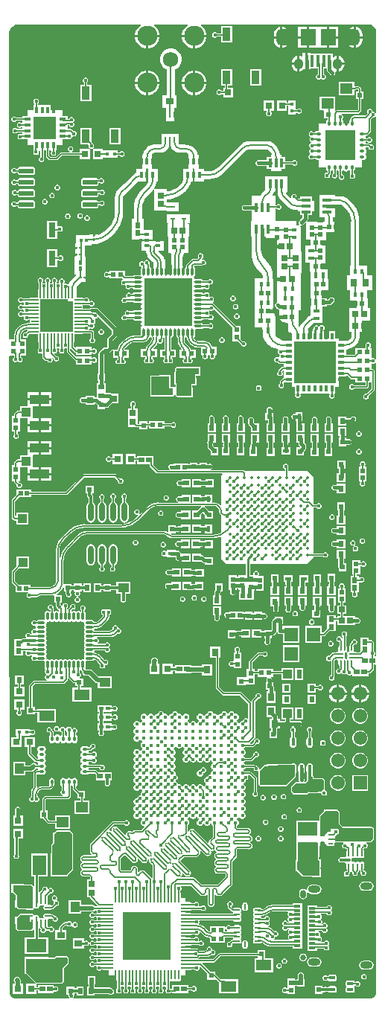
<source format=gtl>
G04*
G04 #@! TF.GenerationSoftware,Altium Limited,Altium Designer,25.1.2 (22)*
G04*
G04 Layer_Physical_Order=1*
G04 Layer_Color=15254943*
%FSLAX44Y44*%
%MOMM*%
G71*
G04*
G04 #@! TF.SameCoordinates,95D3A89C-EAAA-4EA1-B578-E8640D1D2C9C*
G04*
G04*
G04 #@! TF.FilePolarity,Positive*
G04*
G01*
G75*
%ADD13C,0.1524*%
%ADD14C,0.5080*%
%ADD16C,0.1270*%
%ADD18C,0.2540*%
%ADD19R,0.5000X0.5500*%
%ADD20R,0.5121X0.5811*%
%ADD21R,0.4000X0.5000*%
%ADD22R,2.2000X1.0500*%
%ADD23R,1.0500X1.0000*%
%ADD24R,2.5000X1.2500*%
%ADD25R,0.7154X0.6725*%
%ADD26R,0.9000X1.5000*%
%ADD27R,0.4500X0.4500*%
%ADD28R,0.8000X0.9000*%
%ADD29R,0.6500X0.6000*%
%ADD30R,3.7000X3.7000*%
%ADD31O,0.2800X0.9000*%
%ADD32O,0.9000X0.2800*%
%ADD33R,0.5200X0.5200*%
%ADD34R,0.5500X0.6000*%
%ADD35R,0.5200X0.5200*%
G04:AMPARAMS|DCode=36|XSize=0.4mm|YSize=0.65mm|CornerRadius=0.05mm|HoleSize=0mm|Usage=FLASHONLY|Rotation=270.000|XOffset=0mm|YOffset=0mm|HoleType=Round|Shape=RoundedRectangle|*
%AMROUNDEDRECTD36*
21,1,0.4000,0.5500,0,0,270.0*
21,1,0.3000,0.6500,0,0,270.0*
1,1,0.1000,-0.2750,-0.1500*
1,1,0.1000,-0.2750,0.1500*
1,1,0.1000,0.2750,0.1500*
1,1,0.1000,0.2750,-0.1500*
%
%ADD36ROUNDEDRECTD36*%
%ADD37R,0.6000X0.5500*%
%ADD38R,0.5393X0.4725*%
%ADD39R,0.7581X0.8121*%
%ADD40R,1.2084X1.0121*%
%ADD41R,0.6000X0.6500*%
%ADD42R,0.6725X0.5274*%
%ADD43R,0.3556X0.7366*%
%ADD44R,0.5811X0.5121*%
%ADD45R,0.5000X0.5000*%
%ADD46R,0.7200X0.7200*%
%ADD47R,0.5000X0.4500*%
%ADD48R,1.0121X1.2084*%
%ADD49R,1.0500X1.0000*%
%ADD50R,2.2000X1.0500*%
%ADD51R,0.6153X0.5725*%
%ADD52R,0.3500X0.6500*%
%ADD53R,0.5000X0.4000*%
%ADD54R,0.6725X0.7154*%
%ADD55R,0.4725X0.4682*%
%ADD56R,0.5153X0.4725*%
%ADD57R,0.7500X0.3000*%
%ADD58R,0.3000X0.7500*%
%ADD59R,4.8000X4.8000*%
%ADD60R,0.6500X0.3500*%
%ADD61R,0.4682X0.4725*%
%ADD62R,0.8000X0.9500*%
%ADD63R,0.4500X1.0500*%
%ADD64R,1.0500X0.4500*%
%ADD65R,0.4725X0.5153*%
%ADD66R,0.5725X0.6153*%
G04:AMPARAMS|DCode=67|XSize=1.61mm|YSize=0.58mm|CornerRadius=0.0725mm|HoleSize=0mm|Usage=FLASHONLY|Rotation=180.000|XOffset=0mm|YOffset=0mm|HoleType=Round|Shape=RoundedRectangle|*
%AMROUNDEDRECTD67*
21,1,1.6100,0.4350,0,0,180.0*
21,1,1.4650,0.5800,0,0,180.0*
1,1,0.1450,-0.7325,0.2175*
1,1,0.1450,0.7325,0.2175*
1,1,0.1450,0.7325,-0.2175*
1,1,0.1450,-0.7325,-0.2175*
%
%ADD67ROUNDEDRECTD67*%
%ADD68R,0.2627X0.3541*%
%ADD69R,0.3541X0.2627*%
%ADD70O,0.2000X1.1500*%
%ADD71O,1.1500X0.2000*%
%ADD72R,5.4500X5.4500*%
%ADD73R,1.0500X0.6500*%
%ADD74R,0.6500X1.0500*%
%ADD75R,2.3062X1.5549*%
%ADD76R,1.5549X2.3062*%
G04:AMPARAMS|DCode=77|XSize=0.625mm|YSize=0.25mm|CornerRadius=0.05mm|HoleSize=0mm|Usage=FLASHONLY|Rotation=180.000|XOffset=0mm|YOffset=0mm|HoleType=Round|Shape=RoundedRectangle|*
%AMROUNDEDRECTD77*
21,1,0.6250,0.1500,0,0,180.0*
21,1,0.5250,0.2500,0,0,180.0*
1,1,0.1000,-0.2625,0.0750*
1,1,0.1000,0.2625,0.0750*
1,1,0.1000,0.2625,-0.0750*
1,1,0.1000,-0.2625,-0.0750*
%
%ADD77ROUNDEDRECTD77*%
G04:AMPARAMS|DCode=78|XSize=0.25mm|YSize=0.675mm|CornerRadius=0.05mm|HoleSize=0mm|Usage=FLASHONLY|Rotation=180.000|XOffset=0mm|YOffset=0mm|HoleType=Round|Shape=RoundedRectangle|*
%AMROUNDEDRECTD78*
21,1,0.2500,0.5750,0,0,180.0*
21,1,0.1500,0.6750,0,0,180.0*
1,1,0.1000,-0.0750,0.2875*
1,1,0.1000,0.0750,0.2875*
1,1,0.1000,0.0750,-0.2875*
1,1,0.1000,-0.0750,-0.2875*
%
%ADD78ROUNDEDRECTD78*%
G04:AMPARAMS|DCode=79|XSize=0.25mm|YSize=0.975mm|CornerRadius=0.05mm|HoleSize=0mm|Usage=FLASHONLY|Rotation=180.000|XOffset=0mm|YOffset=0mm|HoleType=Round|Shape=RoundedRectangle|*
%AMROUNDEDRECTD79*
21,1,0.2500,0.8750,0,0,180.0*
21,1,0.1500,0.9750,0,0,180.0*
1,1,0.1000,-0.0750,0.4375*
1,1,0.1000,0.0750,0.4375*
1,1,0.1000,0.0750,-0.4375*
1,1,0.1000,-0.0750,-0.4375*
%
%ADD79ROUNDEDRECTD79*%
G04:AMPARAMS|DCode=80|XSize=1.225mm|YSize=0.25mm|CornerRadius=0.05mm|HoleSize=0mm|Usage=FLASHONLY|Rotation=180.000|XOffset=0mm|YOffset=0mm|HoleType=Round|Shape=RoundedRectangle|*
%AMROUNDEDRECTD80*
21,1,1.2250,0.1500,0,0,180.0*
21,1,1.1250,0.2500,0,0,180.0*
1,1,0.1000,-0.5625,0.0750*
1,1,0.1000,0.5625,0.0750*
1,1,0.1000,0.5625,-0.0750*
1,1,0.1000,-0.5625,-0.0750*
%
%ADD80ROUNDEDRECTD80*%
%ADD81O,0.6500X0.3000*%
%ADD82O,0.3000X0.6500*%
%ADD83R,3.4000X3.4000*%
%ADD84C,0.4000*%
%ADD85R,0.6500X0.6500*%
G04:AMPARAMS|DCode=86|XSize=0.6mm|YSize=0.25mm|CornerRadius=0.05mm|HoleSize=0mm|Usage=FLASHONLY|Rotation=0.000|XOffset=0mm|YOffset=0mm|HoleType=Round|Shape=RoundedRectangle|*
%AMROUNDEDRECTD86*
21,1,0.6000,0.1500,0,0,0.0*
21,1,0.5000,0.2500,0,0,0.0*
1,1,0.1000,0.2500,-0.0750*
1,1,0.1000,-0.2500,-0.0750*
1,1,0.1000,-0.2500,0.0750*
1,1,0.1000,0.2500,0.0750*
%
%ADD86ROUNDEDRECTD86*%
%ADD87R,0.4725X0.6725*%
%ADD88R,1.8000X1.9000*%
%ADD89R,0.3500X0.8000*%
%ADD90R,0.4000X1.3500*%
%ADD91R,2.5000X2.5000*%
%ADD93R,0.4500X0.6750*%
%ADD94R,0.6750X0.4500*%
%ADD95C,0.3556*%
%ADD96R,0.6096X0.2540*%
%ADD97R,0.7112X0.1778*%
G04:AMPARAMS|DCode=98|XSize=0.95mm|YSize=0.3mm|CornerRadius=0.15mm|HoleSize=0mm|Usage=FLASHONLY|Rotation=270.000|XOffset=0mm|YOffset=0mm|HoleType=Round|Shape=RoundedRectangle|*
%AMROUNDEDRECTD98*
21,1,0.9500,0.0000,0,0,270.0*
21,1,0.6500,0.3000,0,0,270.0*
1,1,0.3000,0.0000,-0.3250*
1,1,0.3000,0.0000,0.3250*
1,1,0.3000,0.0000,0.3250*
1,1,0.3000,0.0000,-0.3250*
%
%ADD98ROUNDEDRECTD98*%
G04:AMPARAMS|DCode=99|XSize=0.3mm|YSize=0.95mm|CornerRadius=0.15mm|HoleSize=0mm|Usage=FLASHONLY|Rotation=270.000|XOffset=0mm|YOffset=0mm|HoleType=Round|Shape=RoundedRectangle|*
%AMROUNDEDRECTD99*
21,1,0.3000,0.6500,0,0,270.0*
21,1,0.0000,0.9500,0,0,270.0*
1,1,0.3000,-0.3250,0.0000*
1,1,0.3000,-0.3250,0.0000*
1,1,0.3000,0.3250,0.0000*
1,1,0.3000,0.3250,0.0000*
%
%ADD99ROUNDEDRECTD99*%
%ADD100R,0.6393X0.5725*%
%ADD101R,0.5000X0.5000*%
%ADD102R,0.8121X0.7581*%
%ADD103R,0.7000X0.6500*%
%ADD104R,1.5000X1.6000*%
%ADD106R,0.7000X0.3000*%
G04:AMPARAMS|DCode=107|XSize=0.25mm|YSize=0.6mm|CornerRadius=0.05mm|HoleSize=0mm|Usage=FLASHONLY|Rotation=0.000|XOffset=0mm|YOffset=0mm|HoleType=Round|Shape=RoundedRectangle|*
%AMROUNDEDRECTD107*
21,1,0.2500,0.5000,0,0,0.0*
21,1,0.1500,0.6000,0,0,0.0*
1,1,0.1000,0.0750,-0.2500*
1,1,0.1000,-0.0750,-0.2500*
1,1,0.1000,-0.0750,0.2500*
1,1,0.1000,0.0750,0.2500*
%
%ADD107ROUNDEDRECTD107*%
%ADD108R,0.8500X0.6500*%
%ADD109R,0.1778X0.7112*%
%ADD110R,1.4478X1.4478*%
%ADD111R,0.5000X0.3500*%
%ADD112R,5.5000X5.5000*%
%ADD113R,1.4000X1.2000*%
%ADD114R,0.9051X0.9062*%
%ADD115R,0.8000X1.7000*%
%ADD116R,0.9000X0.8000*%
%ADD117O,0.6000X2.0500*%
%ADD118R,1.0000X1.0000*%
%ADD119R,2.4000X1.6500*%
%ADD120O,0.4000X0.9000*%
%ADD121R,1.8000X1.2000*%
G04:AMPARAMS|DCode=122|XSize=0.3mm|YSize=0.6mm|CornerRadius=0.0495mm|HoleSize=0mm|Usage=FLASHONLY|Rotation=90.000|XOffset=0mm|YOffset=0mm|HoleType=Round|Shape=RoundedRectangle|*
%AMROUNDEDRECTD122*
21,1,0.3000,0.5010,0,0,90.0*
21,1,0.2010,0.6000,0,0,90.0*
1,1,0.0990,0.2505,0.1005*
1,1,0.0990,0.2505,-0.1005*
1,1,0.0990,-0.2505,-0.1005*
1,1,0.0990,-0.2505,0.1005*
%
%ADD122ROUNDEDRECTD122*%
G04:AMPARAMS|DCode=123|XSize=0.2mm|YSize=0.5mm|CornerRadius=0.05mm|HoleSize=0mm|Usage=FLASHONLY|Rotation=0.000|XOffset=0mm|YOffset=0mm|HoleType=Round|Shape=RoundedRectangle|*
%AMROUNDEDRECTD123*
21,1,0.2000,0.4000,0,0,0.0*
21,1,0.1000,0.5000,0,0,0.0*
1,1,0.1000,0.0500,-0.2000*
1,1,0.1000,-0.0500,-0.2000*
1,1,0.1000,-0.0500,0.2000*
1,1,0.1000,0.0500,0.2000*
%
%ADD123ROUNDEDRECTD123*%
%ADD124R,0.8000X0.8000*%
%ADD125R,0.2200X0.8100*%
%ADD126R,0.6750X0.6000*%
%ADD127R,0.6000X0.6750*%
%ADD128R,0.5500X0.5000*%
%ADD129R,0.8000X0.8000*%
%ADD130R,0.9500X0.7000*%
%ADD131R,0.7000X0.9500*%
%ADD132R,0.8000X0.3500*%
%ADD133R,0.4500X0.4500*%
%ADD134R,0.3500X0.4000*%
%ADD135R,0.5500X0.5500*%
%ADD136R,0.5800X0.5400*%
%ADD137R,0.6200X0.6600*%
G04:AMPARAMS|DCode=138|XSize=0.2mm|YSize=0.55mm|CornerRadius=0.05mm|HoleSize=0mm|Usage=FLASHONLY|Rotation=180.000|XOffset=0mm|YOffset=0mm|HoleType=Round|Shape=RoundedRectangle|*
%AMROUNDEDRECTD138*
21,1,0.2000,0.4500,0,0,180.0*
21,1,0.1000,0.5500,0,0,180.0*
1,1,0.1000,-0.0500,0.2250*
1,1,0.1000,0.0500,0.2250*
1,1,0.1000,0.0500,-0.2250*
1,1,0.1000,-0.0500,-0.2250*
%
%ADD138ROUNDEDRECTD138*%
%ADD139C,1.7300*%
%ADD140R,0.8100X0.2200*%
%ADD142R,0.6000X0.2200*%
%ADD143R,0.4627X0.5541*%
%ADD144R,0.6000X0.6500*%
%ADD145R,0.6000X1.0000*%
%ADD146R,0.5200X0.5600*%
%ADD147R,1.5750X1.9000*%
%ADD148R,1.5750X1.9000*%
G04:AMPARAMS|DCode=186|XSize=1mm|YSize=3mm|CornerRadius=0.05mm|HoleSize=0mm|Usage=FLASHONLY|Rotation=0.000|XOffset=0mm|YOffset=0mm|HoleType=Round|Shape=RoundedRectangle|*
%AMROUNDEDRECTD186*
21,1,1.0000,2.9000,0,0,0.0*
21,1,0.9000,3.0000,0,0,0.0*
1,1,0.1000,0.4500,-1.4500*
1,1,0.1000,-0.4500,-1.4500*
1,1,0.1000,-0.4500,1.4500*
1,1,0.1000,0.4500,1.4500*
%
%ADD186ROUNDEDRECTD186*%
G04:AMPARAMS|DCode=200|XSize=0.7mm|YSize=0.2mm|CornerRadius=0.05mm|HoleSize=0mm|Usage=FLASHONLY|Rotation=0.000|XOffset=0mm|YOffset=0mm|HoleType=Round|Shape=RoundedRectangle|*
%AMROUNDEDRECTD200*
21,1,0.7000,0.1000,0,0,0.0*
21,1,0.6000,0.2000,0,0,0.0*
1,1,0.1000,0.3000,-0.0500*
1,1,0.1000,-0.3000,-0.0500*
1,1,0.1000,-0.3000,0.0500*
1,1,0.1000,0.3000,0.0500*
%
%ADD200ROUNDEDRECTD200*%
%ADD209C,2.3000*%
%ADD212C,0.6500*%
G04:AMPARAMS|DCode=213|XSize=0.95mm|YSize=0.65mm|CornerRadius=0.325mm|HoleSize=0mm|Usage=FLASHONLY|Rotation=90.000|XOffset=0mm|YOffset=0mm|HoleType=Round|Shape=RoundedRectangle|*
%AMROUNDEDRECTD213*
21,1,0.9500,0.0000,0,0,90.0*
21,1,0.3000,0.6500,0,0,90.0*
1,1,0.6500,0.0000,0.1500*
1,1,0.6500,0.0000,-0.1500*
1,1,0.6500,0.0000,-0.1500*
1,1,0.6500,0.0000,0.1500*
%
%ADD213ROUNDEDRECTD213*%
G04:AMPARAMS|DCode=214|XSize=0.8mm|YSize=1.4mm|CornerRadius=0.4mm|HoleSize=0mm|Usage=FLASHONLY|Rotation=90.000|XOffset=0mm|YOffset=0mm|HoleType=Round|Shape=RoundedRectangle|*
%AMROUNDEDRECTD214*
21,1,0.8000,0.6000,0,0,90.0*
21,1,0.0000,1.4000,0,0,90.0*
1,1,0.8000,0.3000,0.0000*
1,1,0.8000,0.3000,0.0000*
1,1,0.8000,-0.3000,0.0000*
1,1,0.8000,-0.3000,0.0000*
%
%ADD214ROUNDEDRECTD214*%
%ADD215C,0.4064*%
%ADD216C,0.1524*%
%ADD217C,0.1270*%
%ADD218R,3.3000X3.3000*%
%ADD219C,0.9914*%
%ADD220R,2.3000X1.5000*%
%ADD221C,1.0250*%
%ADD222C,0.3048*%
%ADD223C,0.3810*%
%ADD224C,0.1397*%
%ADD225O,1.2000X1.9000*%
%ADD226O,1.0500X1.2500*%
%ADD227C,1.5500*%
%ADD228R,1.5500X1.5500*%
%ADD229C,0.5000*%
%ADD230C,5.0000*%
G36*
X415439Y1265272D02*
X417008Y1264622D01*
X418420Y1263678D01*
X419621Y1262477D01*
X420565Y1261065D01*
X421215Y1259496D01*
X421558Y1257773D01*
X421582Y1256923D01*
X421580Y1165165D01*
X420955Y1164900D01*
X420564Y1164854D01*
X419770Y1165649D01*
X418621Y1166124D01*
X417478D01*
Y1167267D01*
X417003Y1168416D01*
X416124Y1169295D01*
X414975Y1169770D01*
X413732D01*
X412584Y1169295D01*
X411705Y1168416D01*
X411230Y1167267D01*
Y1166025D01*
X411705Y1164876D01*
X411916Y1164666D01*
X411751Y1164267D01*
X411764Y1164254D01*
X409271Y1161761D01*
X396000D01*
X395326Y1161627D01*
X394755Y1161245D01*
X392755Y1159245D01*
X392373Y1158674D01*
X392239Y1158000D01*
Y1157266D01*
X391637Y1156863D01*
X390912Y1155779D01*
X390658Y1154500D01*
Y1152750D01*
X384342D01*
Y1154500D01*
X384088Y1155779D01*
X383363Y1156863D01*
X383300Y1156906D01*
X383211Y1158073D01*
X383653Y1158514D01*
X384128Y1159662D01*
Y1160905D01*
X383653Y1162054D01*
X382774Y1162932D01*
X382385Y1163093D01*
X382587Y1164109D01*
X401000D01*
X401724Y1164253D01*
X402337Y1164663D01*
X404337Y1166663D01*
X404747Y1167277D01*
X404891Y1168000D01*
Y1180622D01*
X407378D01*
Y1189378D01*
X404891D01*
Y1192000D01*
X404747Y1192723D01*
X404337Y1193337D01*
X402968Y1194706D01*
X402355Y1195115D01*
X401631Y1195259D01*
X397843D01*
X397817Y1195254D01*
X396801Y1196032D01*
Y1200278D01*
X379245D01*
Y1184722D01*
X396801D01*
Y1191061D01*
X397426D01*
X398149Y1191205D01*
X398558Y1191478D01*
X400848D01*
X401110Y1191217D01*
Y1189378D01*
X398622D01*
Y1180622D01*
X401110D01*
Y1168783D01*
X400217Y1167890D01*
X377000D01*
X376277Y1167747D01*
X375663Y1167337D01*
X375654Y1167328D01*
X374801Y1167912D01*
Y1183278D01*
X357245D01*
Y1167722D01*
X361749D01*
X362622Y1167378D01*
Y1158622D01*
X366110D01*
Y1157179D01*
X365637Y1156863D01*
X364912Y1155779D01*
X364658Y1154500D01*
Y1152750D01*
X356250D01*
Y1144342D01*
X354500D01*
X353221Y1144088D01*
X352137Y1143363D01*
X351821Y1142891D01*
X350528D01*
X349770Y1143649D01*
X348621Y1144124D01*
X347379D01*
X346230Y1143649D01*
X345351Y1142770D01*
X344876Y1141621D01*
Y1140379D01*
X345351Y1139230D01*
X346230Y1138351D01*
X346500Y1138240D01*
X346683Y1137064D01*
X346205Y1136586D01*
X345730Y1135438D01*
Y1134195D01*
X346205Y1133047D01*
X347084Y1132168D01*
X347693Y1131916D01*
Y1130816D01*
X346994Y1130527D01*
X346115Y1129648D01*
X345639Y1128500D01*
Y1127257D01*
X346115Y1126108D01*
X346994Y1125230D01*
X347193Y1125147D01*
Y1124047D01*
X346884Y1123919D01*
X346005Y1123040D01*
X345529Y1121892D01*
Y1120649D01*
X346005Y1119501D01*
X346499Y1119007D01*
X346328Y1117836D01*
X346065Y1117727D01*
X345186Y1116848D01*
X344710Y1115700D01*
Y1114457D01*
X345186Y1113309D01*
X346065Y1112430D01*
X347213Y1111954D01*
X348456D01*
X349604Y1112430D01*
X350284Y1113110D01*
X351821D01*
X352137Y1112637D01*
X353221Y1111912D01*
X354500Y1111658D01*
X356250D01*
Y1103250D01*
X364658D01*
Y1101500D01*
X364912Y1100221D01*
X365637Y1099137D01*
X366110Y1098821D01*
Y1097124D01*
X365379D01*
X364230Y1096649D01*
X363351Y1095770D01*
X362876Y1094621D01*
Y1093379D01*
X363351Y1092230D01*
X364230Y1091351D01*
X365379Y1090876D01*
X366621D01*
X367770Y1091351D01*
X368649Y1092230D01*
X369124Y1093379D01*
Y1094451D01*
X369337Y1094663D01*
X369747Y1095276D01*
X369891Y1096000D01*
Y1098821D01*
X370363Y1099137D01*
X370639Y1099549D01*
X371861D01*
X372137Y1099137D01*
X372609Y1098821D01*
Y1096274D01*
X372520Y1096237D01*
X371641Y1095358D01*
X371165Y1094209D01*
Y1092967D01*
X371641Y1091818D01*
X372520Y1090939D01*
X373668Y1090464D01*
X374911D01*
X376059Y1090939D01*
X376938Y1091818D01*
X377413Y1092967D01*
Y1094209D01*
X376938Y1095358D01*
X376390Y1095905D01*
Y1098821D01*
X376863Y1099137D01*
X377139Y1099549D01*
X378361D01*
X378637Y1099137D01*
X379109Y1098821D01*
Y1093069D01*
X379186Y1092685D01*
X379097Y1092469D01*
Y1091227D01*
X379572Y1090078D01*
X380451Y1089199D01*
X381600Y1088724D01*
X382842D01*
X383991Y1089199D01*
X384870Y1090078D01*
X385345Y1091227D01*
Y1092469D01*
X384870Y1093618D01*
X383991Y1094497D01*
X382891Y1094952D01*
Y1098821D01*
X383363Y1099137D01*
X383639Y1099549D01*
X384861D01*
X385137Y1099137D01*
X386221Y1098412D01*
X387500Y1098158D01*
X388779Y1098412D01*
X389863Y1099137D01*
X390139Y1099549D01*
X391361D01*
X391637Y1099137D01*
X392109Y1098821D01*
Y1094948D01*
X392058Y1094897D01*
X391583Y1093749D01*
Y1092506D01*
X392058Y1091358D01*
X392937Y1090479D01*
X394085Y1090003D01*
X395328D01*
X396477Y1090479D01*
X397355Y1091358D01*
X397831Y1092506D01*
Y1093749D01*
X397355Y1094897D01*
X396477Y1095776D01*
X395891Y1096019D01*
Y1098821D01*
X396363Y1099137D01*
X397088Y1100221D01*
X397342Y1101500D01*
Y1103250D01*
X405750D01*
Y1111658D01*
X407500D01*
X408779Y1111912D01*
X409863Y1112637D01*
X410588Y1113721D01*
X410842Y1115000D01*
X410588Y1116279D01*
X409863Y1117363D01*
X409451Y1117639D01*
Y1118861D01*
X409863Y1119137D01*
X410588Y1120221D01*
X410842Y1121500D01*
X410588Y1122779D01*
X409863Y1123863D01*
X409451Y1124139D01*
Y1125361D01*
X409863Y1125637D01*
X410179Y1126109D01*
X412530D01*
X412876Y1125763D01*
Y1125379D01*
X413351Y1124230D01*
X414230Y1123351D01*
X415379Y1122876D01*
X416621D01*
X417770Y1123351D01*
X418649Y1124230D01*
X419124Y1125379D01*
Y1126621D01*
X418649Y1127770D01*
X417770Y1128649D01*
X416621Y1129124D01*
X415379D01*
X415013Y1128973D01*
X414650Y1129337D01*
X414036Y1129747D01*
X413313Y1129891D01*
X410179D01*
X409863Y1130363D01*
X409451Y1130639D01*
Y1131780D01*
X409699Y1132027D01*
X409863Y1132137D01*
X409970Y1132296D01*
X410194Y1132519D01*
X411328D01*
X412177Y1131671D01*
X413325Y1131195D01*
X414568D01*
X415716Y1131671D01*
X416595Y1132550D01*
X417070Y1133698D01*
Y1134941D01*
X416595Y1136089D01*
X415716Y1136968D01*
X414568Y1137443D01*
X413325D01*
X412177Y1136968D01*
X411509Y1136300D01*
X410240D01*
X409863Y1136863D01*
X409451Y1137139D01*
Y1138361D01*
X409863Y1138637D01*
X410266Y1139239D01*
X411000D01*
X411674Y1139373D01*
X412245Y1139755D01*
X415245Y1142755D01*
X415627Y1143326D01*
X415761Y1144000D01*
Y1157709D01*
X415766Y1157711D01*
X415885Y1158000D01*
X415883Y1158005D01*
X417754Y1159876D01*
X418621D01*
X419770Y1160351D01*
X420564Y1161146D01*
X420955Y1161100D01*
X421580Y1160835D01*
X421576Y884882D01*
X420992Y884626D01*
X420560Y884570D01*
X419774Y885356D01*
X418625Y885832D01*
X417383D01*
X417181Y885748D01*
X416533Y886181D01*
X416165Y887045D01*
Y887989D01*
X416165D01*
X416165Y888061D01*
Y897045D01*
X414674D01*
X414416Y897794D01*
X414396Y898061D01*
X415222Y898886D01*
X415697Y900034D01*
Y901277D01*
X415222Y902426D01*
X414343Y903305D01*
X413195Y903780D01*
X411952D01*
X410803Y903305D01*
X409925Y902426D01*
X409449Y901277D01*
Y900034D01*
X409557Y899774D01*
X409496Y899469D01*
Y897045D01*
X398109D01*
Y890663D01*
X396832Y889386D01*
X387284D01*
Y895185D01*
X389316D01*
Y896239D01*
X392801Y897297D01*
X396131Y899077D01*
X399050Y901472D01*
X399058Y901463D01*
X401003Y903998D01*
X402226Y906949D01*
X402456Y908700D01*
X402543Y909135D01*
X402592Y909381D01*
X402643Y910116D01*
X402627D01*
X402592Y910296D01*
Y915598D01*
X405352D01*
Y928598D01*
X414924D01*
Y942942D01*
X411924D01*
Y953942D01*
X411561D01*
Y963210D01*
X417061D01*
Y980330D01*
X411651D01*
Y983032D01*
X411561Y983483D01*
Y991080D01*
X402413D01*
Y1041515D01*
X402413Y1041515D01*
X402416D01*
X402046Y1046218D01*
X400945Y1050805D01*
X399140Y1055164D01*
X396675Y1059186D01*
X393611Y1062774D01*
X393608Y1062772D01*
X390632Y1065749D01*
X389932Y1066475D01*
X389155Y1067071D01*
X387312Y1068485D01*
X384260Y1069749D01*
X380986Y1070180D01*
Y1070162D01*
X380986Y1070162D01*
X374848D01*
Y1071560D01*
X356728D01*
Y1059440D01*
X356728D01*
Y1058560D01*
X356728D01*
Y1046440D01*
X363341D01*
Y1041173D01*
X361616D01*
Y1040672D01*
X354561D01*
Y1040804D01*
X343079D01*
X342658Y1041820D01*
X343212Y1042374D01*
X343875Y1043365D01*
X344107Y1044535D01*
Y1048472D01*
X348816D01*
Y1052940D01*
X350848D01*
Y1065060D01*
X348816D01*
Y1069528D01*
X334760D01*
Y1067326D01*
X332915D01*
X331263Y1068978D01*
Y1070141D01*
X330788Y1071290D01*
X329909Y1072168D01*
X328761Y1072644D01*
X327518D01*
X326370Y1072168D01*
X325491Y1071290D01*
X325015Y1070141D01*
Y1068898D01*
X325083Y1068734D01*
X324222Y1068158D01*
X320239Y1072141D01*
X320237Y1072142D01*
X320235Y1072145D01*
X320135Y1072212D01*
X319240Y1073551D01*
X319120Y1074155D01*
X319765Y1074940D01*
X320348D01*
Y1093060D01*
X308228D01*
Y1093060D01*
X307348D01*
Y1093060D01*
X295228D01*
Y1076782D01*
X291436Y1072990D01*
X290707Y1072283D01*
X290707Y1072283D01*
X289722Y1071000D01*
X279788D01*
Y1060056D01*
X272574D01*
X272409Y1060124D01*
X271166D01*
X270018Y1059649D01*
X269139Y1058770D01*
X268663Y1057622D01*
Y1056379D01*
X269139Y1055230D01*
X270018Y1054352D01*
X271166Y1053876D01*
X272409D01*
X272574Y1053944D01*
X279788D01*
Y1042060D01*
X279228D01*
Y1023940D01*
X279788D01*
Y1004521D01*
Y1002019D01*
X280764Y997112D01*
X282679Y992490D01*
X285458Y988329D01*
X291312Y982476D01*
X291636Y982118D01*
X292171Y981317D01*
X292540Y980427D01*
X292728Y979482D01*
X292752Y979000D01*
Y977000D01*
X283788D01*
Y935443D01*
X283579D01*
Y922098D01*
X283788D01*
Y921020D01*
X292251D01*
Y913686D01*
X293005Y909896D01*
X294484Y906325D01*
X296631Y903112D01*
X299364Y900380D01*
X302577Y898233D01*
X306147Y896754D01*
X309937Y896000D01*
X310126D01*
X310547Y894984D01*
X310103Y894540D01*
X309627Y893392D01*
Y892149D01*
X310103Y891001D01*
X310982Y890122D01*
X311303Y889989D01*
X311998Y889283D01*
X311808Y888764D01*
X311540Y888117D01*
Y887103D01*
X310876Y886684D01*
X310601Y886605D01*
X310557Y886648D01*
X309409Y887124D01*
X308166D01*
X307018Y886648D01*
X306139Y885770D01*
X305664Y884621D01*
Y883378D01*
X306139Y882230D01*
X307018Y881351D01*
X308166Y880876D01*
X309336D01*
X310553Y879659D01*
X310797Y879495D01*
X311166Y879249D01*
X311166Y879249D01*
X311166Y879249D01*
X311890Y879105D01*
X316728D01*
Y876386D01*
X315477D01*
X314753Y876242D01*
X314753Y876242D01*
X314753Y876242D01*
X314445Y876036D01*
X314140Y875832D01*
X310833Y872525D01*
X310833Y872525D01*
X310833Y872525D01*
X310629Y872220D01*
X310423Y871912D01*
X310423Y871912D01*
X310423Y871912D01*
X310357Y871581D01*
X310279Y871189D01*
X310279Y871189D01*
X310279Y871189D01*
Y871090D01*
X309521Y870332D01*
X309045Y869184D01*
Y867941D01*
X309521Y866793D01*
X310400Y865914D01*
X311548Y865439D01*
X312791D01*
X313939Y865914D01*
X314818Y866793D01*
X315294Y867941D01*
Y869184D01*
X314818Y870332D01*
X314818Y871163D01*
X315712Y872057D01*
X316728Y871637D01*
Y863386D01*
X316476D01*
X315753Y863242D01*
X315140Y862832D01*
X312415Y860107D01*
X312005Y859494D01*
X311861Y858771D01*
Y857298D01*
X311103Y856540D01*
X310627Y855392D01*
Y854149D01*
X311103Y853001D01*
X311982Y852122D01*
X313130Y851646D01*
X314373D01*
X315521Y852122D01*
X316400Y853001D01*
X316876Y854149D01*
Y855392D01*
X316400Y856540D01*
X316154Y856787D01*
X316223Y857970D01*
X316728Y858217D01*
Y858217D01*
X316728Y858217D01*
X325751D01*
Y856771D01*
X325751Y856770D01*
X326047Y855879D01*
Y852770D01*
X329228D01*
Y845717D01*
X329228D01*
X329693Y844701D01*
X329460Y844139D01*
Y842896D01*
X329936Y841748D01*
X330815Y840869D01*
X331963Y840393D01*
X333206D01*
X334354Y840869D01*
X335233Y841748D01*
X335709Y842896D01*
Y844139D01*
X335476Y844701D01*
X336130Y845717D01*
X368427D01*
X368848Y844702D01*
X368662Y844516D01*
X368187Y843368D01*
Y842125D01*
X368662Y840976D01*
X369541Y840098D01*
X370690Y839622D01*
X371932D01*
X373081Y840098D01*
X373960Y840976D01*
X374435Y842125D01*
Y843368D01*
X373960Y844516D01*
X373774Y844702D01*
X374195Y845717D01*
X374785D01*
Y852770D01*
X379509D01*
Y864717D01*
X387284D01*
Y866105D01*
X388743D01*
X392415Y862433D01*
X393028Y862024D01*
X393751Y861880D01*
X397974D01*
Y858266D01*
X409361D01*
Y854891D01*
X396528D01*
X395770Y855649D01*
X394621Y856124D01*
X393379D01*
X392230Y855649D01*
X391351Y854770D01*
X390876Y853621D01*
Y852379D01*
X391351Y851230D01*
X392230Y850351D01*
X393379Y849876D01*
X394621D01*
X395770Y850351D01*
X396528Y851109D01*
X410359D01*
X411082Y851253D01*
X411696Y851663D01*
X412588Y852556D01*
X412998Y853169D01*
X413142Y853893D01*
Y858266D01*
X416029D01*
X416035Y857253D01*
Y850709D01*
X410451Y845124D01*
X409379D01*
X408230Y844649D01*
X407351Y843770D01*
X406876Y842621D01*
Y841379D01*
X407351Y840230D01*
X408230Y839351D01*
X409379Y838876D01*
X410621D01*
X411770Y839351D01*
X412649Y840230D01*
X413124Y841379D01*
Y842451D01*
X419263Y848589D01*
X419673Y849203D01*
X419817Y849926D01*
Y870884D01*
X419673Y871608D01*
X419263Y872221D01*
X418370Y873114D01*
X417757Y873524D01*
X417033Y873668D01*
X416165D01*
Y877045D01*
X416165D01*
Y877989D01*
X416165D01*
Y878988D01*
X417181Y879667D01*
X417383Y879584D01*
X418625D01*
X419774Y880059D01*
X420560Y880845D01*
X420992Y880789D01*
X421576Y880534D01*
X421570Y546557D01*
X419929D01*
X419509Y547573D01*
X419801Y547866D01*
X420277Y549014D01*
Y550257D01*
X419801Y551405D01*
X419043Y552163D01*
Y561847D01*
X418899Y562571D01*
X418489Y563184D01*
X417308Y564366D01*
X416695Y564775D01*
X415971Y564919D01*
X413278D01*
Y568057D01*
X403722D01*
Y558001D01*
Y552174D01*
X402717Y551169D01*
X398811D01*
X398642Y551421D01*
X397889Y551925D01*
X397215Y552059D01*
X396329Y552771D01*
X396323Y552779D01*
Y556779D01*
X396146Y557668D01*
X395642Y558421D01*
X396034Y559381D01*
X396557Y559905D01*
X397629D01*
X398778Y560380D01*
X399656Y561259D01*
X400132Y562407D01*
Y563650D01*
X399656Y564799D01*
X398778Y565677D01*
X397629Y566153D01*
X396386D01*
X395238Y565677D01*
X394359Y564799D01*
X393884Y563650D01*
Y562578D01*
X392163Y560858D01*
X391753Y560244D01*
X391609Y559521D01*
Y558589D01*
X391358Y558421D01*
X390854Y557668D01*
X390677Y556779D01*
Y552779D01*
X390819Y552066D01*
X390111Y551925D01*
X389358Y551421D01*
X388854Y550668D01*
X388677Y549779D01*
Y548779D01*
X388854Y547890D01*
X389263Y547279D01*
X388854Y546668D01*
X388677Y545779D01*
Y544779D01*
X388819Y544066D01*
X388111Y543925D01*
X387500Y543516D01*
X386889Y543925D01*
X386181Y544066D01*
X386323Y544779D01*
Y545779D01*
X386146Y546668D01*
X385737Y547279D01*
X386146Y547890D01*
X386323Y548779D01*
Y549779D01*
X386181Y550492D01*
X386889Y550633D01*
X387642Y551137D01*
X388146Y551890D01*
X388323Y552779D01*
Y556779D01*
X388146Y557668D01*
X387642Y558421D01*
X387391Y558589D01*
Y569143D01*
X388100Y569852D01*
X388575Y571001D01*
Y572244D01*
X388100Y573392D01*
X387221Y574271D01*
X386072Y574746D01*
X384829D01*
X383681Y574271D01*
X382802Y573392D01*
X382327Y572244D01*
Y571001D01*
X382802Y569852D01*
X383610Y569045D01*
Y566935D01*
X382652Y566794D01*
X382176Y567942D01*
X381297Y568821D01*
X380149Y569297D01*
X378906D01*
X377758Y568821D01*
X376879Y567942D01*
X376403Y566794D01*
Y565551D01*
X376879Y564403D01*
X377758Y563524D01*
X378906Y563049D01*
X379609D01*
Y558589D01*
X379358Y558421D01*
X378854Y557668D01*
X378677Y556779D01*
Y552779D01*
X378671Y552771D01*
X377785Y552059D01*
X377111Y551925D01*
X376358Y551421D01*
X376189Y551169D01*
X372917D01*
X372193Y551025D01*
X371580Y550616D01*
X368227Y547263D01*
X367155D01*
X366007Y546787D01*
X365128Y545908D01*
X364652Y544760D01*
Y543517D01*
X365128Y542369D01*
X366007Y541490D01*
X367155Y541015D01*
X368398D01*
X369547Y541490D01*
X369594Y541537D01*
X370610Y541116D01*
Y525134D01*
X370425D01*
X369276Y524659D01*
X368397Y523780D01*
X367922Y522631D01*
Y521389D01*
X368397Y520240D01*
X369276Y519361D01*
X370425Y518886D01*
X371668D01*
X372816Y519361D01*
X373695Y520240D01*
X374170Y521389D01*
Y522626D01*
X374247Y522741D01*
X374390Y523464D01*
Y541496D01*
X376060Y543166D01*
X376358Y543136D01*
X377111Y542633D01*
X377785Y542499D01*
X378671Y541787D01*
X378677Y541779D01*
Y537779D01*
X378854Y536890D01*
X379358Y536137D01*
X379609Y535968D01*
Y533414D01*
X378770Y532574D01*
X378386D01*
X377237Y532099D01*
X376358Y531220D01*
X375883Y530072D01*
Y528829D01*
X376358Y527681D01*
X377237Y526802D01*
X378386Y526326D01*
X379628D01*
X380777Y526802D01*
X381257Y527282D01*
X382228Y527342D01*
X382490Y527188D01*
X383208Y526470D01*
X384356Y525994D01*
X385599D01*
X386747Y526470D01*
X387217Y526939D01*
X388391Y526743D01*
X388631Y526164D01*
X389510Y525285D01*
X390658Y524809D01*
X391901D01*
X393049Y525285D01*
X393706Y525942D01*
X394722Y525627D01*
Y524001D01*
X413278D01*
Y526888D01*
X413779D01*
X414502Y527032D01*
X415116Y527442D01*
X418337Y530663D01*
X418747Y531277D01*
X418890Y532000D01*
Y537001D01*
X420852D01*
X421570Y536282D01*
X421564Y164390D01*
X421564Y163664D01*
X421281Y162241D01*
X420725Y160900D01*
X419919Y159693D01*
X418892Y158667D01*
X417685Y157861D01*
X416344Y157305D01*
X414807Y157000D01*
X414080Y156959D01*
X77668Y156959D01*
X77248Y157975D01*
X77517Y158244D01*
X77993Y159392D01*
Y160635D01*
X77888Y160888D01*
X78378Y161622D01*
X78378D01*
Y163333D01*
X80860D01*
Y160860D01*
X89140D01*
Y171140D01*
X80860D01*
Y168668D01*
X78378D01*
Y170378D01*
X69622D01*
Y161622D01*
X71053D01*
X71744Y160635D01*
Y159392D01*
X72220Y158244D01*
X72489Y157975D01*
X72069Y156959D01*
X11823D01*
X11105D01*
X9696Y157239D01*
X8370Y157788D01*
X7176Y158586D01*
X6161Y159601D01*
X5363Y160795D01*
X4813Y162122D01*
X4533Y163530D01*
Y164248D01*
X4533Y164249D01*
X4533Y164249D01*
X4404Y887984D01*
X5420Y888972D01*
X10334D01*
Y887082D01*
X9652Y886799D01*
X8773Y885920D01*
X8298Y884772D01*
Y883529D01*
X8773Y882381D01*
X9652Y881502D01*
X10800Y881026D01*
X12043D01*
X13192Y881502D01*
X14000Y882310D01*
X14808Y881502D01*
X15957Y881026D01*
X17200D01*
X18348Y881502D01*
X19227Y882381D01*
X19702Y883529D01*
Y884772D01*
X19227Y885920D01*
X18348Y886799D01*
X17666Y887082D01*
Y888972D01*
X23528D01*
Y897472D01*
Y907028D01*
X17666D01*
Y911942D01*
X17661Y911969D01*
X18067Y914010D01*
X18700Y914957D01*
X19258Y915742D01*
X21078Y917139D01*
X23198Y918017D01*
X25185Y918278D01*
X25642Y917426D01*
X25644Y917318D01*
X23451Y915124D01*
X22379D01*
X21230Y914649D01*
X20351Y913770D01*
X19876Y912621D01*
Y911379D01*
X20351Y910230D01*
X21230Y909351D01*
X22379Y908876D01*
X23621D01*
X24770Y909351D01*
X25649Y910230D01*
X26124Y911379D01*
Y912451D01*
X27067Y913393D01*
X27722Y913122D01*
Y913122D01*
X37122D01*
Y903722D01*
X38110D01*
Y896753D01*
X37342Y895985D01*
X36866Y894837D01*
Y893594D01*
X37342Y892446D01*
X38221Y891567D01*
X39369Y891092D01*
X40612D01*
X41101Y891294D01*
X42117Y890615D01*
Y886679D01*
X42261Y885956D01*
X42671Y885343D01*
X44865Y883149D01*
X45478Y882739D01*
X46201Y882596D01*
X47700D01*
X47851Y882230D01*
X48730Y881351D01*
X49879Y880876D01*
X51121D01*
X52270Y881351D01*
X53149Y882230D01*
X53624Y883379D01*
Y884621D01*
X53149Y885770D01*
X53887Y886439D01*
X54876Y885451D01*
Y884379D01*
X55351Y883230D01*
X56230Y882351D01*
X57379Y881876D01*
X58621D01*
X59770Y882351D01*
X60649Y883230D01*
X61124Y884379D01*
Y885621D01*
X60649Y886770D01*
X59770Y887649D01*
X58621Y888124D01*
X57549D01*
X55598Y890076D01*
X56019Y891092D01*
X56612D01*
X57760Y891567D01*
X58639Y892446D01*
X59115Y893594D01*
Y894837D01*
X58639Y895985D01*
X58555Y896070D01*
X58603Y896553D01*
X59394Y897324D01*
X60637D01*
X61380Y896532D01*
X61426Y896069D01*
X61342Y895985D01*
X60866Y894837D01*
Y893594D01*
X61342Y892446D01*
X62221Y891567D01*
X63369Y891092D01*
X64612D01*
X65760Y891567D01*
X66639Y892446D01*
X67115Y893594D01*
Y894837D01*
X66639Y895985D01*
X66555Y896070D01*
X66603Y896553D01*
X67394Y897324D01*
X68637D01*
X69093Y897513D01*
X70110Y896834D01*
Y893000D01*
X70253Y892277D01*
X70663Y891663D01*
X79071Y883256D01*
X79684Y882846D01*
X79972Y882789D01*
Y878472D01*
X98028D01*
Y880735D01*
X99044Y881156D01*
X99178Y881022D01*
X100326Y880546D01*
X101569D01*
X102717Y881022D01*
X103596Y881900D01*
X104072Y883049D01*
Y884292D01*
X103596Y885440D01*
X102717Y886319D01*
X101569Y886795D01*
X100326D01*
X99178Y886319D01*
X99044Y886185D01*
X98028Y886606D01*
Y887528D01*
X80146D01*
X73891Y893783D01*
Y896048D01*
X73977Y896115D01*
X74907Y896420D01*
X78663Y892663D01*
X79276Y892253D01*
X79972Y892115D01*
Y889472D01*
X98028D01*
Y890909D01*
X99044Y891330D01*
X99127Y891247D01*
X100275Y890771D01*
X101518D01*
X102666Y891247D01*
X103545Y892126D01*
X104021Y893274D01*
Y894517D01*
X103545Y895665D01*
X102666Y896544D01*
X101518Y897020D01*
X100275D01*
X99127Y896544D01*
X99044Y896461D01*
X98028Y896882D01*
Y898528D01*
X79972D01*
Y898029D01*
X79033Y897640D01*
X77898Y898775D01*
Y900408D01*
X77906Y900449D01*
X77898Y900488D01*
Y903722D01*
X78878D01*
Y913122D01*
X88278D01*
Y914109D01*
X97109D01*
Y908528D01*
X96351Y907770D01*
X95876Y906621D01*
Y905379D01*
X96351Y904230D01*
X97230Y903351D01*
X98379Y902876D01*
X99621D01*
X100770Y903351D01*
X101649Y904230D01*
X102124Y905379D01*
Y906621D01*
X101649Y907770D01*
X100891Y908528D01*
Y915107D01*
X100747Y915831D01*
X100337Y916444D01*
X99444Y917337D01*
X98831Y917747D01*
X98107Y917890D01*
X95603D01*
X95062Y918700D01*
X95322Y919585D01*
X96293Y919908D01*
X96582Y919620D01*
X97730Y919144D01*
X98973D01*
X100121Y919620D01*
X101000Y920499D01*
X101476Y921647D01*
Y922890D01*
X101000Y924038D01*
X100859Y924178D01*
X101074Y925367D01*
X101953Y926246D01*
X102429Y927394D01*
Y928637D01*
X101953Y929786D01*
X101879Y929860D01*
X102300Y930876D01*
X102621D01*
X103770Y931351D01*
X104649Y932230D01*
X104788Y932566D01*
X105986Y932804D01*
X120944Y917847D01*
Y913266D01*
X116839Y909161D01*
X116177Y908169D01*
X115944Y907000D01*
Y898498D01*
X115502Y898056D01*
X113000D01*
X111831Y897823D01*
X110839Y897161D01*
X106839Y893161D01*
X106177Y892169D01*
X105944Y891000D01*
Y874786D01*
X105876Y874621D01*
Y873379D01*
X105944Y873214D01*
Y868378D01*
X104622D01*
Y859622D01*
X105944D01*
Y857140D01*
X103860D01*
Y848706D01*
X103860Y847690D01*
X103860Y847294D01*
Y841243D01*
X103498Y840946D01*
X101696D01*
Y843245D01*
X91415D01*
Y840946D01*
X88277D01*
X88109Y841015D01*
X86866D01*
X85718Y840540D01*
X84839Y839661D01*
X84363Y838513D01*
Y837270D01*
X84839Y836122D01*
X85718Y835243D01*
X86866Y834767D01*
X88109D01*
X88271Y834834D01*
X91415D01*
Y832535D01*
X101696D01*
Y833933D01*
X102712Y834354D01*
X104481Y832585D01*
Y828151D01*
X113237D01*
Y829473D01*
X115131D01*
X116300Y829705D01*
X117292Y830368D01*
X121137Y834212D01*
X128222D01*
Y845350D01*
X120866D01*
X120781Y845435D01*
X119789Y846098D01*
X118620Y846330D01*
X114859D01*
X114140Y847049D01*
X114140Y848310D01*
X114140Y848706D01*
Y857140D01*
X112056D01*
Y859622D01*
X113378D01*
Y868378D01*
X112056D01*
Y873214D01*
X112124Y873379D01*
Y874621D01*
X112056Y874786D01*
Y889734D01*
X114266Y891944D01*
X116768D01*
X117938Y892177D01*
X118929Y892839D01*
X120941Y894851D01*
X121904Y894927D01*
X121904Y894927D01*
X121904Y894927D01*
D01*
X122222Y894830D01*
X122222Y894724D01*
Y886568D01*
X127584D01*
Y885027D01*
X126902Y884745D01*
X126023Y883866D01*
X125548Y882718D01*
Y881475D01*
X126023Y880326D01*
X126902Y879448D01*
X128050Y878972D01*
X129293D01*
X130442Y879448D01*
X131250Y880256D01*
X132058Y879448D01*
X133207Y878972D01*
X134450D01*
X135598Y879448D01*
X136477Y880326D01*
X136952Y881475D01*
Y882718D01*
X136477Y883866D01*
X135598Y884745D01*
X134916Y885027D01*
Y886568D01*
X140278D01*
Y895624D01*
X136303D01*
X136219Y895640D01*
X135566Y896640D01*
X135649Y896842D01*
X136362Y897565D01*
X138527Y899729D01*
X139245Y900447D01*
X140010Y901054D01*
X141876Y902486D01*
X144953Y903761D01*
X147285Y904068D01*
X148255Y904179D01*
X149258Y904180D01*
X155863D01*
X155864Y904180D01*
Y904155D01*
X156957Y904298D01*
X157126Y904297D01*
X159123Y904672D01*
X159291Y904739D01*
X160256Y904931D01*
X162077Y906148D01*
X162077Y906148D01*
X162097Y906165D01*
X162096Y906165D01*
X163313Y907986D01*
X163474Y908794D01*
X163779Y908855D01*
X164863Y909580D01*
X165137D01*
X166221Y908855D01*
X166334Y908832D01*
Y907094D01*
X166334Y907093D01*
X166315D01*
X166020Y905611D01*
X165181Y904355D01*
X165194Y904342D01*
X165194Y904342D01*
X161573Y900721D01*
X161573Y900721D01*
X161510Y900784D01*
X160118Y898701D01*
X159630Y896245D01*
X158711Y896009D01*
X154222D01*
Y886953D01*
X159164D01*
X159366Y885937D01*
X158902Y885745D01*
X158023Y884866D01*
X157548Y883718D01*
Y882475D01*
X158023Y881327D01*
X158902Y880448D01*
X160050Y879972D01*
X161293D01*
X162442Y880448D01*
X163250Y881256D01*
X164058Y880448D01*
X165207Y879972D01*
X166449D01*
X167598Y880448D01*
X168477Y881327D01*
X168952Y882475D01*
Y883718D01*
X168477Y884866D01*
X167598Y885745D01*
X167134Y885937D01*
X167336Y886953D01*
X172278D01*
Y896009D01*
X168558D01*
X168169Y896948D01*
X170392Y899170D01*
X170392Y899170D01*
X170436Y899126D01*
X172222Y901454D01*
X172855Y902982D01*
X174054Y903221D01*
X174230Y903044D01*
X175379Y902569D01*
X176622D01*
X177770Y903044D01*
X178649Y903923D01*
X179124Y905071D01*
Y906314D01*
X178956Y906721D01*
X179066Y906887D01*
X179246Y907157D01*
X179246Y907157D01*
X179247Y907157D01*
X179324Y907548D01*
X179390Y907880D01*
Y908949D01*
X179546Y909081D01*
X180232Y909406D01*
X180792Y909141D01*
X181221Y908855D01*
X181334Y908833D01*
Y897661D01*
X181306Y897523D01*
Y895818D01*
X175945D01*
Y886762D01*
X180425D01*
X180627Y885746D01*
X180625Y885745D01*
X179746Y884866D01*
X179270Y883718D01*
Y882475D01*
X179746Y881327D01*
X180625Y880448D01*
X181773Y879972D01*
X183016D01*
X184164Y880448D01*
X184972Y881256D01*
X185781Y880448D01*
X186929Y879972D01*
X188172D01*
X189320Y880448D01*
X190199Y881327D01*
X190675Y882475D01*
Y883718D01*
X190199Y884866D01*
X189320Y885745D01*
X189318Y885746D01*
X189520Y886762D01*
X194000D01*
Y895818D01*
X189654D01*
X188666Y895972D01*
Y908833D01*
X188779Y908855D01*
X189863Y909580D01*
X190588Y910664D01*
X190842Y911943D01*
Y918443D01*
X194158D01*
Y911943D01*
X194412Y910664D01*
X195137Y909580D01*
X196221Y908855D01*
X196334Y908832D01*
Y905057D01*
X196334Y905056D01*
X196282D01*
X196624Y902457D01*
X197627Y900034D01*
X199223Y897954D01*
X199223Y897954D01*
X199801Y897433D01*
X200516Y896711D01*
X200643Y896520D01*
X200164Y895624D01*
X198222D01*
Y886568D01*
X202398D01*
X202467Y886455D01*
X202709Y885552D01*
X202023Y884866D01*
X201548Y883718D01*
Y882475D01*
X202023Y881327D01*
X202902Y880448D01*
X204050Y879972D01*
X205293D01*
X206441Y880448D01*
X207250Y881256D01*
X208058Y880448D01*
X209207Y879972D01*
X210449D01*
X211598Y880448D01*
X212477Y881327D01*
X212952Y882475D01*
Y883718D01*
X212477Y884866D01*
X211790Y885552D01*
X212032Y886455D01*
X212102Y886568D01*
X216278D01*
Y895624D01*
X210759D01*
X210567Y896588D01*
X209443Y898271D01*
X209396Y898224D01*
X209396D01*
X204463Y903158D01*
X204492Y903187D01*
X203912Y904056D01*
X203708Y905082D01*
X203666D01*
Y908833D01*
X203779Y908855D01*
X204863Y909580D01*
X205137D01*
X206221Y908855D01*
X206448Y908810D01*
X206646Y907305D01*
X207736Y904673D01*
X209470Y902414D01*
X209512Y902456D01*
X209512Y902456D01*
X210257Y901711D01*
X210257Y901711D01*
X210202Y901656D01*
X212912Y899576D01*
X216068Y898269D01*
X219456Y897823D01*
Y897901D01*
X219456Y897901D01*
X222222D01*
Y889568D01*
X223465D01*
X224144Y888552D01*
X224018Y888249D01*
Y887006D01*
X224494Y885858D01*
X225373Y884979D01*
X226521Y884503D01*
X227764D01*
X228912Y884979D01*
X229791Y885858D01*
X230267Y887006D01*
Y888249D01*
X230141Y888552D01*
X230738Y889446D01*
X231752D01*
X232350Y888552D01*
X232269Y888356D01*
Y887113D01*
X232744Y885965D01*
X233623Y885086D01*
X234771Y884611D01*
X236014D01*
X237162Y885086D01*
X238041Y885965D01*
X238517Y887113D01*
Y888356D01*
X238436Y888552D01*
X239115Y889568D01*
X240278D01*
Y898624D01*
X234838D01*
X234529Y900177D01*
X233808Y901256D01*
X233259Y902077D01*
X233214Y902095D01*
X230953Y903830D01*
X228321Y904920D01*
X225496Y905292D01*
Y905233D01*
X219470D01*
X219427Y905224D01*
X217278Y905652D01*
X216221Y906358D01*
X215432Y906906D01*
X214727Y907610D01*
Y907645D01*
Y907645D01*
X213960Y908793D01*
X213928Y908955D01*
X214863Y909580D01*
X215588Y910664D01*
X215842Y911943D01*
Y917896D01*
X216128Y918565D01*
X216797Y918850D01*
X222750D01*
X224029Y919105D01*
X225114Y919829D01*
X225429Y920302D01*
X231099D01*
X231570Y919831D01*
X232718Y919356D01*
X233961D01*
X235109Y919831D01*
X235988Y920710D01*
X236464Y921859D01*
Y923102D01*
X235988Y924250D01*
X235109Y925129D01*
X233961Y925604D01*
X232718D01*
X231570Y925129D01*
X230691Y924250D01*
X230622Y924083D01*
X225429D01*
X225114Y924556D01*
X224029Y925280D01*
X222750Y925535D01*
X216250D01*
X215975Y925480D01*
X215189Y926125D01*
Y928261D01*
X215975Y928905D01*
X216250Y928850D01*
X222750D01*
X224029Y929105D01*
X225114Y929829D01*
X225429Y930302D01*
X231268D01*
X231867Y929703D01*
X233015Y929227D01*
X234258D01*
X235406Y929703D01*
X236285Y930582D01*
X236761Y931730D01*
Y932973D01*
X236285Y934121D01*
X235406Y935000D01*
X234258Y935476D01*
X233015D01*
X232606Y935306D01*
X231829Y936084D01*
X232085Y936703D01*
Y937946D01*
X231609Y939094D01*
X232142Y939999D01*
X232164Y940020D01*
X233312Y939544D01*
X234555D01*
X235703Y940020D01*
X236582Y940899D01*
X236730Y941257D01*
X237929Y941495D01*
X258472Y920952D01*
Y913209D01*
Y904708D01*
X264855D01*
X267876Y901687D01*
Y901379D01*
X268351Y900230D01*
X269230Y899351D01*
X270379Y898876D01*
X271621D01*
X272770Y899351D01*
X273649Y900230D01*
X274124Y901379D01*
Y902621D01*
X273649Y903770D01*
X272770Y904649D01*
X271621Y905124D01*
X270379D01*
X269959Y904951D01*
X267528Y907382D01*
Y913209D01*
Y922765D01*
X262007D01*
X236242Y948530D01*
X235736Y948868D01*
X235664Y949363D01*
X235714Y949958D01*
X235922Y950044D01*
X236800Y950923D01*
X237276Y952072D01*
Y953314D01*
X236800Y954463D01*
X235922Y955341D01*
X234773Y955817D01*
X233531D01*
X232382Y955341D01*
X232312Y955272D01*
X231566Y955923D01*
X232042Y957071D01*
Y958314D01*
X231566Y959462D01*
X230687Y960341D01*
X229539Y960817D01*
X228296D01*
X227148Y960341D01*
X226269Y959462D01*
X226215Y959333D01*
X225262D01*
X225114Y959556D01*
X224029Y960281D01*
X222750Y960535D01*
X216250D01*
X215975Y960480D01*
X215189Y961125D01*
Y963261D01*
X215975Y963905D01*
X216250Y963850D01*
X222750D01*
X224029Y964105D01*
X225114Y964829D01*
X225429Y965302D01*
X226773D01*
X227339Y964736D01*
X228488Y964260D01*
X229730D01*
X230879Y964736D01*
X231758Y965615D01*
X232233Y966763D01*
Y968006D01*
X231972Y968637D01*
X232098Y968927D01*
X232670Y969569D01*
X233621D01*
X234769Y970044D01*
X235648Y970923D01*
X236124Y972071D01*
Y973314D01*
X235648Y974463D01*
X234769Y975341D01*
X233621Y975817D01*
X232378D01*
X231230Y975341D01*
X230351Y974463D01*
X230298Y974333D01*
X225262D01*
X225114Y974556D01*
X224029Y975281D01*
X222750Y975535D01*
X216250D01*
X215975Y975480D01*
X215189Y976125D01*
Y979068D01*
X215588Y979664D01*
X215842Y980943D01*
Y987443D01*
X215588Y988722D01*
X214877Y989786D01*
X214900Y989915D01*
X215201Y990802D01*
X223000D01*
X223723Y990946D01*
X224337Y991356D01*
X224572Y991592D01*
X224628Y991569D01*
X225871D01*
X227020Y992044D01*
X227898Y992923D01*
X228374Y994071D01*
Y995314D01*
X227898Y996462D01*
X227020Y997341D01*
X225871Y997817D01*
X224628D01*
X223957Y997539D01*
X223378Y998301D01*
X223361Y998392D01*
X223500Y998600D01*
X223747Y998969D01*
X223747Y998969D01*
X223747Y998969D01*
X223860Y999538D01*
X224649Y1000327D01*
X225124Y1001475D01*
Y1002718D01*
X224649Y1003866D01*
X223770Y1004745D01*
X222621Y1005221D01*
X221379D01*
X220230Y1004745D01*
X219352Y1003866D01*
X218876Y1002718D01*
Y1001475D01*
X219352Y1000327D01*
X219352Y999718D01*
X218217Y998583D01*
X213000D01*
X212276Y998439D01*
X211663Y998030D01*
X206163Y992530D01*
X205753Y991916D01*
X205609Y991193D01*
Y990122D01*
X205136Y989806D01*
X204412Y988722D01*
X204158Y987443D01*
Y981800D01*
X203191Y980824D01*
X203011D01*
X202914Y980943D01*
Y987443D01*
X202502Y989515D01*
X201437Y991108D01*
Y1001637D01*
X202113Y1002519D01*
X202852Y1004302D01*
X203048Y1005791D01*
X207929D01*
Y1013591D01*
Y1023980D01*
X208722D01*
Y1038325D01*
X207419D01*
Y1039762D01*
X209615D01*
Y1049922D01*
X183399D01*
Y1039762D01*
X185596D01*
Y1038325D01*
X184377D01*
Y1023980D01*
X185566D01*
Y1013704D01*
Y1005904D01*
X187915D01*
X188741Y1004888D01*
X188633Y1004066D01*
X188563Y1003712D01*
Y991108D01*
X187498Y989515D01*
X187086Y987443D01*
Y980943D01*
X186881Y980693D01*
X183119D01*
X182914Y980943D01*
Y987443D01*
X182502Y989515D01*
X181809Y990552D01*
Y998180D01*
X180403Y999585D01*
X179957Y1000663D01*
X178193Y1002962D01*
X178193Y1002962D01*
X177468Y1003675D01*
X174123Y1007020D01*
X174544Y1008036D01*
X179910D01*
Y1019156D01*
X167290D01*
Y1019156D01*
X167210D01*
Y1019156D01*
X154590D01*
Y1008036D01*
X159513D01*
X160247Y1007355D01*
X160631Y1004432D01*
X161760Y1001708D01*
X163554Y999369D01*
X163561Y999376D01*
X163561Y999376D01*
X168000Y994937D01*
Y990266D01*
X167498Y989515D01*
X167086Y987443D01*
Y980943D01*
X166989Y980824D01*
X166809D01*
X165842Y981800D01*
Y987443D01*
X165588Y988722D01*
X164863Y989806D01*
X164391Y990122D01*
Y992395D01*
X164391Y992395D01*
X164391Y992395D01*
X164319Y992755D01*
X164247Y993119D01*
X164247Y993119D01*
X164247Y993119D01*
X164041Y993427D01*
X163956Y993554D01*
X164124Y993961D01*
Y995203D01*
X163648Y996352D01*
X162770Y997231D01*
X161621Y997706D01*
X160378D01*
X159230Y997231D01*
X158351Y996352D01*
X158204Y995997D01*
X157020Y995745D01*
X155871Y996220D01*
X154628D01*
X153480Y995745D01*
X152601Y994866D01*
X152126Y993718D01*
Y992475D01*
X152601Y991327D01*
X153480Y990448D01*
X154156Y990168D01*
X154588Y989112D01*
X154581Y988976D01*
X154412Y988722D01*
X154158Y987443D01*
Y980943D01*
X154157Y980943D01*
X153750D01*
Y980749D01*
X153301Y980535D01*
X147250D01*
X145971Y980281D01*
X144887Y979556D01*
X144642Y979189D01*
X136028D01*
Y985435D01*
X117972D01*
Y984147D01*
X116956Y983726D01*
X116953Y983729D01*
X115805Y984204D01*
X114562D01*
X113414Y983729D01*
X112535Y982850D01*
X112059Y981702D01*
Y980459D01*
X112535Y979311D01*
X113414Y978432D01*
X114562Y977956D01*
X115805D01*
X116953Y978432D01*
X116956Y978434D01*
X117972Y978014D01*
Y976379D01*
X133094D01*
X133443Y975838D01*
X133121Y974729D01*
X133075Y974709D01*
X132196Y973831D01*
X131720Y972682D01*
Y971440D01*
X132196Y970291D01*
X133075Y969412D01*
X134223Y968937D01*
X135466D01*
X136011Y969163D01*
X136789Y968385D01*
X136694Y968155D01*
Y966912D01*
X137169Y965764D01*
X138048Y964885D01*
X139196Y964409D01*
X140439D01*
X141588Y964885D01*
X142175Y965472D01*
X144457D01*
X144887Y964829D01*
X145971Y964105D01*
X147250Y963850D01*
X153750D01*
Y960535D01*
X147250D01*
X145971Y960281D01*
X144887Y959556D01*
X144579Y959095D01*
X142951D01*
X142182Y959865D01*
X141033Y960340D01*
X139790D01*
X138642Y959865D01*
X137763Y958986D01*
X137288Y957838D01*
Y956595D01*
X137746Y955487D01*
X137760Y955438D01*
X137397Y954376D01*
X137056Y954305D01*
X137020Y954341D01*
X135871Y954817D01*
X134628D01*
X133480Y954341D01*
X132601Y953462D01*
X132126Y952314D01*
Y951071D01*
X132601Y949923D01*
X133480Y949044D01*
X134628Y948568D01*
X135871D01*
X137020Y949044D01*
X137899Y949923D01*
X137952Y950052D01*
X144738D01*
X144887Y949829D01*
X145971Y949105D01*
X147250Y948850D01*
X153750D01*
Y940535D01*
X147250D01*
X145971Y940281D01*
X144887Y939556D01*
X144571Y939083D01*
X141528D01*
X140770Y939841D01*
X139621Y940317D01*
X138379D01*
X137230Y939841D01*
X136351Y938962D01*
X135876Y937814D01*
Y936571D01*
X136076Y936087D01*
X135918Y935775D01*
X135353Y935179D01*
X134373D01*
X133224Y934703D01*
X132345Y933824D01*
X131870Y932676D01*
Y931433D01*
X132345Y930285D01*
X133224Y929406D01*
X134373Y928930D01*
X135615D01*
X136764Y929406D01*
X137522Y930164D01*
X144663D01*
X144887Y929829D01*
X145971Y929105D01*
X147250Y928850D01*
X153750D01*
Y918443D01*
X154158D01*
Y911943D01*
X153804Y911512D01*
X148232D01*
X148232Y911512D01*
Y911574D01*
X144314Y911189D01*
X140547Y910046D01*
X137075Y908190D01*
X134032Y905693D01*
X134077Y905648D01*
X134077Y905648D01*
X130447Y902019D01*
X130447Y902019D01*
X130420Y902046D01*
X129074Y900292D01*
X128227Y898248D01*
X128011Y896607D01*
X127812Y896309D01*
X127676Y895624D01*
X122693Y895624D01*
X122601Y895671D01*
X122440Y895798D01*
X121913Y896512D01*
X122056Y897232D01*
Y905734D01*
X126161Y909839D01*
X126823Y910831D01*
X127056Y912000D01*
Y919112D01*
X126823Y920282D01*
X126161Y921273D01*
X105281Y942153D01*
X104289Y942816D01*
X103120Y943048D01*
X99374D01*
X99091Y943165D01*
X97848D01*
X96700Y942690D01*
X95901Y941890D01*
X88278D01*
Y946109D01*
X95697D01*
X96465Y945342D01*
X97613Y944866D01*
X98856D01*
X100004Y945342D01*
X100883Y946221D01*
X101358Y947369D01*
Y948612D01*
X100883Y949760D01*
X100004Y950639D01*
X98856Y951115D01*
X97613D01*
X96465Y950639D01*
X96380Y950555D01*
X95897Y950603D01*
X95126Y951395D01*
Y952637D01*
X94650Y953786D01*
X93771Y954665D01*
X92623Y955140D01*
X91380D01*
X90232Y954665D01*
X89466Y953898D01*
X88278D01*
Y954878D01*
X80910D01*
Y966310D01*
X80910Y966310D01*
X80910D01*
X81012Y967284D01*
X81293Y967704D01*
X81304Y967711D01*
X86469Y972876D01*
X91038D01*
Y980876D01*
X91124D01*
Y987962D01*
Y1001124D01*
X90667D01*
Y1006560D01*
X90760D01*
Y1013890D01*
X97997D01*
Y1015390D01*
X105407D01*
Y1016667D01*
X106375Y1016762D01*
X111117Y1018201D01*
X115488Y1020537D01*
X119319Y1023681D01*
X119296Y1023704D01*
X124857Y1029264D01*
X124859Y1029262D01*
X127923Y1032850D01*
X130388Y1036872D01*
X132193Y1041230D01*
X133294Y1045818D01*
X133665Y1050521D01*
X133662D01*
Y1057941D01*
X133661Y1057942D01*
Y1068461D01*
X133652Y1068509D01*
X133867Y1069589D01*
X134478Y1070504D01*
X134519Y1070531D01*
X141958Y1077970D01*
X150521Y1086534D01*
X160152D01*
Y1101266D01*
X160152Y1101520D01*
X160486Y1101935D01*
X161237D01*
X161976Y1101057D01*
Y1086534D01*
X161976D01*
X162375Y1085936D01*
X161920Y1084837D01*
X160773Y1083343D01*
X160704Y1083296D01*
X154891Y1077483D01*
X154889Y1077486D01*
X151825Y1073898D01*
X149360Y1069876D01*
X147555Y1065517D01*
X146453Y1060930D01*
X146083Y1056227D01*
X146086D01*
Y1044120D01*
X143838D01*
Y1029900D01*
Y1021100D01*
X154590D01*
Y1021036D01*
X167210D01*
Y1032156D01*
X157658D01*
Y1044120D01*
X155409D01*
Y1056227D01*
X155367Y1056438D01*
X155746Y1060285D01*
X156930Y1064187D01*
X158852Y1067783D01*
X161305Y1070772D01*
X161483Y1070891D01*
X167296Y1076704D01*
X167344Y1076776D01*
X168319Y1077963D01*
X169335Y1077600D01*
Y1063741D01*
Y1054169D01*
X179950D01*
X182092Y1053520D01*
X183399Y1053391D01*
Y1052762D01*
X197115D01*
Y1062922D01*
X183680D01*
Y1066535D01*
X187463Y1066833D01*
X192051Y1067934D01*
X196409Y1069740D01*
X200432Y1072205D01*
X204019Y1075268D01*
X204019Y1075268D01*
X204019Y1075268D01*
X204019Y1075273D01*
X205546Y1076800D01*
X205546Y1076800D01*
X205561Y1076786D01*
X208399Y1080245D01*
X210509Y1084191D01*
X211219Y1086534D01*
X213152D01*
Y1101266D01*
X213152Y1101520D01*
X213486Y1101935D01*
X214237D01*
X214976Y1101057D01*
Y1086534D01*
X226152D01*
Y1089365D01*
X230579D01*
Y1089334D01*
X235473Y1089816D01*
X240179Y1091243D01*
X244517Y1093562D01*
X248318Y1096682D01*
X248296Y1096704D01*
X272761Y1121168D01*
X272806Y1121235D01*
X274282Y1122368D01*
X276075Y1123111D01*
X277921Y1123354D01*
X278000Y1123338D01*
X298172D01*
X298182Y1123341D01*
X299002Y1123177D01*
X299698Y1122713D01*
X299704Y1122704D01*
X299865Y1122596D01*
X301615Y1120315D01*
X302543Y1118076D01*
X301883Y1117060D01*
X301728D01*
Y1115028D01*
X297260D01*
Y1111056D01*
X287750D01*
X287733Y1111053D01*
X287057D01*
X285909Y1110577D01*
X285030Y1109698D01*
X284554Y1108550D01*
Y1107307D01*
X285030Y1106159D01*
X285909Y1105280D01*
X287057Y1104804D01*
X288300D01*
X288637Y1104944D01*
X297260D01*
Y1100972D01*
X301728D01*
Y1098940D01*
X313848D01*
Y1100972D01*
X318316D01*
Y1106109D01*
X326260D01*
X327018Y1105351D01*
X328166Y1104876D01*
X329409D01*
X330558Y1105351D01*
X331436Y1106230D01*
X331912Y1107379D01*
Y1108621D01*
X331436Y1109770D01*
X330558Y1110649D01*
X329409Y1111124D01*
X328166D01*
X327018Y1110649D01*
X326260Y1109891D01*
X318316D01*
Y1115028D01*
X313848D01*
Y1117060D01*
X312203D01*
X312057Y1118542D01*
X310861Y1122485D01*
X308918Y1126119D01*
X306304Y1129305D01*
X306303Y1129303D01*
X303921Y1131130D01*
X301148Y1132279D01*
X298172Y1132670D01*
Y1132662D01*
X278000D01*
X277910Y1132644D01*
X274737Y1132331D01*
X271600Y1131379D01*
X268709Y1129834D01*
X266245Y1127812D01*
X266168Y1127761D01*
X241704Y1103296D01*
X241630Y1103186D01*
X239341Y1101308D01*
X236614Y1099850D01*
X233656Y1098953D01*
X230708Y1098662D01*
X230579Y1098688D01*
X226152D01*
Y1101520D01*
X220265D01*
X219652Y1102282D01*
X219652Y1102536D01*
Y1117268D01*
X218657D01*
X218359Y1119527D01*
X217274Y1122146D01*
X215549Y1124395D01*
X215546Y1124392D01*
X215396Y1124493D01*
X213278Y1126231D01*
X210704Y1127607D01*
X207911Y1128454D01*
X205185Y1128722D01*
X205007Y1128758D01*
X199078D01*
X199068Y1128756D01*
X198248Y1128919D01*
X197552Y1129383D01*
X197546Y1129392D01*
X197511Y1129416D01*
X196924Y1130295D01*
X196763Y1131101D01*
Y1141311D01*
X187779D01*
X186763Y1141311D01*
X186349Y1141311D01*
X177365D01*
Y1130179D01*
X177072Y1129472D01*
X176954Y1129392D01*
X176948Y1129383D01*
X176252Y1128919D01*
X175432Y1128756D01*
X175422Y1128758D01*
X169078D01*
Y1128767D01*
X166102Y1128375D01*
X163329Y1127226D01*
X160947Y1125399D01*
X160954Y1125393D01*
X160870Y1125267D01*
X159034Y1123030D01*
X157599Y1120346D01*
X156716Y1117434D01*
X156699Y1117268D01*
X155476D01*
Y1102536D01*
X155476Y1102282D01*
X154863Y1101520D01*
X148976D01*
Y1097286D01*
X148433Y1097060D01*
X145893Y1095112D01*
X145904Y1095101D01*
X135365Y1084562D01*
X135365Y1084562D01*
X127927Y1077124D01*
X127916Y1077135D01*
X125966Y1074594D01*
X124741Y1071636D01*
X124323Y1068461D01*
X124338D01*
Y1057941D01*
X124338Y1057941D01*
Y1050521D01*
X124380Y1050310D01*
X124002Y1046463D01*
X122818Y1042561D01*
X120896Y1038964D01*
X118443Y1035976D01*
X118264Y1035857D01*
X112704Y1030296D01*
X112629Y1030184D01*
X110312Y1028283D01*
X107552Y1026808D01*
X105784Y1026271D01*
X105407Y1026551D01*
Y1026551D01*
X95160D01*
Y1025632D01*
X93707D01*
X93546Y1025600D01*
X93425D01*
X92975Y1025510D01*
X80377D01*
Y1016807D01*
X79599D01*
Y1009124D01*
X79506D01*
Y1001124D01*
X78876D01*
Y987962D01*
Y980876D01*
X79876D01*
Y979469D01*
X74711Y974304D01*
X74705Y974310D01*
X72873Y971923D01*
X71924Y969632D01*
X70570D01*
X69811Y970390D01*
X68663Y970866D01*
X67420D01*
X67412Y970863D01*
X67073Y971158D01*
X66735Y971682D01*
X67141Y972661D01*
Y973904D01*
X66665Y975052D01*
X65786Y975931D01*
X64638Y976406D01*
X63395D01*
X62247Y975931D01*
X61368Y975052D01*
X60892Y973904D01*
Y972661D01*
X61198Y971922D01*
X60822Y971420D01*
X60470Y971082D01*
X59327D01*
X58605Y971883D01*
X58557Y972364D01*
X58658Y972465D01*
X59134Y973613D01*
Y974856D01*
X58658Y976004D01*
X57779Y976883D01*
X56631Y977358D01*
X55388D01*
X54240Y976883D01*
X53361Y976004D01*
X52885Y974856D01*
Y973613D01*
X53361Y972465D01*
X53445Y972381D01*
X53397Y971898D01*
X52606Y971126D01*
X51363D01*
X50620Y971918D01*
X50574Y972381D01*
X50658Y972465D01*
X51134Y973613D01*
Y974856D01*
X50658Y976004D01*
X49779Y976883D01*
X48631Y977358D01*
X47388D01*
X46240Y976883D01*
X45361Y976004D01*
X44885Y974856D01*
Y973613D01*
X45361Y972465D01*
X45445Y972381D01*
X45397Y971898D01*
X44605Y971126D01*
X43363D01*
X42565Y971895D01*
X42514Y972421D01*
X42600Y972508D01*
X43076Y973656D01*
Y974899D01*
X42600Y976047D01*
X41721Y976926D01*
X40573Y977402D01*
X39330D01*
X38182Y976926D01*
X37303Y976047D01*
X36827Y974899D01*
Y973656D01*
X37303Y972508D01*
X38110Y971701D01*
Y964278D01*
X37122D01*
Y954878D01*
X27722D01*
Y953891D01*
X20303D01*
X19535Y954658D01*
X18387Y955134D01*
X17144D01*
X15996Y954658D01*
X15117Y953779D01*
X14641Y952631D01*
Y951388D01*
X15117Y950240D01*
X15996Y949361D01*
X17144Y948885D01*
X18387D01*
X19535Y949361D01*
X19619Y949445D01*
X20103Y949397D01*
X20874Y948605D01*
Y947363D01*
X20082Y946620D01*
X19619Y946574D01*
X19535Y946658D01*
X18387Y947134D01*
X17144D01*
X15996Y946658D01*
X15117Y945779D01*
X14641Y944631D01*
Y943388D01*
X15117Y942240D01*
X15996Y941361D01*
X17144Y940885D01*
X18387D01*
X19535Y941361D01*
X19619Y941445D01*
X20103Y941397D01*
X20874Y940606D01*
Y939363D01*
X20082Y938620D01*
X19619Y938574D01*
X19535Y938658D01*
X18387Y939134D01*
X17144D01*
X15996Y938658D01*
X15117Y937779D01*
X14641Y936631D01*
Y935388D01*
X15117Y934240D01*
X15996Y933361D01*
X17144Y932885D01*
X18387D01*
X19535Y933361D01*
X19619Y933445D01*
X20103Y933397D01*
X20874Y932606D01*
Y931363D01*
X21350Y930214D01*
X22229Y929336D01*
X23377Y928860D01*
X24620D01*
X25768Y929336D01*
X26534Y930102D01*
X27722D01*
Y925666D01*
X25472D01*
Y925710D01*
X22315Y925399D01*
X19279Y924478D01*
X16482Y922983D01*
X14030Y920971D01*
X14007Y920993D01*
X11973Y918342D01*
X10694Y915255D01*
X10258Y911942D01*
X10334D01*
Y907028D01*
X4472Y907028D01*
X4400Y908014D01*
X4338Y1255490D01*
Y1256475D01*
X4723Y1258410D01*
X5478Y1260232D01*
X6574Y1261872D01*
X7969Y1263267D01*
X9608Y1264362D01*
X11430Y1265117D01*
X13365Y1265502D01*
X14351D01*
X14352Y1265502D01*
X14352Y1265502D01*
X153865Y1265537D01*
X154128Y1264556D01*
X152793Y1263785D01*
X150179Y1261171D01*
X148331Y1257970D01*
X147374Y1254399D01*
Y1253821D01*
X161414D01*
X175454D01*
Y1254399D01*
X174497Y1257970D01*
X172649Y1261171D01*
X170035Y1263785D01*
X168694Y1264560D01*
X168957Y1265541D01*
X207188Y1265551D01*
X207451Y1264569D01*
X206093Y1263785D01*
X203479Y1261171D01*
X201631Y1257970D01*
X200674Y1254399D01*
Y1253821D01*
X214714D01*
X228754D01*
Y1254399D01*
X227797Y1257970D01*
X225949Y1261171D01*
X223335Y1263785D01*
X221971Y1264573D01*
X222233Y1265555D01*
X412925Y1265603D01*
X413773D01*
X415439Y1265272D01*
D02*
G37*
G36*
X189015Y1125304D02*
X190944Y1122790D01*
X190947Y1122794D01*
X193329Y1120966D01*
X196102Y1119818D01*
X199078Y1119426D01*
Y1119435D01*
X205007D01*
X205186Y1119470D01*
X207170Y1119076D01*
X208402Y1118253D01*
X208476Y1117268D01*
X208476Y1117268D01*
Y1102536D01*
X208476Y1102282D01*
X207863Y1101520D01*
X201976D01*
Y1088105D01*
X201164Y1086145D01*
X199155Y1083527D01*
X198954Y1083392D01*
X197424Y1081863D01*
X197305Y1081684D01*
X194317Y1079232D01*
X190720Y1077310D01*
X186818Y1076126D01*
X184433Y1075891D01*
X183680Y1076573D01*
Y1078514D01*
X170085D01*
X169849Y1078764D01*
X169527Y1079530D01*
X170937Y1082167D01*
X171894Y1085323D01*
X172013Y1086534D01*
X173152D01*
Y1101520D01*
X167265D01*
X166652Y1102282D01*
X166652Y1102536D01*
Y1117268D01*
X166652D01*
X166551Y1117458D01*
X167368Y1118681D01*
X167546Y1118800D01*
X167552Y1118809D01*
X168248Y1119274D01*
X169068Y1119437D01*
X169078Y1119435D01*
X175422D01*
Y1119426D01*
X178398Y1119818D01*
X181171Y1120966D01*
X183552Y1122794D01*
X183549Y1122798D01*
X185274Y1125047D01*
X185909Y1126579D01*
X187365Y1126579D01*
X187779Y1126579D01*
X188487D01*
X189015Y1125304D01*
D02*
G37*
G36*
X310067Y1071695D02*
X311441Y1068377D01*
X313029Y1066308D01*
X313622Y1065535D01*
X313627Y1065528D01*
X313647Y1065548D01*
X320413Y1058782D01*
X320553Y1058689D01*
X322721Y1056909D01*
X325341Y1055509D01*
X328184Y1054646D01*
X330976Y1054371D01*
X331141Y1054339D01*
X332728D01*
Y1052940D01*
X334760D01*
Y1048472D01*
X337995D01*
Y1045801D01*
X334863Y1042668D01*
X334815Y1042649D01*
X333937Y1041770D01*
X333461Y1040621D01*
Y1039379D01*
X333937Y1038230D01*
X333458Y1037272D01*
X331231D01*
Y1042000D01*
X306788D01*
Y1056174D01*
X308195D01*
X309018Y1055351D01*
X310166Y1054876D01*
X311409D01*
X312558Y1055351D01*
X313436Y1056230D01*
X313912Y1057378D01*
Y1058621D01*
X313436Y1059770D01*
X312558Y1060648D01*
X311409Y1061124D01*
X310166D01*
X309018Y1060648D01*
X308195Y1059826D01*
X306788D01*
Y1071000D01*
X304039D01*
X303780Y1071387D01*
X303589Y1072016D01*
X303625Y1072070D01*
X304800Y1073602D01*
X305355Y1074940D01*
X307348D01*
Y1074940D01*
X308228D01*
Y1074940D01*
X309640D01*
X310067Y1071695D01*
D02*
G37*
G36*
X342217Y1039941D02*
Y1028502D01*
Y1020459D01*
X346735D01*
Y1013954D01*
X340735D01*
Y1002834D01*
Y994334D01*
X346427D01*
Y984512D01*
X347026D01*
Y973036D01*
X347189D01*
Y963417D01*
Y953686D01*
X347712D01*
Y945399D01*
X346655D01*
Y934233D01*
X344979Y933337D01*
X342703Y931469D01*
X342586Y931391D01*
X338209Y927014D01*
X337490Y926298D01*
X335782Y924072D01*
X334806Y921714D01*
X334801Y921711D01*
X333807Y921908D01*
X333788Y921975D01*
Y940583D01*
X335788D01*
Y949829D01*
Y982675D01*
X337148D01*
Y992247D01*
Y1007020D01*
X335788D01*
Y1035240D01*
X335041D01*
Y1036343D01*
X335886Y1036908D01*
X335964Y1036876D01*
X337206D01*
X338355Y1037351D01*
X339234Y1038230D01*
X339351Y1038512D01*
X341201Y1040362D01*
X342217Y1039941D01*
D02*
G37*
G36*
X296038Y1022543D02*
X308877D01*
Y950000D01*
X308877Y950000D01*
X308852Y948994D01*
X308018Y948649D01*
X307139Y947770D01*
X306664Y946622D01*
Y945379D01*
X307139Y944230D01*
X308018Y943352D01*
X308183Y943283D01*
X309224Y942242D01*
X309224Y942242D01*
X309224Y942242D01*
X309695Y941927D01*
X310215Y941579D01*
X310216Y941579D01*
X310216Y941579D01*
X310933Y941436D01*
X311385Y941347D01*
X311468Y940373D01*
Y933562D01*
X311788Y931954D01*
X312415Y930440D01*
X313326Y929078D01*
X314484Y927919D01*
X315847Y927008D01*
X317361Y926381D01*
X318968Y926061D01*
X319788D01*
X320109Y926030D01*
X320704Y925783D01*
X321159Y925329D01*
X321405Y924734D01*
X321437Y924412D01*
Y916974D01*
X321795Y916110D01*
X322456Y915449D01*
X323320Y915091D01*
X323788D01*
X324171Y915053D01*
X324879Y914760D01*
X325420Y914218D01*
X325714Y913510D01*
X325751Y913127D01*
Y905805D01*
X315693D01*
X312770Y907016D01*
X309988Y908875D01*
X308747Y910000D01*
X308306Y910486D01*
X307577Y911576D01*
X307076Y912788D01*
X306820Y914073D01*
X306788Y914729D01*
Y932887D01*
X306525Y934207D01*
X306011Y935450D01*
X305263Y936568D01*
X304788Y937043D01*
X304563Y937292D01*
X304191Y937848D01*
X303935Y938467D01*
X303804Y939123D01*
X303788Y939458D01*
Y942745D01*
X304611D01*
Y953598D01*
X304924D01*
Y965942D01*
X304561D01*
Y976080D01*
X303788D01*
Y984688D01*
X303263Y987327D01*
X302234Y989812D01*
X300739Y992049D01*
X299788Y993000D01*
X299788Y993000D01*
Y993000D01*
X297564Y995223D01*
X295890Y997070D01*
X293124Y1001210D01*
X291219Y1005811D01*
X290247Y1010694D01*
X290125Y1013184D01*
Y1023940D01*
X291348D01*
Y1023940D01*
X292228D01*
Y1023940D01*
X296038D01*
Y1022543D01*
D02*
G37*
G36*
X71090Y950590D02*
X76622D01*
Y949122D01*
Y945122D01*
Y941122D01*
Y937122D01*
Y933122D01*
Y929122D01*
Y925122D01*
Y921122D01*
Y917122D01*
Y915378D01*
X39378D01*
Y917122D01*
Y921122D01*
Y925122D01*
Y929122D01*
Y933122D01*
Y937122D01*
Y941122D01*
Y945122D01*
Y949122D01*
Y952622D01*
X71090D01*
Y950590D01*
D02*
G37*
G36*
X380986Y1060838D02*
D01*
X381967Y1060670D01*
X382263Y1060611D01*
X382541Y1060425D01*
X383326Y1059869D01*
X384045Y1059151D01*
X386298Y1056898D01*
X387016Y1056179D01*
X387699Y1055446D01*
X389647Y1053071D01*
X391570Y1049475D01*
X392753Y1045573D01*
X393132Y1041726D01*
X393090Y1041515D01*
Y991080D01*
X391942D01*
Y980330D01*
X388442D01*
Y963210D01*
X391942D01*
Y951460D01*
X399150D01*
Y942942D01*
X390579D01*
Y928598D01*
Y915598D01*
X393269D01*
Y909843D01*
X393101Y909000D01*
X393004Y908855D01*
X392455Y908066D01*
X391703Y907429D01*
X390422Y906446D01*
X388874Y905805D01*
X379509D01*
Y907770D01*
X374785D01*
Y916273D01*
X368228D01*
Y907770D01*
X361784D01*
Y916273D01*
X360915D01*
Y917352D01*
X361776Y917709D01*
X362655Y918588D01*
X363130Y919736D01*
Y920979D01*
X362655Y922127D01*
X361776Y923006D01*
X360628Y923482D01*
X359385D01*
X358237Y923006D01*
X357358Y922127D01*
X357185Y922111D01*
X356261Y922135D01*
X355485Y922911D01*
X354337Y923387D01*
X353094D01*
X351945Y922911D01*
X351067Y922032D01*
X350591Y920884D01*
Y920132D01*
X350303Y919844D01*
X349781Y919063D01*
X349598Y918141D01*
Y916273D01*
X348728D01*
Y907770D01*
X344317D01*
Y918306D01*
X344317D01*
X343869Y919278D01*
X344084Y919704D01*
X344791Y920411D01*
X348460Y924080D01*
X349179Y924799D01*
X349179Y924799D01*
X349941Y925411D01*
X350492Y925779D01*
X360775D01*
Y934279D01*
Y944216D01*
X365300D01*
Y946188D01*
X368258D01*
X369427Y946420D01*
X370419Y947083D01*
X372519Y949183D01*
X372801Y949300D01*
X373680Y950179D01*
X374156Y951327D01*
Y952570D01*
X373680Y953718D01*
X372801Y954597D01*
X371653Y955072D01*
X370410D01*
X369262Y954597D01*
X368383Y953718D01*
X368363Y953671D01*
X366992Y952300D01*
X365300D01*
Y954272D01*
X359963D01*
Y963417D01*
X367534D01*
Y975761D01*
X366645D01*
Y987156D01*
X359201D01*
Y993918D01*
X364286D01*
Y1001489D01*
Y1014262D01*
X359509D01*
Y1020327D01*
X364401D01*
Y1028828D01*
X374389D01*
Y1041173D01*
X372664D01*
Y1046440D01*
X374848D01*
Y1058560D01*
X374848D01*
Y1059440D01*
X374848D01*
Y1060838D01*
X379973D01*
X380986Y1060838D01*
D02*
G37*
%LPC*%
G36*
X257778Y1263778D02*
X245222D01*
Y1255574D01*
X240699D01*
X239941Y1256332D01*
X238792Y1256808D01*
X237550D01*
X236401Y1256332D01*
X235522Y1255453D01*
X235047Y1254305D01*
Y1253062D01*
X235522Y1251914D01*
X236401Y1251035D01*
X237550Y1250559D01*
X238792D01*
X239941Y1251035D01*
X240699Y1251793D01*
X245222D01*
Y1245222D01*
X257778D01*
Y1263778D01*
D02*
G37*
G36*
X398520Y1262946D02*
Y1252270D01*
X405864D01*
Y1254500D01*
X405570Y1256729D01*
X404710Y1258807D01*
X403341Y1260591D01*
X401557Y1261960D01*
X399479Y1262820D01*
X398520Y1262946D01*
D02*
G37*
G36*
X395980Y1262946D02*
X395021Y1262820D01*
X392943Y1261960D01*
X391159Y1260591D01*
X389790Y1258807D01*
X388930Y1256729D01*
X388636Y1254500D01*
Y1252270D01*
X395980D01*
Y1262946D01*
D02*
G37*
G36*
X342730Y1263040D02*
X332460D01*
Y1252270D01*
X342730D01*
Y1263040D01*
D02*
G37*
G36*
X378540D02*
X368270D01*
Y1252270D01*
X378540D01*
Y1263040D01*
D02*
G37*
G36*
X315020Y1262946D02*
Y1252270D01*
X322364D01*
Y1254500D01*
X322070Y1256729D01*
X321210Y1258807D01*
X319841Y1260591D01*
X318057Y1261960D01*
X315979Y1262820D01*
X315020Y1262946D01*
D02*
G37*
G36*
X312480Y1262946D02*
X311521Y1262820D01*
X309443Y1261960D01*
X307659Y1260591D01*
X306290Y1258807D01*
X305430Y1256729D01*
X305136Y1254500D01*
Y1252270D01*
X312480D01*
Y1262946D01*
D02*
G37*
G36*
X405864Y1249730D02*
X398520D01*
Y1239054D01*
X399479Y1239180D01*
X401557Y1240040D01*
X403341Y1241409D01*
X404710Y1243193D01*
X405570Y1245271D01*
X405864Y1247500D01*
Y1249730D01*
D02*
G37*
G36*
X312480Y1249730D02*
X305136D01*
Y1247500D01*
X305430Y1245271D01*
X306290Y1243193D01*
X307659Y1241409D01*
X309443Y1240040D01*
X311521Y1239180D01*
X312480Y1239054D01*
Y1249730D01*
D02*
G37*
G36*
X322364D02*
X315020D01*
Y1239053D01*
X315979Y1239180D01*
X318057Y1240040D01*
X319841Y1241409D01*
X321210Y1243193D01*
X322070Y1245271D01*
X322364Y1247500D01*
Y1249730D01*
D02*
G37*
G36*
X395980Y1249730D02*
X388636D01*
Y1247500D01*
X388930Y1245271D01*
X389790Y1243193D01*
X391159Y1241409D01*
X392943Y1240040D01*
X395021Y1239180D01*
X395980Y1239053D01*
Y1249730D01*
D02*
G37*
G36*
X378540Y1249730D02*
X368270D01*
Y1238960D01*
X378540D01*
Y1249730D01*
D02*
G37*
G36*
X365730Y1263040D02*
X345270D01*
Y1251000D01*
Y1238960D01*
X365730D01*
Y1251000D01*
Y1263040D01*
D02*
G37*
G36*
X342730Y1249730D02*
X332460D01*
Y1238960D01*
X342730D01*
Y1249730D01*
D02*
G37*
G36*
X228754Y1251281D02*
X215984D01*
Y1238511D01*
X216563D01*
X220133Y1239467D01*
X223335Y1241316D01*
X225949Y1243930D01*
X227797Y1247131D01*
X228754Y1250702D01*
Y1251281D01*
D02*
G37*
G36*
X213444D02*
X200674D01*
Y1250702D01*
X201631Y1247131D01*
X203479Y1243930D01*
X206093Y1241316D01*
X209295Y1239467D01*
X212866Y1238511D01*
X213444D01*
Y1251281D01*
D02*
G37*
G36*
X175454D02*
X162684D01*
Y1238511D01*
X163263D01*
X166833Y1239467D01*
X170035Y1241316D01*
X172649Y1243930D01*
X174497Y1247131D01*
X175454Y1250702D01*
Y1251281D01*
D02*
G37*
G36*
X160144D02*
X147374D01*
Y1250702D01*
X148331Y1247131D01*
X150179Y1243930D01*
X152793Y1241316D01*
X155995Y1239467D01*
X159566Y1238511D01*
X160144D01*
Y1251281D01*
D02*
G37*
G36*
X341230Y1233540D02*
X337960D01*
Y1229351D01*
X336944Y1228902D01*
X335284Y1229589D01*
X334520Y1229690D01*
Y1221000D01*
X333250D01*
D01*
X334520D01*
Y1212310D01*
X335284Y1212411D01*
X337179Y1213195D01*
X338806Y1214444D01*
X339202Y1214960D01*
X341230D01*
Y1224250D01*
Y1233540D01*
D02*
G37*
G36*
X379020Y1229690D02*
Y1222270D01*
X385572D01*
X385340Y1224034D01*
X384554Y1225929D01*
X383306Y1227556D01*
X381679Y1228805D01*
X379784Y1229589D01*
X379020Y1229690D01*
D02*
G37*
G36*
X331980Y1229690D02*
X331216Y1229589D01*
X329321Y1228805D01*
X327694Y1227556D01*
X326446Y1225929D01*
X325661Y1224034D01*
X325428Y1222270D01*
X331980D01*
Y1229690D01*
D02*
G37*
G36*
X385572Y1219730D02*
X379020D01*
Y1212310D01*
X379784Y1212411D01*
X381679Y1213195D01*
X383306Y1214444D01*
X384554Y1216071D01*
X385340Y1217966D01*
X385572Y1219730D01*
D02*
G37*
G36*
X347040Y1233540D02*
X343770D01*
Y1224250D01*
Y1214960D01*
X347040D01*
Y1215722D01*
X355084D01*
Y1208931D01*
X354402Y1208649D01*
X353523Y1207770D01*
X353048Y1206621D01*
Y1205379D01*
X353523Y1204230D01*
X354402Y1203351D01*
X355550Y1202876D01*
X356793D01*
X357942Y1203351D01*
X358750Y1204160D01*
X359558Y1203351D01*
X360707Y1202876D01*
X361950D01*
X363098Y1203351D01*
X363977Y1204230D01*
X364452Y1205379D01*
Y1206621D01*
X363977Y1207770D01*
X363098Y1208649D01*
X362416Y1208931D01*
Y1215722D01*
X365444D01*
Y1214076D01*
X365677Y1212906D01*
X366339Y1211915D01*
X369204Y1209050D01*
X369272Y1208885D01*
X370151Y1208006D01*
X371299Y1207531D01*
X372542D01*
X373690Y1208006D01*
X374569Y1208885D01*
X375045Y1210033D01*
Y1211276D01*
X374889Y1211654D01*
X375666Y1212431D01*
X375716Y1212411D01*
X376480Y1212310D01*
Y1221000D01*
X377750D01*
D01*
X376480D01*
Y1229690D01*
X375716Y1229589D01*
X373821Y1228805D01*
X373189Y1228319D01*
X372278Y1228769D01*
Y1232778D01*
X347040D01*
Y1233540D01*
D02*
G37*
G36*
X331980Y1219730D02*
X325428D01*
X325661Y1217966D01*
X326446Y1216071D01*
X327694Y1214444D01*
X329321Y1213195D01*
X331216Y1212411D01*
X331980Y1212310D01*
Y1219730D01*
D02*
G37*
G36*
X163263Y1213291D02*
X162684D01*
Y1200521D01*
X175454D01*
Y1201099D01*
X174497Y1204670D01*
X172649Y1207871D01*
X170035Y1210485D01*
X166833Y1212334D01*
X163263Y1213291D01*
D02*
G37*
G36*
X216563D02*
X215984D01*
Y1200521D01*
X228754D01*
Y1201099D01*
X227797Y1204670D01*
X225949Y1207871D01*
X223335Y1210485D01*
X220133Y1212334D01*
X216563Y1213291D01*
D02*
G37*
G36*
X213444D02*
X212866D01*
X209295Y1212334D01*
X206093Y1210485D01*
X203479Y1207871D01*
X201631Y1204670D01*
X200674Y1201099D01*
Y1200521D01*
X213444D01*
Y1213291D01*
D02*
G37*
G36*
X160144D02*
X159566D01*
X155995Y1212334D01*
X152793Y1210485D01*
X150179Y1207871D01*
X148331Y1204670D01*
X147374Y1201099D01*
Y1200521D01*
X160144D01*
Y1213291D01*
D02*
G37*
G36*
X290778Y1214778D02*
X278222D01*
Y1196222D01*
X290778D01*
Y1214778D01*
D02*
G37*
G36*
X257778D02*
X245222D01*
Y1196222D01*
X249610D01*
Y1193140D01*
X247860D01*
Y1189891D01*
X245920D01*
X245793Y1190197D01*
X244914Y1191076D01*
X243766Y1191551D01*
X242523D01*
X241375Y1191076D01*
X240496Y1190197D01*
X240020Y1189048D01*
Y1187805D01*
X240496Y1186657D01*
X241375Y1185778D01*
X242523Y1185303D01*
X243766D01*
X244914Y1185778D01*
X245245Y1186109D01*
X247860D01*
Y1182860D01*
X258569D01*
Y1193140D01*
X253391D01*
Y1196222D01*
X257778D01*
Y1214778D01*
D02*
G37*
G36*
X228754Y1197981D02*
X215984D01*
Y1185211D01*
X216563D01*
X220133Y1186167D01*
X223335Y1188016D01*
X225949Y1190630D01*
X227797Y1193831D01*
X228754Y1197402D01*
Y1197981D01*
D02*
G37*
G36*
X213444D02*
X200674D01*
Y1197402D01*
X201631Y1193831D01*
X203479Y1190630D01*
X206093Y1188016D01*
X209295Y1186167D01*
X212866Y1185211D01*
X213444D01*
Y1197981D01*
D02*
G37*
G36*
X175454D02*
X162684D01*
Y1185211D01*
X163263D01*
X166833Y1186167D01*
X170035Y1188016D01*
X172649Y1190630D01*
X174497Y1193831D01*
X175454Y1197402D01*
Y1197981D01*
D02*
G37*
G36*
X160144D02*
X147374D01*
Y1197402D01*
X148331Y1193831D01*
X150179Y1190630D01*
X152793Y1188016D01*
X155995Y1186167D01*
X159566Y1185211D01*
X160144D01*
Y1197981D01*
D02*
G37*
G36*
X91621Y1205124D02*
X90379D01*
X89230Y1204649D01*
X88351Y1203770D01*
X87876Y1202621D01*
Y1201379D01*
X88351Y1200230D01*
X89230Y1199351D01*
X89546Y1199221D01*
Y1196949D01*
X85158D01*
Y1178393D01*
X97714D01*
Y1196949D01*
X93327D01*
Y1199909D01*
X93649Y1200230D01*
X94124Y1201379D01*
Y1202621D01*
X93649Y1203770D01*
X92770Y1204649D01*
X91621Y1205124D01*
D02*
G37*
G36*
X330028Y1179028D02*
X321972D01*
Y1176890D01*
X320277D01*
Y1178777D01*
X308721D01*
Y1167221D01*
X320277D01*
Y1173110D01*
X321972D01*
Y1162972D01*
X330028D01*
Y1165109D01*
X331472D01*
X332230Y1164351D01*
X333379Y1163876D01*
X334621D01*
X335770Y1164351D01*
X336649Y1165230D01*
X337124Y1166379D01*
Y1167621D01*
X336649Y1168770D01*
X335770Y1169649D01*
X334621Y1170124D01*
X333379D01*
X332230Y1169649D01*
X331472Y1168891D01*
X330028D01*
Y1170972D01*
Y1179028D01*
D02*
G37*
G36*
X305277Y1178777D02*
X293721D01*
Y1167221D01*
X296677D01*
X297098Y1166205D01*
X296939Y1166046D01*
X296464Y1164898D01*
Y1163655D01*
X296939Y1162507D01*
X297818Y1161628D01*
X298967Y1161152D01*
X300209D01*
X301358Y1161628D01*
X302236Y1162507D01*
X302712Y1163655D01*
Y1164898D01*
X302236Y1166046D01*
X302078Y1166205D01*
X302498Y1167221D01*
X305277D01*
Y1178777D01*
D02*
G37*
G36*
X35621Y1181124D02*
X34379D01*
X33230Y1180649D01*
X32351Y1179770D01*
X31876Y1178622D01*
Y1177379D01*
X32351Y1176230D01*
X33230Y1175351D01*
X33235Y1175350D01*
Y1173778D01*
X31722D01*
Y1168000D01*
X25000D01*
Y1161278D01*
X19222D01*
Y1159641D01*
X12566D01*
X11910Y1160297D01*
X10762Y1160772D01*
X9519D01*
X8371Y1160297D01*
X7492Y1159418D01*
X7016Y1158270D01*
Y1157027D01*
X7492Y1155878D01*
X8371Y1154999D01*
X9519Y1154524D01*
X10762D01*
X11910Y1154999D01*
X12770Y1155860D01*
X19222D01*
Y1153948D01*
X18206Y1153527D01*
X17958Y1153776D01*
X16809Y1154251D01*
X15566D01*
X14418Y1153776D01*
X13539Y1152897D01*
X13064Y1151749D01*
Y1150506D01*
X13539Y1149358D01*
X14418Y1148479D01*
X15566Y1148003D01*
X16809D01*
X17958Y1148479D01*
X18206Y1148727D01*
X19222Y1148306D01*
Y1146641D01*
X13576D01*
X12857Y1147360D01*
X11708Y1147836D01*
X10466D01*
X9317Y1147360D01*
X8438Y1146481D01*
X7963Y1145333D01*
Y1144090D01*
X8438Y1142942D01*
X9317Y1142063D01*
X10466Y1141587D01*
X11708D01*
X12857Y1142063D01*
X13653Y1142859D01*
X19222D01*
Y1141524D01*
X18627Y1141023D01*
X18206Y1140882D01*
X17622Y1141124D01*
X16379D01*
X15230Y1140649D01*
X14351Y1139770D01*
X13876Y1138622D01*
Y1137379D01*
X14351Y1136230D01*
X15230Y1135351D01*
X16379Y1134876D01*
X17622D01*
X18206Y1135118D01*
X19222Y1134722D01*
Y1134722D01*
X25000D01*
Y1128000D01*
X31722D01*
Y1122222D01*
X31722Y1122222D01*
X31722D01*
X31952Y1121206D01*
X31838Y1120932D01*
Y1119689D01*
X32314Y1118541D01*
X33193Y1117662D01*
X34341Y1117186D01*
X35584D01*
X36732Y1117662D01*
X37611Y1118541D01*
X38087Y1119689D01*
Y1120932D01*
X37973Y1121206D01*
X38652Y1122222D01*
X39961D01*
Y1114951D01*
X39230Y1114649D01*
X38351Y1113770D01*
X37876Y1112621D01*
Y1111379D01*
X38351Y1110230D01*
X39230Y1109351D01*
X40379Y1108876D01*
X41621D01*
X42770Y1109351D01*
X43649Y1110230D01*
X44124Y1111379D01*
Y1112621D01*
X43742Y1113544D01*
Y1122222D01*
X46234D01*
Y1115875D01*
X46378Y1115152D01*
X46788Y1114538D01*
X49663Y1111663D01*
X50276Y1111253D01*
X51000Y1111109D01*
X58000D01*
X58724Y1111253D01*
X59337Y1111663D01*
X63782Y1116109D01*
X84402D01*
Y1112221D01*
X95958D01*
Y1123777D01*
X84402D01*
Y1119890D01*
X75218D01*
X75016Y1120906D01*
X75823Y1121240D01*
X76702Y1122119D01*
X77178Y1123267D01*
Y1124510D01*
X76702Y1125658D01*
X75823Y1126537D01*
X74675Y1127013D01*
X73432D01*
X72284Y1126537D01*
X71405Y1125658D01*
X70930Y1124510D01*
Y1123267D01*
X71405Y1122119D01*
X72284Y1121240D01*
X73091Y1120906D01*
X72889Y1119890D01*
X62999D01*
X62276Y1119746D01*
X61662Y1119336D01*
X57217Y1114891D01*
X51783D01*
X50016Y1116658D01*
Y1122222D01*
X51739D01*
X52159Y1121206D01*
X51982Y1121029D01*
X51506Y1119880D01*
Y1118637D01*
X51982Y1117489D01*
X52861Y1116610D01*
X54009Y1116135D01*
X55252D01*
X56400Y1116610D01*
X57279Y1117489D01*
X57755Y1118637D01*
Y1119880D01*
X57279Y1121029D01*
X57101Y1121206D01*
X57522Y1122222D01*
X58278D01*
Y1128000D01*
X65000D01*
Y1134722D01*
X70778D01*
Y1134722D01*
X71794Y1135232D01*
X72121Y1135096D01*
X73364D01*
X74512Y1135572D01*
X75391Y1136451D01*
X75867Y1137599D01*
Y1137778D01*
X76883Y1138457D01*
X77330Y1138271D01*
X78573D01*
X79721Y1138747D01*
X80600Y1139626D01*
X81076Y1140774D01*
Y1142017D01*
X80600Y1143166D01*
X79721Y1144044D01*
X78573Y1144520D01*
X77501D01*
X75934Y1146087D01*
X75321Y1146497D01*
X74597Y1146641D01*
X70778D01*
Y1150834D01*
X72420D01*
X72703Y1150152D01*
X73582Y1149273D01*
X74730Y1148798D01*
X75973D01*
X77121Y1149273D01*
X78000Y1150152D01*
X78476Y1151301D01*
Y1152543D01*
X78000Y1153692D01*
X77192Y1154500D01*
X78000Y1155308D01*
X78476Y1156457D01*
Y1157700D01*
X78000Y1158848D01*
X77121Y1159727D01*
X75973Y1160202D01*
X74730D01*
X73582Y1159727D01*
X72703Y1158848D01*
X72420Y1158166D01*
X70778D01*
Y1161278D01*
X65000D01*
Y1168000D01*
X51778D01*
Y1173778D01*
X37016D01*
Y1175597D01*
X37649Y1176230D01*
X38124Y1177379D01*
Y1178622D01*
X37649Y1179770D01*
X36770Y1180649D01*
X35621Y1181124D01*
D02*
G37*
G36*
X189705Y1238361D02*
X186424D01*
X183255Y1237511D01*
X180414Y1235871D01*
X178094Y1233551D01*
X176453Y1230710D01*
X175604Y1227541D01*
Y1224260D01*
X176453Y1221091D01*
X178094Y1218250D01*
X180414Y1215930D01*
X183255Y1214290D01*
X183403Y1214250D01*
Y1184961D01*
X178754D01*
Y1170841D01*
X181587D01*
X182365Y1170266D01*
Y1155535D01*
X191763D01*
Y1170266D01*
X192541Y1170841D01*
X194874D01*
Y1184961D01*
X192726D01*
Y1214250D01*
X192874Y1214290D01*
X195715Y1215930D01*
X198035Y1218250D01*
X199675Y1221091D01*
X200524Y1224260D01*
Y1227541D01*
X199675Y1230710D01*
X198035Y1233551D01*
X195715Y1235871D01*
X192874Y1237511D01*
X189705Y1238361D01*
D02*
G37*
G36*
X130714Y1147949D02*
X118158D01*
Y1129393D01*
X130714D01*
Y1147949D01*
D02*
G37*
G36*
X97714D02*
X85158D01*
Y1129393D01*
X94000D01*
X94679Y1128377D01*
X94557Y1128083D01*
Y1126840D01*
X95033Y1125692D01*
X95911Y1124813D01*
X97060Y1124337D01*
X98302D01*
X98684Y1124495D01*
X99402Y1123693D01*
X99402Y1122860D01*
X99402Y1122860D01*
X99402Y1122845D01*
Y1112221D01*
X110958D01*
Y1113967D01*
X111972Y1113972D01*
Y1113972D01*
X128028D01*
Y1116109D01*
X130025D01*
X130632Y1115503D01*
X131780Y1115027D01*
X133023D01*
X134171Y1115503D01*
X135050Y1116382D01*
X135526Y1117530D01*
Y1118773D01*
X135050Y1119921D01*
X134171Y1120800D01*
X133023Y1121276D01*
X131780D01*
X130632Y1120800D01*
X129753Y1119921D01*
X129740Y1119891D01*
X128028D01*
Y1122028D01*
X111972D01*
Y1122028D01*
X110958Y1122033D01*
Y1123777D01*
X100384D01*
X100368Y1123777D01*
X100367Y1123777D01*
X99626Y1123777D01*
X99428Y1124720D01*
X99451Y1124813D01*
X99616Y1124978D01*
X100330Y1125692D01*
X100805Y1126840D01*
Y1128083D01*
X100330Y1129231D01*
X99451Y1130110D01*
X99010Y1130293D01*
X98942Y1130636D01*
X98532Y1131249D01*
X97714Y1132067D01*
Y1147949D01*
D02*
G37*
G36*
X31275Y1103777D02*
X16625D01*
X15648Y1103583D01*
X14820Y1103029D01*
X14267Y1102202D01*
X14073Y1101225D01*
Y1100940D01*
X12506D01*
X12488Y1100983D01*
X11609Y1101862D01*
X10461Y1102337D01*
X9218D01*
X8070Y1101862D01*
X7191Y1100983D01*
X6715Y1099834D01*
Y1098592D01*
X7191Y1097443D01*
X8070Y1096564D01*
X9218Y1096089D01*
X10461D01*
X11609Y1096564D01*
X12204Y1097159D01*
X14073D01*
Y1096875D01*
X14267Y1095898D01*
X14820Y1095070D01*
X15648Y1094517D01*
X16625Y1094323D01*
X31275D01*
X32251Y1094517D01*
X33079Y1095070D01*
X33633Y1095898D01*
X33827Y1096875D01*
Y1101225D01*
X33633Y1102202D01*
X33079Y1103029D01*
X32251Y1103583D01*
X31275Y1103777D01*
D02*
G37*
G36*
Y1091077D02*
X16625D01*
X15648Y1090883D01*
X14820Y1090329D01*
X14267Y1089501D01*
X14073Y1088525D01*
Y1088240D01*
X12134D01*
X11609Y1088765D01*
X10461Y1089240D01*
X9218D01*
X8070Y1088765D01*
X7191Y1087886D01*
X6715Y1086738D01*
Y1085495D01*
X7191Y1084347D01*
X8070Y1083468D01*
X9218Y1082992D01*
X10461D01*
X11609Y1083468D01*
X12488Y1084347D01*
X12535Y1084459D01*
X14073D01*
Y1084175D01*
X14267Y1083198D01*
X14820Y1082370D01*
X15648Y1081817D01*
X16625Y1081623D01*
X31275D01*
X32251Y1081817D01*
X33079Y1082370D01*
X33633Y1083198D01*
X33827Y1084175D01*
Y1088525D01*
X33633Y1089501D01*
X33079Y1090329D01*
X32251Y1090883D01*
X31275Y1091077D01*
D02*
G37*
G36*
X103375D02*
X88725D01*
X87749Y1090883D01*
X86921Y1090329D01*
X86367Y1089501D01*
X86173Y1088525D01*
Y1084175D01*
X86367Y1083198D01*
X86921Y1082370D01*
X87749Y1081817D01*
X88725Y1081623D01*
X103375D01*
X104352Y1081817D01*
X105180Y1082370D01*
X105733Y1083198D01*
X105927Y1084175D01*
Y1085459D01*
X107118D01*
X107561Y1085017D01*
X108709Y1084541D01*
X109952D01*
X111100Y1085017D01*
X111979Y1085896D01*
X112454Y1087044D01*
Y1088287D01*
X111979Y1089435D01*
X111100Y1090314D01*
X109952Y1090790D01*
X108709D01*
X107561Y1090314D01*
X106765Y1089519D01*
X106238Y1089510D01*
X105662Y1089607D01*
X105180Y1090329D01*
X104352Y1090883D01*
X103375Y1091077D01*
D02*
G37*
G36*
X59621Y1083124D02*
X58379D01*
X57230Y1082649D01*
X56351Y1081770D01*
X55876Y1080621D01*
Y1079379D01*
X56351Y1078230D01*
X57230Y1077351D01*
X58379Y1076876D01*
X59621D01*
X60770Y1077351D01*
X61649Y1078230D01*
X62124Y1079379D01*
Y1080621D01*
X61649Y1081770D01*
X60770Y1082649D01*
X59621Y1083124D01*
D02*
G37*
G36*
X31275Y1078377D02*
X16625D01*
X15648Y1078183D01*
X14820Y1077629D01*
X14267Y1076802D01*
X14124Y1076081D01*
X13370Y1075848D01*
X13070Y1075858D01*
X12270Y1076659D01*
X11121Y1077134D01*
X9878D01*
X8730Y1076659D01*
X7851Y1075780D01*
X7376Y1074632D01*
Y1073389D01*
X7851Y1072240D01*
X8730Y1071361D01*
X9878Y1070886D01*
X11121D01*
X12270Y1071361D01*
X12667Y1071759D01*
X14073D01*
Y1071475D01*
X14267Y1070498D01*
X14820Y1069670D01*
X15648Y1069117D01*
X16625Y1068923D01*
X31275D01*
X32251Y1069117D01*
X33079Y1069670D01*
X33633Y1070498D01*
X33827Y1071475D01*
Y1075825D01*
X33633Y1076802D01*
X33079Y1077629D01*
X32251Y1078183D01*
X31275Y1078377D01*
D02*
G37*
G36*
X103375D02*
X88725D01*
X87749Y1078183D01*
X86921Y1077629D01*
X86367Y1076802D01*
X86173Y1075825D01*
Y1071475D01*
X86367Y1070498D01*
X86921Y1069670D01*
X87749Y1069117D01*
X88725Y1068923D01*
X103375D01*
X104352Y1069117D01*
X105180Y1069670D01*
X105733Y1070498D01*
X105927Y1071475D01*
Y1072759D01*
X107093D01*
X107122Y1072689D01*
X108001Y1071810D01*
X109149Y1071334D01*
X110392D01*
X111540Y1071810D01*
X112419Y1072689D01*
X112895Y1073837D01*
Y1075080D01*
X112419Y1076228D01*
X111540Y1077107D01*
X110392Y1077583D01*
X109149D01*
X108001Y1077107D01*
X107434Y1076540D01*
X105785D01*
X105733Y1076802D01*
X105180Y1077629D01*
X104352Y1078183D01*
X103375Y1078377D01*
D02*
G37*
G36*
X53621Y1074124D02*
X52379D01*
X51230Y1073649D01*
X50351Y1072770D01*
X49876Y1071621D01*
Y1070379D01*
X50351Y1069230D01*
X51230Y1068351D01*
X52379Y1067876D01*
X53621D01*
X54770Y1068351D01*
X55649Y1069230D01*
X56124Y1070379D01*
Y1071621D01*
X55649Y1072770D01*
X54770Y1073649D01*
X53621Y1074124D01*
D02*
G37*
G36*
X31275Y1065677D02*
X16625D01*
X15648Y1065483D01*
X14820Y1064929D01*
X14267Y1064101D01*
X14073Y1063125D01*
Y1062840D01*
X12560D01*
X12488Y1063013D01*
X11609Y1063892D01*
X10461Y1064368D01*
X9218D01*
X8070Y1063892D01*
X7191Y1063013D01*
X6715Y1061865D01*
Y1060622D01*
X7191Y1059474D01*
X8070Y1058595D01*
X9218Y1058119D01*
X10461D01*
X11609Y1058595D01*
X12074Y1059059D01*
X14073D01*
Y1058775D01*
X14267Y1057798D01*
X14820Y1056970D01*
X15648Y1056417D01*
X16625Y1056223D01*
X31275D01*
X32251Y1056417D01*
X33079Y1056970D01*
X33633Y1057798D01*
X33827Y1058775D01*
Y1063125D01*
X33633Y1064101D01*
X33079Y1064929D01*
X32251Y1065483D01*
X31275Y1065677D01*
D02*
G37*
G36*
X45621Y1067124D02*
X44379D01*
X43230Y1066649D01*
X42351Y1065770D01*
X41876Y1064621D01*
Y1063379D01*
X42351Y1062230D01*
X43230Y1061351D01*
X44379Y1060876D01*
X45621D01*
X46770Y1061351D01*
X47649Y1062230D01*
X48124Y1063379D01*
Y1064621D01*
X47649Y1065770D01*
X46770Y1066649D01*
X45621Y1067124D01*
D02*
G37*
G36*
X103375Y1065677D02*
X88725D01*
X87749Y1065483D01*
X86921Y1064929D01*
X86367Y1064101D01*
X86173Y1063125D01*
Y1058775D01*
X86367Y1057798D01*
X86921Y1056970D01*
X87749Y1056417D01*
X88725Y1056223D01*
X103375D01*
X104352Y1056417D01*
X105180Y1056970D01*
X105733Y1057798D01*
X105927Y1058775D01*
Y1060059D01*
X107095D01*
X107781Y1059374D01*
X108929Y1058898D01*
X110172D01*
X111320Y1059374D01*
X112199Y1060253D01*
X112675Y1061401D01*
Y1062644D01*
X112199Y1063792D01*
X111320Y1064671D01*
X110172Y1065147D01*
X108929D01*
X107781Y1064671D01*
X106950Y1063840D01*
X105785D01*
X105733Y1064101D01*
X105180Y1064929D01*
X104352Y1065483D01*
X103375Y1065677D01*
D02*
G37*
G36*
X85562Y1050758D02*
X84319D01*
X83171Y1050282D01*
X82292Y1049403D01*
X81816Y1048255D01*
Y1047012D01*
X82292Y1045864D01*
X83171Y1044985D01*
X84319Y1044509D01*
X85562D01*
X86710Y1044985D01*
X87589Y1045864D01*
X88065Y1047012D01*
Y1048255D01*
X87589Y1049403D01*
X86710Y1050282D01*
X85562Y1050758D01*
D02*
G37*
G36*
X71614Y1050493D02*
X70372D01*
X69223Y1050017D01*
X68344Y1049138D01*
X67869Y1047990D01*
Y1046747D01*
X68344Y1045599D01*
X69223Y1044720D01*
X70372Y1044244D01*
X71614D01*
X72763Y1044720D01*
X73642Y1045599D01*
X74117Y1046747D01*
Y1047990D01*
X73642Y1049138D01*
X72763Y1050017D01*
X71614Y1050493D01*
D02*
G37*
G36*
X93476Y1048515D02*
X92233D01*
X91085Y1048040D01*
X90206Y1047161D01*
X89731Y1046012D01*
Y1044770D01*
X90206Y1043621D01*
X91085Y1042742D01*
X92233Y1042267D01*
X93476D01*
X94624Y1042742D01*
X95503Y1043621D01*
X95979Y1044770D01*
Y1046012D01*
X95503Y1047161D01*
X94624Y1048040D01*
X93476Y1048515D01*
D02*
G37*
G36*
X58778Y1042278D02*
X47222D01*
Y1021722D01*
X58778D01*
Y1030109D01*
X60313D01*
X60652Y1030177D01*
X61379Y1029876D01*
X62621D01*
X63770Y1030351D01*
X64649Y1031230D01*
X65124Y1032379D01*
Y1033621D01*
X64649Y1034770D01*
X63770Y1035649D01*
X62621Y1036124D01*
X61379D01*
X60230Y1035649D01*
X59794Y1035212D01*
X58778Y1035633D01*
Y1042278D01*
D02*
G37*
G36*
X58778Y1009855D02*
X47222D01*
Y989299D01*
X58778D01*
Y997687D01*
X60226D01*
X61076Y996837D01*
X62224Y996361D01*
X63467D01*
X64616Y996837D01*
X65494Y997715D01*
X65970Y998864D01*
Y1000107D01*
X65494Y1001255D01*
X64616Y1002134D01*
X63467Y1002609D01*
X62224D01*
X61076Y1002134D01*
X60410Y1001468D01*
X58778D01*
Y1009855D01*
D02*
G37*
G36*
X259621Y957124D02*
X258379D01*
X257230Y956649D01*
X256351Y955770D01*
X255876Y954621D01*
Y953379D01*
X256351Y952230D01*
X257230Y951351D01*
X258379Y950876D01*
X259621D01*
X260770Y951351D01*
X261649Y952230D01*
X262124Y953379D01*
Y954621D01*
X261649Y955770D01*
X260770Y956649D01*
X259621Y957124D01*
D02*
G37*
G36*
X262488Y947396D02*
X261245D01*
X260097Y946921D01*
X259218Y946042D01*
X258742Y944893D01*
Y943651D01*
X259218Y942502D01*
X260097Y941623D01*
X261245Y941148D01*
X262488D01*
X263636Y941623D01*
X264515Y942502D01*
X264991Y943651D01*
Y944893D01*
X264515Y946042D01*
X263636Y946921D01*
X262488Y947396D01*
D02*
G37*
G36*
X263816Y936654D02*
X262573D01*
X261424Y936178D01*
X260546Y935299D01*
X260070Y934151D01*
Y932908D01*
X260546Y931760D01*
X261424Y930881D01*
X262573Y930405D01*
X263816D01*
X264964Y930881D01*
X265843Y931760D01*
X266318Y932908D01*
Y934151D01*
X265843Y935299D01*
X264964Y936178D01*
X263816Y936654D01*
D02*
G37*
G36*
X109621Y919013D02*
X108378D01*
X107230Y918538D01*
X106351Y917659D01*
X105876Y916510D01*
Y915267D01*
X106351Y914119D01*
X107230Y913240D01*
X108378Y912765D01*
X109621D01*
X110770Y913240D01*
X111649Y914119D01*
X112124Y915267D01*
Y916510D01*
X111649Y917659D01*
X110770Y918538D01*
X109621Y919013D01*
D02*
G37*
G36*
X246827Y909671D02*
X245584D01*
X244436Y909195D01*
X243557Y908316D01*
X243081Y907168D01*
Y905925D01*
X243557Y904777D01*
X244436Y903898D01*
X245584Y903423D01*
X246827D01*
X247975Y903898D01*
X248854Y904777D01*
X249330Y905925D01*
Y907168D01*
X248854Y908316D01*
X247975Y909195D01*
X246827Y909671D01*
D02*
G37*
G36*
X221605Y876237D02*
X210895D01*
Y875641D01*
X194669D01*
X194406Y875532D01*
X194277Y875546D01*
X194161Y875453D01*
X193948Y875396D01*
X193886Y875348D01*
X193862Y875307D01*
X193833Y875295D01*
X193776Y875157D01*
X193763Y875135D01*
X193571Y874981D01*
X193038Y874013D01*
X193030Y873944D01*
X192981Y873895D01*
Y873503D01*
X192938Y873114D01*
X192981Y873060D01*
Y872990D01*
X193192Y872483D01*
Y871710D01*
X192896Y870996D01*
X192593Y870693D01*
X192247Y869857D01*
Y866488D01*
X191651D01*
Y855932D01*
X193555D01*
Y853720D01*
X192959Y853125D01*
X191943Y853124D01*
X187612D01*
Y855932D01*
X188208D01*
Y866488D01*
X175152D01*
Y865892D01*
X166000D01*
X165164Y865546D01*
X164818Y864710D01*
Y843576D01*
X165164Y842740D01*
X166000Y842393D01*
X171812D01*
Y841797D01*
X183489D01*
Y842393D01*
X190737D01*
X191573Y842740D01*
X191919Y843576D01*
Y843973D01*
X192515Y844568D01*
X192836D01*
X193555Y843850D01*
Y842968D01*
X193901Y842132D01*
X194737Y841785D01*
X195497D01*
X195719Y841694D01*
X195954D01*
X196171Y841604D01*
X201898D01*
Y841008D01*
X213035D01*
Y852685D01*
X212440D01*
Y854818D01*
X217301D01*
Y863374D01*
X216705D01*
Y865956D01*
X221605D01*
Y876237D01*
D02*
G37*
G36*
X288704Y854894D02*
X287461D01*
X286313Y854419D01*
X285434Y853540D01*
X284959Y852392D01*
Y851149D01*
X285434Y850001D01*
X286313Y849122D01*
X287461Y848646D01*
X288704D01*
X289853Y849122D01*
X290731Y850001D01*
X291207Y851149D01*
Y852392D01*
X290731Y853540D01*
X289853Y854419D01*
X288704Y854894D01*
D02*
G37*
G36*
X52540Y846790D02*
X40270D01*
Y840270D01*
X52540D01*
Y846790D01*
D02*
G37*
G36*
X37730D02*
X25460D01*
Y840270D01*
X37730D01*
Y846790D01*
D02*
G37*
G36*
X52540Y837730D02*
X40270D01*
Y831210D01*
X52540D01*
Y837730D01*
D02*
G37*
G36*
X337992Y824713D02*
X329936D01*
Y822616D01*
X328873D01*
X328709Y822684D01*
X327466D01*
X326317Y822208D01*
X325439Y821329D01*
X324963Y820181D01*
Y818938D01*
X325439Y817790D01*
X326317Y816911D01*
X327466Y816436D01*
X328709D01*
X328873Y816504D01*
X329936D01*
Y814407D01*
X330908D01*
Y811713D01*
X330493D01*
Y801407D01*
X340049D01*
Y811713D01*
X337020D01*
Y814407D01*
X337992D01*
Y824713D01*
D02*
G37*
G36*
X396211Y819684D02*
X394968D01*
X393820Y819208D01*
X392941Y818329D01*
X392872Y818164D01*
X392250Y817542D01*
X387900D01*
Y819639D01*
X378344D01*
Y809333D01*
X387900D01*
Y811430D01*
X393516D01*
X394685Y811663D01*
X395676Y812325D01*
X397194Y813843D01*
X397359Y813911D01*
X398238Y814790D01*
X398713Y815938D01*
Y817181D01*
X398238Y818329D01*
X397359Y819208D01*
X396211Y819684D01*
D02*
G37*
G36*
X52540Y817290D02*
X40270D01*
Y810770D01*
X52540D01*
Y817290D01*
D02*
G37*
G36*
X37730Y837730D02*
X25460D01*
X25460Y831210D01*
X24519Y831028D01*
X16722D01*
Y825891D01*
X13901D01*
X13178Y825747D01*
X12565Y825337D01*
X10663Y823436D01*
X10253Y822822D01*
X10109Y822099D01*
Y820028D01*
X7472D01*
Y810472D01*
Y801972D01*
X10109D01*
Y799483D01*
X9597Y798971D01*
X9122Y797823D01*
Y796580D01*
X9597Y795431D01*
X10476Y794553D01*
X11624Y794077D01*
X12867D01*
X14016Y794553D01*
X14894Y795431D01*
X15370Y796580D01*
Y797823D01*
X14894Y798971D01*
X14016Y799850D01*
X13891Y799902D01*
Y801972D01*
X16528D01*
Y810472D01*
Y816536D01*
X16722Y817472D01*
X24519D01*
X25460Y817290D01*
X25460Y816456D01*
Y810770D01*
X37730D01*
Y817290D01*
X31719D01*
X30778Y817472D01*
X30778Y818306D01*
X30778Y831028D01*
X31719Y831210D01*
X37730D01*
Y837730D01*
D02*
G37*
G36*
X145695Y836908D02*
X144452D01*
X143303Y836432D01*
X142425Y835553D01*
X141949Y834405D01*
Y833162D01*
X142425Y832014D01*
X143110Y831329D01*
Y828578D01*
X139622D01*
Y817822D01*
Y807622D01*
X147849D01*
X148027Y807503D01*
X148750Y807359D01*
X152472D01*
Y804472D01*
X161528D01*
Y808110D01*
X162972D01*
Y805472D01*
X181028D01*
Y808110D01*
X188472D01*
X189230Y807351D01*
X190379Y806876D01*
X191621D01*
X192770Y807351D01*
X193649Y808230D01*
X194124Y809379D01*
Y810621D01*
X193649Y811770D01*
X192770Y812649D01*
X191621Y813124D01*
X190379D01*
X189230Y812649D01*
X188472Y811890D01*
X181028D01*
Y814528D01*
X162972D01*
Y811890D01*
X161528D01*
Y814028D01*
X152472D01*
Y811141D01*
X150378D01*
Y817822D01*
Y828578D01*
X146890D01*
Y831182D01*
X147722Y832014D01*
X148197Y833162D01*
Y834405D01*
X147722Y835553D01*
X146843Y836432D01*
X145695Y836908D01*
D02*
G37*
G36*
X52540Y808230D02*
X40270D01*
Y801710D01*
X52540D01*
Y808230D01*
D02*
G37*
G36*
X37730D02*
X25460D01*
Y801710D01*
X37730D01*
Y808230D01*
D02*
G37*
G36*
X368211Y819684D02*
X366968D01*
X365820Y819208D01*
X364941Y818329D01*
X364465Y817181D01*
Y815938D01*
X364533Y815773D01*
Y811713D01*
X362811D01*
Y801407D01*
X372367D01*
Y811713D01*
X370645D01*
Y815773D01*
X370714Y815938D01*
Y817181D01*
X370238Y818329D01*
X369359Y819208D01*
X368211Y819684D01*
D02*
G37*
G36*
X352211Y819059D02*
X350968D01*
X349820Y818583D01*
X348941Y817704D01*
X348465Y816556D01*
Y815313D01*
X348533Y815148D01*
Y811713D01*
X346811D01*
Y801407D01*
X356367D01*
Y811713D01*
X354645D01*
Y815148D01*
X354714Y815313D01*
Y816556D01*
X354238Y817704D01*
X353359Y818583D01*
X352211Y819059D01*
D02*
G37*
G36*
X319211Y819684D02*
X317968D01*
X316819Y819208D01*
X315941Y818329D01*
X315465Y817181D01*
Y815938D01*
X315533Y815773D01*
Y811713D01*
X313811D01*
Y801407D01*
X323367D01*
Y811713D01*
X321645D01*
Y815773D01*
X321713Y815938D01*
Y817181D01*
X321238Y818329D01*
X320359Y819208D01*
X319211Y819684D01*
D02*
G37*
G36*
X300858Y830383D02*
X299615D01*
X298467Y829908D01*
X297588Y829029D01*
X297113Y827880D01*
Y826637D01*
X297189Y826454D01*
Y823898D01*
X295562D01*
Y815221D01*
X298533D01*
Y811713D01*
X296811D01*
Y801407D01*
X306367D01*
Y811713D01*
X304645D01*
Y815221D01*
X304928D01*
Y823898D01*
X303301D01*
Y826491D01*
X303361Y826637D01*
Y827880D01*
X302885Y829029D01*
X302007Y829908D01*
X300858Y830383D01*
D02*
G37*
G36*
X279800Y818684D02*
X278558D01*
X277409Y818208D01*
X276959Y817758D01*
X276958Y817758D01*
X276957Y817756D01*
X276530Y817329D01*
X276055Y816181D01*
Y814938D01*
X276172Y814656D01*
Y811296D01*
X276404Y810127D01*
X277067Y809135D01*
X278811Y807391D01*
Y801407D01*
X288368D01*
Y811713D01*
X283133D01*
X282284Y812562D01*
Y814891D01*
X282303Y814938D01*
Y816181D01*
X281828Y817329D01*
X280949Y818208D01*
X279800Y818684D01*
D02*
G37*
G36*
X268211Y820584D02*
X266968D01*
X265820Y820109D01*
X264941Y819230D01*
X264465Y818082D01*
Y816839D01*
X264534Y816674D01*
Y811713D01*
X262812D01*
Y801407D01*
X272367D01*
Y811713D01*
X270645D01*
Y816674D01*
X270714Y816839D01*
Y818082D01*
X270238Y819230D01*
X269359Y820109D01*
X268211Y820584D01*
D02*
G37*
G36*
X251211Y820795D02*
X249968D01*
X248820Y820319D01*
X247941Y819440D01*
X247465Y818292D01*
Y817049D01*
X247533Y816884D01*
Y811713D01*
X245811D01*
Y801407D01*
X255367D01*
Y811713D01*
X253645D01*
Y816884D01*
X253713Y817049D01*
Y818292D01*
X253238Y819440D01*
X252359Y820319D01*
X251211Y820795D01*
D02*
G37*
G36*
X235211Y820991D02*
X233968D01*
X232820Y820516D01*
X231941Y819637D01*
X231465Y818489D01*
Y817246D01*
X231533Y817081D01*
Y811713D01*
X229811D01*
Y801407D01*
X239367D01*
Y811713D01*
X237645D01*
Y817081D01*
X237714Y817246D01*
Y818489D01*
X237238Y819637D01*
X236359Y820516D01*
X235211Y820991D01*
D02*
G37*
G36*
X402485Y802808D02*
X401242D01*
X400094Y802333D01*
X399215Y801454D01*
X398740Y800305D01*
Y799063D01*
X399215Y797914D01*
X400094Y797036D01*
X401242Y796560D01*
X402485D01*
X403633Y797036D01*
X404512Y797914D01*
X404988Y799063D01*
Y800305D01*
X404512Y801454D01*
X403633Y802333D01*
X402485Y802808D01*
D02*
G37*
G36*
X387900Y807639D02*
X378344D01*
Y797333D01*
X380215D01*
Y795148D01*
X379081D01*
Y785782D01*
X387758D01*
Y787409D01*
X389975D01*
X390140Y787341D01*
X391383D01*
X392531Y787816D01*
X393410Y788695D01*
X393885Y789844D01*
Y791087D01*
X393410Y792235D01*
X392531Y793114D01*
X391383Y793589D01*
X390140D01*
X389975Y793521D01*
X387758D01*
Y795148D01*
X386327D01*
Y797333D01*
X387900D01*
Y807639D01*
D02*
G37*
G36*
X52540Y791290D02*
X40270D01*
Y784770D01*
X52540D01*
Y791290D01*
D02*
G37*
G36*
X37730D02*
X25460D01*
Y784770D01*
X37730D01*
Y791290D01*
D02*
G37*
G36*
X323367Y799713D02*
X313811D01*
Y789407D01*
X315533D01*
Y787346D01*
X315465Y787181D01*
Y785938D01*
X315582Y785656D01*
Y784463D01*
X313662D01*
Y776407D01*
X323968D01*
Y784463D01*
X321694D01*
Y785891D01*
X321713Y785938D01*
Y787181D01*
X321645Y787346D01*
Y789407D01*
X323367D01*
Y799713D01*
D02*
G37*
G36*
X402602Y782606D02*
X401359D01*
X400211Y782130D01*
X399332Y781251D01*
X398857Y780103D01*
Y778860D01*
X399332Y777712D01*
X400211Y776833D01*
X401359Y776357D01*
X402602D01*
X403750Y776833D01*
X404629Y777712D01*
X405105Y778860D01*
Y780103D01*
X404629Y781251D01*
X403750Y782130D01*
X402602Y782606D01*
D02*
G37*
G36*
X52540Y782230D02*
X40270D01*
Y775710D01*
X52540D01*
Y782230D01*
D02*
G37*
G36*
X272367Y799713D02*
X262812D01*
Y789407D01*
X264534D01*
Y787920D01*
X264465Y787755D01*
Y786512D01*
X264534Y786348D01*
Y784899D01*
X263251D01*
Y775532D01*
X271928D01*
Y784899D01*
X270645D01*
Y786348D01*
X270714Y786512D01*
Y787755D01*
X270645Y787920D01*
Y789407D01*
X272367D01*
Y799713D01*
D02*
G37*
G36*
X255367D02*
X245811D01*
Y789407D01*
X247533D01*
Y787766D01*
X247465Y787601D01*
Y786358D01*
X247533Y786193D01*
Y784899D01*
X246251D01*
Y775532D01*
X254928D01*
Y784899D01*
X253645D01*
Y786193D01*
X253713Y786358D01*
Y787601D01*
X253645Y787766D01*
Y789407D01*
X255367D01*
Y799713D01*
D02*
G37*
G36*
X239367D02*
X229811D01*
Y790484D01*
X229695Y790204D01*
Y788962D01*
X229812Y788680D01*
Y785281D01*
X230045Y784112D01*
X230707Y783120D01*
X233251Y780577D01*
Y775532D01*
X241928D01*
Y784899D01*
X237573D01*
X235924Y786547D01*
Y788568D01*
X236318Y789157D01*
X236367Y789407D01*
X239367D01*
Y799713D01*
D02*
G37*
G36*
X340049D02*
X330493D01*
Y789407D01*
X333310D01*
Y788681D01*
X333543Y787512D01*
X334205Y786521D01*
X335185Y785541D01*
X335196Y785174D01*
X334271Y784203D01*
X330870D01*
Y774837D01*
X339548D01*
Y779882D01*
X341020Y781354D01*
X341020Y781354D01*
X341020Y781354D01*
X341217Y781649D01*
X341683Y782346D01*
X341683Y782346D01*
X341683Y782346D01*
X341792Y782895D01*
X341915Y783515D01*
X341915Y783515D01*
X341915Y783515D01*
Y785169D01*
X342032Y785450D01*
Y786693D01*
X341556Y787841D01*
X340726Y788671D01*
X340049Y789407D01*
Y799713D01*
D02*
G37*
G36*
X288368D02*
X278811D01*
Y789407D01*
X278993D01*
X279254Y788391D01*
X279090Y788226D01*
X278614Y787078D01*
Y785835D01*
X278705Y785617D01*
Y784148D01*
X277444D01*
Y774782D01*
X286121D01*
Y784148D01*
X285478D01*
X285036Y785164D01*
X285318Y785586D01*
X285550Y786755D01*
Y789407D01*
X288368D01*
Y799713D01*
D02*
G37*
G36*
X372367D02*
X362811D01*
Y789407D01*
X364556D01*
Y787727D01*
X364511Y787617D01*
Y786374D01*
X364556Y786264D01*
Y783898D01*
X363251D01*
Y774532D01*
X371928D01*
Y783898D01*
X370668D01*
Y786154D01*
X370759Y786374D01*
Y787617D01*
X370668Y787837D01*
Y789407D01*
X372367D01*
Y799713D01*
D02*
G37*
G36*
X306367D02*
X296811D01*
Y789407D01*
X298533D01*
Y787599D01*
X298465Y787434D01*
Y786192D01*
X298533Y786027D01*
Y783898D01*
X297251D01*
Y774532D01*
X305928D01*
Y783898D01*
X304645D01*
Y786027D01*
X304714Y786192D01*
Y787434D01*
X304645Y787599D01*
Y789407D01*
X306367D01*
Y799713D01*
D02*
G37*
G36*
X356367D02*
X346811D01*
Y789407D01*
X348533D01*
Y786346D01*
X348465Y786181D01*
Y784938D01*
X348533Y784774D01*
Y783398D01*
X347251D01*
Y774032D01*
X355928D01*
Y783398D01*
X354645D01*
Y784774D01*
X354714Y784938D01*
Y786181D01*
X354645Y786346D01*
Y789407D01*
X356367D01*
Y799713D01*
D02*
G37*
G36*
X133278Y776778D02*
X121722D01*
Y772890D01*
X119982D01*
X119339Y773534D01*
X118191Y774009D01*
X116948D01*
X115800Y773534D01*
X114921Y772655D01*
X114445Y771507D01*
Y770264D01*
X114921Y769115D01*
X115800Y768236D01*
X116948Y767761D01*
X118191D01*
X119339Y768236D01*
X120212Y769109D01*
X121722D01*
Y765222D01*
X133278D01*
Y776778D01*
D02*
G37*
G36*
X52540Y761790D02*
X40270D01*
Y755270D01*
X52540D01*
Y761790D01*
D02*
G37*
G36*
X37730Y782230D02*
X25460D01*
X25460Y775710D01*
X24519Y775528D01*
X16722D01*
Y770640D01*
X13849D01*
X13126Y770497D01*
X12512Y770087D01*
X10663Y768238D01*
X10253Y767624D01*
X10109Y766901D01*
Y764028D01*
X7472D01*
Y754472D01*
Y745972D01*
X9596D01*
X10174Y745148D01*
X10313Y744449D01*
X10709Y743857D01*
X12897Y741669D01*
Y740505D01*
X13373Y739357D01*
X14252Y738478D01*
X15400Y738002D01*
X16643D01*
X17791Y738478D01*
X18670Y739357D01*
X19146Y740505D01*
Y741748D01*
X18670Y742896D01*
X17791Y743775D01*
X16643Y744251D01*
X15479D01*
X14774Y744956D01*
X15195Y745972D01*
X16528D01*
Y754472D01*
Y761036D01*
X16722Y761972D01*
X24519D01*
X25460Y761790D01*
X25460Y760956D01*
Y755270D01*
X37730D01*
Y761790D01*
X31719D01*
X30778Y761972D01*
X30778Y762806D01*
X30778Y775528D01*
X31719Y775710D01*
X37730D01*
Y782230D01*
D02*
G37*
G36*
X124920Y753906D02*
X124920Y753906D01*
X89080D01*
X89080Y753906D01*
X88381Y753767D01*
X87789Y753371D01*
X87789Y753371D01*
X68244Y733826D01*
X29278D01*
Y736278D01*
X12722D01*
Y730145D01*
X7663Y725087D01*
X7253Y724473D01*
X7110Y723750D01*
Y704598D01*
X7253Y703875D01*
X7663Y703262D01*
X9262Y701663D01*
X9875Y701253D01*
X10599Y701109D01*
X12122D01*
Y696222D01*
X26178D01*
Y709778D01*
X12122D01*
Y706558D01*
X11106Y706023D01*
X10891Y706171D01*
Y722967D01*
X15646Y727722D01*
X29278D01*
Y730174D01*
X69000D01*
X69000Y730174D01*
X69699Y730313D01*
X70291Y730709D01*
X89836Y750254D01*
X124164D01*
X127876Y746542D01*
Y745379D01*
X128351Y744230D01*
X129230Y743351D01*
X130379Y742876D01*
X131621D01*
X132770Y743351D01*
X133649Y744230D01*
X134124Y745379D01*
Y746621D01*
X133649Y747770D01*
X132770Y748649D01*
X131621Y749124D01*
X130458D01*
X126211Y753371D01*
X125619Y753767D01*
X125503Y753790D01*
X124920Y753906D01*
D02*
G37*
G36*
X210742Y748338D02*
X200436D01*
Y746616D01*
X198508D01*
X198344Y746684D01*
X197101D01*
X195952Y746208D01*
X195074Y745330D01*
X194598Y744181D01*
Y742939D01*
X195074Y741790D01*
X195952Y740911D01*
X197101Y740436D01*
X198344D01*
X198508Y740504D01*
X200436D01*
Y738782D01*
X210742D01*
Y748338D01*
D02*
G37*
G36*
X52540Y752730D02*
X40270D01*
Y746210D01*
X52540D01*
Y752730D01*
D02*
G37*
G36*
X37730D02*
X25460D01*
Y746210D01*
X37730D01*
Y752730D01*
D02*
G37*
G36*
X386382Y769426D02*
X377705D01*
Y760060D01*
X379106D01*
Y757930D01*
X379086Y757882D01*
Y756639D01*
X379106Y756592D01*
Y754697D01*
X376811D01*
Y744391D01*
X386367D01*
Y754697D01*
X385218D01*
Y756357D01*
X385335Y756639D01*
Y757882D01*
X385218Y758164D01*
Y760060D01*
X386382D01*
Y769426D01*
D02*
G37*
G36*
X386367Y742697D02*
X376811D01*
Y741616D01*
X374994D01*
X374829Y741684D01*
X373586D01*
X372438Y741208D01*
X371559Y740329D01*
X371083Y739181D01*
Y737938D01*
X371559Y736790D01*
X372438Y735911D01*
X373586Y735435D01*
X374829D01*
X374994Y735504D01*
X376811D01*
Y732391D01*
X386367D01*
Y742697D01*
D02*
G37*
G36*
X406785Y768554D02*
X405542D01*
X404394Y768078D01*
X403515Y767199D01*
X403039Y766051D01*
Y764808D01*
X403515Y763660D01*
X403880Y763294D01*
X403556Y762278D01*
X401722D01*
Y753222D01*
Y745722D01*
X402867D01*
X403351Y744770D01*
X402876Y743621D01*
Y742379D01*
X403351Y741230D01*
X404230Y740351D01*
X405379Y739876D01*
X406621D01*
X407770Y740351D01*
X408649Y741230D01*
X409124Y742379D01*
Y743621D01*
X408649Y744770D01*
X409133Y745722D01*
X410278D01*
Y753222D01*
Y762278D01*
X408867D01*
X408446Y763294D01*
X408812Y763660D01*
X409287Y764808D01*
Y766051D01*
X408812Y767199D01*
X407933Y768078D01*
X406785Y768554D01*
D02*
G37*
G36*
X222742Y748338D02*
X212436D01*
Y738782D01*
X222742D01*
Y740504D01*
X224803D01*
X224968Y740436D01*
X226210D01*
X226375Y740504D01*
X227759D01*
Y739221D01*
X237125D01*
Y747899D01*
X227759D01*
Y746616D01*
X226375D01*
X226210Y746684D01*
X224968D01*
X224803Y746616D01*
X222742D01*
Y748338D01*
D02*
G37*
G36*
X183589Y729808D02*
X182346D01*
X181198Y729332D01*
X180319Y728453D01*
X179844Y727305D01*
Y726062D01*
X180319Y724914D01*
X181198Y724035D01*
X182346Y723559D01*
X183589D01*
X184737Y724035D01*
X185616Y724914D01*
X186092Y726062D01*
Y727305D01*
X185616Y728453D01*
X184737Y729332D01*
X183589Y729808D01*
D02*
G37*
G36*
X148278Y776778D02*
X136722D01*
Y765222D01*
X148278D01*
Y769109D01*
X149722D01*
Y765222D01*
X163848D01*
Y764262D01*
X163991Y763539D01*
X164401Y762925D01*
X172104Y755223D01*
X172717Y754813D01*
X173440Y754669D01*
X246371D01*
X246760Y753730D01*
X245589Y752560D01*
Y718521D01*
X244614Y718117D01*
X244375Y718375D01*
X244375Y718375D01*
X242178Y720062D01*
X239618Y721122D01*
X236872Y721483D01*
Y721429D01*
X235148D01*
Y730713D01*
X227092D01*
Y728770D01*
X225958D01*
X225675Y728887D01*
X224433D01*
X223777Y728615D01*
X222742D01*
Y730338D01*
X212436D01*
Y721429D01*
X210742D01*
Y730338D01*
X200436D01*
Y728615D01*
X197599D01*
X197434Y728684D01*
X196191D01*
X195043Y728208D01*
X194164Y727329D01*
X193688Y726181D01*
Y724938D01*
X194164Y723790D01*
X195043Y722911D01*
X196191Y722435D01*
X196168Y721429D01*
X174371D01*
Y721493D01*
X170300Y721092D01*
X166387Y719905D01*
X162780Y717977D01*
X159618Y715382D01*
X159663Y715337D01*
X153105Y708779D01*
X152244Y709354D01*
X152513Y710005D01*
Y711248D01*
X152038Y712396D01*
X151159Y713275D01*
X150011Y713750D01*
X148768D01*
X147619Y713275D01*
X146741Y712396D01*
X146265Y711248D01*
Y710005D01*
X146741Y708856D01*
X147619Y707978D01*
X148768Y707502D01*
X150011D01*
X150661Y707771D01*
X151236Y706910D01*
X148103Y703776D01*
X148060Y703712D01*
X144553Y700834D01*
X140484Y698659D01*
X136070Y697320D01*
X131555Y696875D01*
X131479Y696890D01*
X90521D01*
Y696938D01*
X86244Y696602D01*
X82073Y695600D01*
X78110Y693959D01*
X74452Y691717D01*
X71190Y688931D01*
X71224Y688897D01*
X63838Y681512D01*
X63838Y681511D01*
X63793Y681556D01*
X61208Y678407D01*
X59287Y674813D01*
X58104Y670914D01*
X57705Y666859D01*
X57769D01*
Y632000D01*
X57765D01*
X57421Y630269D01*
X56440Y628801D01*
X56442Y628799D01*
X56442Y628799D01*
X56184Y628541D01*
X55472Y627838D01*
X55472Y627838D01*
X55472Y627838D01*
X53231Y626640D01*
X50293Y625749D01*
X47238Y625448D01*
Y625433D01*
X28278D01*
Y628278D01*
X14646D01*
X10891Y632033D01*
Y641717D01*
X15396Y646222D01*
X26778D01*
Y659778D01*
X12722D01*
Y648896D01*
X7663Y643837D01*
X7253Y643223D01*
X7110Y642500D01*
Y631250D01*
X7253Y630526D01*
X7663Y629913D01*
X11722Y625854D01*
Y619722D01*
X25921D01*
X26123Y618706D01*
X25521Y618456D01*
X24642Y617578D01*
X24166Y616429D01*
Y615186D01*
X24642Y614038D01*
X25521Y613159D01*
X26669Y612684D01*
X27912D01*
X29060Y613159D01*
X29818Y613917D01*
X35153D01*
Y613892D01*
X37021Y614138D01*
X38761Y614859D01*
X39883Y615720D01*
X41886Y616118D01*
X41929Y616110D01*
X53000D01*
Y616046D01*
X54706Y616271D01*
X55722Y615380D01*
Y607722D01*
X57333D01*
Y604006D01*
X57536Y602985D01*
X58114Y602120D01*
X58234Y602000D01*
Y601751D01*
X58710Y600603D01*
X59589Y599724D01*
X60737Y599249D01*
X61109D01*
Y598090D01*
X60264Y597561D01*
X59735Y597763D01*
X59240Y598094D01*
X58000Y598340D01*
X56760Y598094D01*
X56265Y597763D01*
X55736Y597561D01*
X54890Y598090D01*
Y600940D01*
X54747Y601663D01*
X54734Y601682D01*
X54742Y601701D01*
Y602944D01*
X54266Y604092D01*
X53387Y604971D01*
X52239Y605446D01*
X50996D01*
X49848Y604971D01*
X48969Y604092D01*
X48493Y602944D01*
Y601701D01*
X48969Y600552D01*
X49848Y599674D01*
X50996Y599198D01*
X51109D01*
Y598090D01*
X50264Y597561D01*
X49735Y597763D01*
X49240Y598094D01*
X48000Y598340D01*
X46760Y598094D01*
X45709Y597391D01*
X45006Y596340D01*
X44760Y595100D01*
Y588900D01*
X44833Y588531D01*
X43969Y587667D01*
X43600Y587740D01*
X37400D01*
X36160Y587494D01*
X35109Y586791D01*
X34713Y586752D01*
X34309Y587155D01*
X33161Y587631D01*
X31918D01*
X30770Y587155D01*
X29891Y586276D01*
X29416Y585128D01*
Y583885D01*
X29891Y582737D01*
X30770Y581858D01*
X31918Y581382D01*
X33161D01*
X33787Y581642D01*
X34460Y580821D01*
X34406Y580740D01*
X34160Y579500D01*
X34401Y578287D01*
X34322Y578165D01*
X33710Y577473D01*
X33313Y577638D01*
X32070D01*
X30921Y577162D01*
X30043Y576283D01*
X29567Y575135D01*
Y573892D01*
X30043Y572744D01*
X30136Y572651D01*
X29715Y571635D01*
X28705D01*
X28649Y571770D01*
X27770Y572649D01*
X26621Y573124D01*
X25379D01*
X24230Y572649D01*
X23351Y571770D01*
X22876Y570621D01*
Y569379D01*
X23312Y568325D01*
X23145Y567860D01*
X22836Y567309D01*
X20141D01*
X19121Y567106D01*
X18255Y566528D01*
X18006Y566278D01*
X10222D01*
Y556222D01*
Y547722D01*
X19778D01*
Y552616D01*
X22884D01*
X23291Y551600D01*
X22883Y550615D01*
Y549372D01*
X23358Y548223D01*
X24237Y547345D01*
X25385Y546869D01*
X26628D01*
X27777Y547345D01*
X28279Y547847D01*
X30183D01*
X30604Y546831D01*
X30049Y546277D01*
X29574Y545128D01*
Y543885D01*
X30049Y542737D01*
X30928Y541858D01*
X32076Y541383D01*
X33319D01*
X34468Y541858D01*
X34844Y542235D01*
X35109Y542209D01*
X36160Y541506D01*
X37400Y541260D01*
X43600D01*
X43969Y541333D01*
X44833Y540469D01*
X44760Y540100D01*
Y533900D01*
X45006Y532660D01*
X45709Y531609D01*
X45743Y531257D01*
X45471Y530984D01*
X44995Y529836D01*
Y528593D01*
X45471Y527445D01*
X46186Y526730D01*
X46218Y525943D01*
X46136Y525554D01*
X45351Y524770D01*
X44876Y523621D01*
Y522379D01*
X45351Y521230D01*
X46230Y520351D01*
X47379Y519876D01*
X47304Y518890D01*
X33000D01*
X32276Y518747D01*
X31663Y518337D01*
X27663Y514337D01*
X27253Y513723D01*
X27109Y513000D01*
Y489378D01*
X24622D01*
Y480622D01*
X33378D01*
Y482109D01*
X36222D01*
Y471222D01*
X57778D01*
Y486778D01*
X36222D01*
Y485891D01*
X33378D01*
Y489378D01*
X30891D01*
Y512217D01*
X33783Y515109D01*
X66000D01*
X66723Y515253D01*
X67337Y515663D01*
X70431Y518758D01*
X70841Y519371D01*
X70985Y520094D01*
Y520905D01*
X72001Y521325D01*
X76663Y516663D01*
X77277Y516253D01*
X78000Y516110D01*
X79622D01*
Y512729D01*
X82109D01*
Y510778D01*
X76222D01*
Y495222D01*
X97778D01*
Y510778D01*
X85891D01*
Y512729D01*
X88378D01*
Y521485D01*
X85004D01*
X84797Y522481D01*
X84797Y522501D01*
X85673Y523377D01*
X86148Y524525D01*
Y525768D01*
X85673Y526916D01*
X84890Y527698D01*
Y530441D01*
X84963Y530508D01*
X85529Y530833D01*
X85959Y530657D01*
X86216Y530467D01*
X86253Y530277D01*
X86663Y529663D01*
X87467Y528859D01*
X87297Y528000D01*
X87579Y526583D01*
X88381Y525381D01*
X89583Y524579D01*
X91000Y524297D01*
X94466D01*
X101861Y516902D01*
X101861Y516902D01*
X103062Y516099D01*
X104479Y515817D01*
X105161Y515144D01*
Y510161D01*
X120801D01*
Y523839D01*
X105399D01*
X98619Y530619D01*
X97417Y531422D01*
X96000Y531703D01*
X96000Y531703D01*
X91576D01*
X90994Y532660D01*
X91240Y533900D01*
Y540100D01*
X91167Y540469D01*
X92031Y541333D01*
X92400Y541260D01*
X98600D01*
X99840Y541506D01*
X100891Y542209D01*
X101470Y543076D01*
X101582Y543054D01*
X102650Y542340D01*
X102671Y542361D01*
X104686Y540346D01*
X104690Y540324D01*
X105210Y539546D01*
X105219Y539555D01*
X107470Y537303D01*
X107188Y536621D01*
Y535379D01*
X107664Y534230D01*
X108542Y533351D01*
X109691Y532876D01*
X110934D01*
X112082Y533351D01*
X112961Y534230D01*
X113436Y535379D01*
Y536522D01*
X114580D01*
X115728Y536997D01*
X116607Y537876D01*
X117082Y539025D01*
Y540267D01*
X116607Y541416D01*
X115728Y542295D01*
X114580Y542770D01*
X113337D01*
X112655Y542488D01*
X111851Y543292D01*
X111657Y543761D01*
X111657D01*
X111531Y543773D01*
X111336Y544065D01*
X107855Y547546D01*
X107896Y547587D01*
X105678Y549289D01*
X103095Y550359D01*
X101631Y550552D01*
X101594Y550740D01*
X101263Y551235D01*
X100971Y552000D01*
X101263Y552765D01*
X101594Y553260D01*
X101608Y553334D01*
X113069D01*
X113351Y552652D01*
X114230Y551773D01*
X115379Y551298D01*
X116621D01*
X117770Y551773D01*
X118649Y552652D01*
X119124Y553801D01*
Y555043D01*
X118649Y556192D01*
X117840Y557000D01*
X118649Y557808D01*
X119124Y558957D01*
Y560200D01*
X118649Y561348D01*
X117770Y562227D01*
X116621Y562702D01*
X115379D01*
X114230Y562227D01*
X113351Y561348D01*
X113069Y560666D01*
X105338D01*
X105136Y561682D01*
X105164Y561694D01*
X106043Y562573D01*
X106519Y563721D01*
Y564964D01*
X106043Y566112D01*
X105164Y566991D01*
X104374Y567318D01*
X104577Y568334D01*
X119450D01*
Y568291D01*
X121782Y568598D01*
X123955Y569498D01*
X125822Y570930D01*
X125791Y570960D01*
X127343Y572512D01*
X128025Y572230D01*
X129268D01*
X130416Y572705D01*
X131295Y573584D01*
X131770Y574733D01*
Y575975D01*
X131295Y577124D01*
X130416Y578003D01*
X129268Y578478D01*
X128124D01*
Y579621D01*
X127649Y580770D01*
X126770Y581649D01*
X125622Y582124D01*
X124379D01*
X123230Y581649D01*
X122351Y580770D01*
X121876Y579621D01*
Y578379D01*
X122158Y577697D01*
X121164Y576703D01*
X121146Y576721D01*
X120006Y575959D01*
X118661Y575692D01*
Y575666D01*
X101608D01*
X101594Y575740D01*
X101263Y576235D01*
X100971Y577000D01*
X101263Y577765D01*
X101594Y578260D01*
X101608Y578334D01*
X103000D01*
Y578280D01*
X105646Y578629D01*
X108112Y579650D01*
X110229Y581275D01*
X110191Y581313D01*
X110191Y581313D01*
X116044Y587165D01*
X116066Y587144D01*
X117264Y588706D01*
X118018Y590525D01*
X118275Y592477D01*
X118244D01*
Y594069D01*
X118926Y594351D01*
X119805Y595230D01*
X120280Y596379D01*
Y597621D01*
X119805Y598770D01*
X118926Y599649D01*
X117778Y600124D01*
X116535D01*
X115386Y599649D01*
X114578Y598840D01*
X113770Y599649D01*
X112621Y600124D01*
X111379D01*
X110230Y599649D01*
X109351Y598770D01*
X108876Y597621D01*
Y596379D01*
X109351Y595230D01*
X110230Y594351D01*
X110912Y594069D01*
Y593457D01*
X110826Y592477D01*
X110798Y592410D01*
X110851Y592356D01*
X110849Y592340D01*
X105020Y586510D01*
X105011Y586509D01*
X104985Y586535D01*
X104979Y586525D01*
X104071Y585919D01*
X103000Y585705D01*
Y585666D01*
X101608D01*
X101594Y585740D01*
X100891Y586791D01*
X99840Y587494D01*
X98600Y587740D01*
X92400D01*
X92031Y587667D01*
X91167Y588531D01*
X91240Y588900D01*
Y595100D01*
X90994Y596340D01*
X90291Y597391D01*
X89890Y597659D01*
Y598678D01*
X90705Y599493D01*
X91181Y600641D01*
Y601884D01*
X90705Y603032D01*
X89827Y603911D01*
X88678Y604387D01*
X87436D01*
X86287Y603911D01*
X85408Y603032D01*
X84933Y601884D01*
Y600641D01*
X85408Y599493D01*
X85961Y598940D01*
X85893Y598163D01*
X85069Y597635D01*
X84735Y597763D01*
X84240Y598094D01*
X83000Y598340D01*
X81760Y598094D01*
X81265Y597763D01*
X80500Y597471D01*
X79735Y597763D01*
X79240Y598094D01*
X78000Y598340D01*
X76760Y598094D01*
X76265Y597763D01*
X76146Y597717D01*
X75184Y598331D01*
X75150Y598877D01*
X76149Y599876D01*
X77221D01*
X78370Y600351D01*
X79249Y601230D01*
X79724Y602379D01*
Y603621D01*
X79249Y604770D01*
X78370Y605649D01*
X77221Y606124D01*
X75979D01*
X74830Y605649D01*
X73951Y604770D01*
X73476Y603621D01*
Y602549D01*
X71663Y600737D01*
X71253Y600123D01*
X71109Y599400D01*
Y598614D01*
X71056Y598562D01*
X70500Y598267D01*
X69944Y598562D01*
X69890Y598614D01*
Y601472D01*
X70649Y602230D01*
X71124Y603379D01*
Y604621D01*
X70649Y605770D01*
X69770Y606649D01*
X68622Y607124D01*
X67379D01*
X66230Y606649D01*
X65351Y605770D01*
X64876Y604621D01*
Y604601D01*
X64556Y604432D01*
X63860Y604290D01*
X63128Y605021D01*
X62667Y605212D01*
Y607722D01*
X64278D01*
Y616278D01*
X58264D01*
X58062Y617294D01*
X58805Y617602D01*
X61210Y619447D01*
X61165Y619492D01*
X63337Y621663D01*
X63364Y621636D01*
X64756Y623450D01*
X65631Y625562D01*
X65805Y626883D01*
X66821Y626817D01*
Y620020D01*
X68431D01*
Y617926D01*
X68634Y616905D01*
X68876Y616544D01*
Y616129D01*
X69351Y614980D01*
X70230Y614101D01*
X71379Y613626D01*
X72621D01*
X73770Y614101D01*
X74649Y614980D01*
X75124Y616129D01*
Y617371D01*
X74649Y618520D01*
X74164Y619005D01*
X74585Y620020D01*
X75377D01*
Y621774D01*
X77856D01*
Y620520D01*
X78774D01*
X79241Y619504D01*
X78876Y618621D01*
Y617379D01*
X79351Y616230D01*
X80230Y615351D01*
X80958Y615050D01*
Y613950D01*
X80230Y613649D01*
X79351Y612770D01*
X78876Y611621D01*
Y610379D01*
X79351Y609230D01*
X80230Y608351D01*
X81379Y607876D01*
X82621D01*
X83770Y608351D01*
X84649Y609230D01*
X85124Y610379D01*
Y611621D01*
X84649Y612770D01*
X83770Y613649D01*
X83042Y613950D01*
Y615050D01*
X83770Y615351D01*
X84649Y616230D01*
X85124Y617379D01*
Y618621D01*
X84759Y619504D01*
X85225Y620520D01*
X86612D01*
Y621774D01*
X88497D01*
Y619445D01*
X96778D01*
Y629726D01*
X88497D01*
Y627109D01*
X86612D01*
Y629276D01*
X77856D01*
Y627109D01*
X75377D01*
Y628577D01*
X66906D01*
X66821Y628577D01*
X65890Y628784D01*
Y653479D01*
X65875Y653555D01*
X66320Y658070D01*
X67659Y662484D01*
X69834Y666553D01*
X72712Y670060D01*
X72776Y670103D01*
X84337Y681663D01*
X84354Y681689D01*
X86769Y683542D01*
X89609Y684718D01*
X92626Y685116D01*
X92657Y685109D01*
X180254D01*
Y685098D01*
X181841Y684783D01*
X183158Y683903D01*
X183162Y683859D01*
Y683859D01*
X185139Y682343D01*
X187441Y681389D01*
X189911Y681064D01*
Y681109D01*
X235600D01*
Y681024D01*
X240548Y681511D01*
X244573Y682732D01*
X245589Y681979D01*
Y669560D01*
X245541Y657557D01*
X251538Y651560D01*
X273181D01*
Y638898D01*
X264959D01*
Y637109D01*
X262834D01*
Y638737D01*
X254157D01*
Y629370D01*
Y622060D01*
X255440D01*
Y620299D01*
X255372Y620134D01*
Y618891D01*
X255847Y617743D01*
X256726Y616864D01*
X257874Y616388D01*
X259117D01*
X260266Y616864D01*
X261144Y617743D01*
X261620Y618891D01*
Y620134D01*
X261552Y620299D01*
Y622060D01*
X262834D01*
Y623768D01*
X264959D01*
Y622221D01*
X266611D01*
Y619898D01*
X265357D01*
Y610942D01*
X282514D01*
Y619898D01*
X282514D01*
X282833Y620782D01*
X283826D01*
Y622504D01*
X285020D01*
Y621282D01*
X293576D01*
Y628782D01*
Y637838D01*
X288019D01*
X287598Y638854D01*
X287649Y638904D01*
X288124Y640052D01*
Y641295D01*
X287649Y642443D01*
X286770Y643322D01*
X285621Y643798D01*
X284379D01*
X283230Y643322D01*
X282351Y642443D01*
X281876Y641295D01*
Y640052D01*
X281958Y639854D01*
X281279Y638838D01*
X277998D01*
Y651560D01*
X342589D01*
X349946Y658916D01*
Y659888D01*
X361694D01*
X362230Y659351D01*
X363379Y658876D01*
X364621D01*
X365770Y659351D01*
X366649Y660230D01*
X367124Y661379D01*
Y662621D01*
X366649Y663770D01*
X365770Y664649D01*
X364621Y665124D01*
X363379D01*
X362230Y664649D01*
X361351Y663770D01*
X361310Y663669D01*
X349946D01*
Y715817D01*
X353783D01*
X354541Y715059D01*
X355689Y714583D01*
X356932D01*
X358080Y715059D01*
X358959Y715938D01*
X359435Y717086D01*
Y718329D01*
X358959Y719477D01*
X358080Y720356D01*
X356932Y720832D01*
X355689D01*
X354541Y720356D01*
X353783Y719598D01*
X350446D01*
X349946Y720099D01*
Y750560D01*
X342946Y757560D01*
X321737D01*
Y760729D01*
X321604Y761399D01*
X321827Y761938D01*
Y763181D01*
X321352Y764329D01*
X320473Y765208D01*
X319324Y765684D01*
X318081D01*
X316933Y765208D01*
X316054Y764329D01*
X315579Y763181D01*
Y761938D01*
X316054Y760790D01*
X316933Y759911D01*
X317956Y759488D01*
Y757560D01*
X271929D01*
X271593Y757896D01*
X270979Y758306D01*
X270256Y758450D01*
X233707D01*
X233505Y759466D01*
X234204Y759756D01*
X235082Y760635D01*
X235558Y761783D01*
Y763026D01*
X235082Y764174D01*
X234204Y765053D01*
X233055Y765528D01*
X231812D01*
X231648Y765460D01*
X229166D01*
Y767087D01*
X220488D01*
Y765288D01*
X218166D01*
Y767087D01*
X209489D01*
Y765288D01*
X208105D01*
Y766338D01*
X191549D01*
Y765116D01*
X189376D01*
X189211Y765184D01*
X187968D01*
X186820Y764708D01*
X185941Y763829D01*
X185465Y762681D01*
Y761438D01*
X185941Y760290D01*
X186765Y759466D01*
X186744Y759193D01*
X186485Y758450D01*
X174223D01*
X168412Y764261D01*
X168278Y765222D01*
X168278D01*
Y774778D01*
X149722D01*
Y772890D01*
X148278D01*
Y776778D01*
D02*
G37*
G36*
X371883Y707934D02*
X370641D01*
X369492Y707458D01*
X368613Y706579D01*
X368138Y705431D01*
Y704188D01*
X368613Y703040D01*
X369492Y702161D01*
X370641Y701685D01*
X371883D01*
X373032Y702161D01*
X373911Y703040D01*
X374386Y704188D01*
Y705431D01*
X373911Y706579D01*
X373032Y707458D01*
X371883Y707934D01*
D02*
G37*
G36*
X135632Y731995D02*
X134389D01*
X133240Y731519D01*
X132361Y730640D01*
X131886Y729492D01*
Y728249D01*
X132361Y727101D01*
X133120Y726343D01*
Y721973D01*
X131955Y721195D01*
X130899Y719614D01*
X130528Y717750D01*
Y703250D01*
X130899Y701385D01*
X131955Y699805D01*
X133536Y698749D01*
X135400Y698378D01*
X137264Y698749D01*
X138845Y699805D01*
X139901Y701385D01*
X140272Y703250D01*
Y717750D01*
X139901Y719614D01*
X138845Y721195D01*
X137264Y722251D01*
X136901Y722323D01*
Y726343D01*
X137659Y727101D01*
X138134Y728249D01*
Y729492D01*
X137659Y730640D01*
X136780Y731519D01*
X135632Y731995D01*
D02*
G37*
G36*
X123235D02*
X121992D01*
X120844Y731519D01*
X119965Y730640D01*
X119489Y729492D01*
Y728249D01*
X119965Y727101D01*
X120809Y726256D01*
Y722233D01*
X119255Y721195D01*
X118199Y719614D01*
X117828Y717750D01*
Y703250D01*
X118199Y701385D01*
X119255Y699805D01*
X120836Y698749D01*
X122700Y698378D01*
X124564Y698749D01*
X126145Y699805D01*
X127201Y701385D01*
X127572Y703250D01*
Y717750D01*
X127201Y719614D01*
X126145Y721195D01*
X124591Y722233D01*
Y726429D01*
X125262Y727101D01*
X125738Y728249D01*
Y729492D01*
X125262Y730640D01*
X124383Y731519D01*
X123235Y731995D01*
D02*
G37*
G36*
X110343Y731251D02*
X109100D01*
X107951Y730776D01*
X107072Y729897D01*
X106597Y728748D01*
Y727505D01*
X107072Y726357D01*
X107951Y725478D01*
X108110Y725413D01*
Y722233D01*
X106555Y721195D01*
X105499Y719614D01*
X105128Y717750D01*
Y703250D01*
X105499Y701385D01*
X106555Y699805D01*
X108136Y698749D01*
X110000Y698378D01*
X111864Y698749D01*
X113445Y699805D01*
X114501Y701385D01*
X114872Y703250D01*
Y717750D01*
X114501Y719614D01*
X113445Y721195D01*
X111890Y722233D01*
Y725878D01*
X112370Y726357D01*
X112845Y727505D01*
Y728748D01*
X112370Y729897D01*
X111491Y730776D01*
X110343Y731251D01*
D02*
G37*
G36*
X100339Y740339D02*
X90972D01*
Y731662D01*
X92988D01*
Y729620D01*
X93191Y728599D01*
X93769Y727733D01*
X93876Y727627D01*
Y727379D01*
X94351Y726230D01*
X94633Y725949D01*
Y721714D01*
X93855Y721195D01*
X92799Y719614D01*
X92428Y717750D01*
Y703250D01*
X92799Y701385D01*
X93855Y699805D01*
X95436Y698749D01*
X97300Y698378D01*
X99164Y698749D01*
X100745Y699805D01*
X101801Y701385D01*
X102172Y703250D01*
Y717750D01*
X101801Y719614D01*
X100745Y721195D01*
X99967Y721714D01*
Y727000D01*
X100124Y727379D01*
Y728621D01*
X99649Y729770D01*
X98773Y730646D01*
X98773Y730664D01*
X98979Y731662D01*
X100339D01*
Y740339D01*
D02*
G37*
G36*
X385928Y721588D02*
X377251D01*
Y712221D01*
X378533D01*
Y709883D01*
X378572Y709689D01*
X378533Y709495D01*
Y706712D01*
X376811D01*
Y696406D01*
X386367D01*
Y706712D01*
X384645D01*
Y708600D01*
X384839Y709067D01*
Y710310D01*
X384645Y710777D01*
Y712221D01*
X385928D01*
Y721588D01*
D02*
G37*
G36*
X386367Y694713D02*
X376811D01*
Y692616D01*
X374376D01*
X374211Y692684D01*
X372968D01*
X371820Y692208D01*
X370941Y691329D01*
X370465Y690181D01*
Y688938D01*
X370941Y687790D01*
X371820Y686911D01*
X372968Y686435D01*
X374211D01*
X374376Y686504D01*
X376811D01*
Y684407D01*
X386367D01*
Y694713D01*
D02*
G37*
G36*
X209742Y679338D02*
X199436D01*
Y677668D01*
X196788D01*
X196624Y677736D01*
X195381D01*
X194232Y677261D01*
X193354Y676382D01*
X192878Y675234D01*
Y673991D01*
X193354Y672842D01*
X194232Y671964D01*
X195381Y671488D01*
X196624D01*
X196788Y671556D01*
X199436D01*
Y669782D01*
X209742D01*
Y679338D01*
D02*
G37*
G36*
X386367Y679713D02*
X376811D01*
Y677616D01*
X374376D01*
X374211Y677684D01*
X372968D01*
X371820Y677208D01*
X370941Y676330D01*
X370465Y675181D01*
Y673938D01*
X370941Y672790D01*
X371820Y671911D01*
X372968Y671436D01*
X374211D01*
X374376Y671504D01*
X376811D01*
Y669407D01*
X386367D01*
Y679713D01*
D02*
G37*
G36*
X406502Y680720D02*
X405259D01*
X404110Y680245D01*
X403232Y679366D01*
X402756Y678218D01*
Y676975D01*
X403232Y675826D01*
X404110Y674948D01*
X405259Y674472D01*
X406502D01*
X407650Y674948D01*
X408529Y675826D01*
X409004Y676975D01*
Y678218D01*
X408529Y679366D01*
X407650Y680245D01*
X406502Y680720D01*
D02*
G37*
G36*
X148621Y679124D02*
X147379D01*
X146230Y678649D01*
X145351Y677770D01*
X144876Y676621D01*
Y675379D01*
X145351Y674230D01*
X146230Y673351D01*
X147379Y672876D01*
X148621D01*
X149770Y673351D01*
X150649Y674230D01*
X151124Y675379D01*
Y676621D01*
X150649Y677770D01*
X149770Y678649D01*
X148621Y679124D01*
D02*
G37*
G36*
X180211Y676684D02*
X178968D01*
X177819Y676208D01*
X176941Y675329D01*
X176465Y674181D01*
Y672938D01*
X176941Y671790D01*
X177819Y670911D01*
X178968Y670435D01*
X180211D01*
X181359Y670911D01*
X182238Y671790D01*
X182713Y672938D01*
Y674181D01*
X182238Y675329D01*
X181359Y676208D01*
X180211Y676684D01*
D02*
G37*
G36*
X221742Y679338D02*
X211436D01*
Y669782D01*
X221742D01*
Y671504D01*
X224475D01*
X224589Y671527D01*
X225256D01*
X225303Y671546D01*
X227013D01*
Y669532D01*
X235690D01*
Y678898D01*
X227013D01*
Y677658D01*
X225538D01*
X225256Y677775D01*
X224013D01*
X223629Y677616D01*
X221742D01*
Y679338D01*
D02*
G37*
G36*
X193742Y667463D02*
X183436D01*
Y666443D01*
X182420Y666022D01*
X182359Y666083D01*
X181211Y666559D01*
X179968D01*
X178820Y666083D01*
X177941Y665204D01*
X177465Y664056D01*
Y662813D01*
X177941Y661665D01*
X178820Y660786D01*
X179968Y660310D01*
X181211D01*
X182359Y660786D01*
X182420Y660847D01*
X183436Y660426D01*
Y659407D01*
X192526D01*
X193465Y659181D01*
Y657938D01*
X193941Y656790D01*
X194820Y655911D01*
X195968Y655436D01*
X197211D01*
X197376Y655504D01*
X200436D01*
Y653782D01*
X210742D01*
Y663338D01*
X200436D01*
X199585Y663737D01*
X199413Y664604D01*
X198750Y665595D01*
X197759Y666258D01*
X196589Y666491D01*
X193742D01*
Y667463D01*
D02*
G37*
G36*
X395539Y678672D02*
X394296D01*
X393148Y678196D01*
X392269Y677318D01*
X391794Y676169D01*
Y674926D01*
X392269Y673778D01*
X393148Y672899D01*
X394296Y672423D01*
X395539D01*
X395772Y672520D01*
X395874Y672562D01*
X396313Y671674D01*
X396211Y671572D01*
X395434Y670795D01*
X394958Y669647D01*
Y668404D01*
X395434Y667255D01*
X396313Y666376D01*
X397461Y665901D01*
X398704D01*
X399852Y666376D01*
X400731Y667255D01*
X401207Y668404D01*
Y669647D01*
X400731Y670795D01*
X399852Y671674D01*
X398704Y672149D01*
X397461D01*
X397228Y672053D01*
X397127Y672011D01*
X396688Y672899D01*
X396790Y673001D01*
X397566Y673778D01*
X398042Y674926D01*
Y676169D01*
X397566Y677318D01*
X396688Y678196D01*
X395539Y678672D01*
D02*
G37*
G36*
X222742Y663338D02*
X212436D01*
Y653782D01*
X222742D01*
Y653782D01*
X223590Y654133D01*
X224013Y653710D01*
X225005Y653048D01*
X226174Y652815D01*
X226847D01*
Y650876D01*
X236214D01*
Y659554D01*
X226847D01*
X226847Y659554D01*
Y659554D01*
X226152Y660215D01*
X226054Y660312D01*
X226035Y660360D01*
X225156Y661239D01*
X224007Y661714D01*
X222765D01*
X222742Y661730D01*
Y663338D01*
D02*
G37*
G36*
X97300Y674122D02*
X95436Y673751D01*
X93855Y672695D01*
X92799Y671114D01*
X92428Y669250D01*
Y654750D01*
X92799Y652886D01*
X93855Y651305D01*
X95436Y650249D01*
X97300Y649878D01*
X99164Y650249D01*
X100745Y651305D01*
X101801Y652886D01*
X102172Y654750D01*
Y669250D01*
X101801Y671114D01*
X100745Y672695D01*
X99164Y673751D01*
X97300Y674122D01*
D02*
G37*
G36*
X403278Y656278D02*
X394722D01*
Y647222D01*
Y639722D01*
X395443D01*
Y638278D01*
X392555D01*
Y628222D01*
Y619722D01*
X394200D01*
X394685Y618770D01*
X394209Y617621D01*
Y616379D01*
X394685Y615230D01*
X395564Y614351D01*
X396712Y613876D01*
X397955D01*
X399103Y614351D01*
X399982Y615230D01*
X400457Y616379D01*
Y617621D01*
X399982Y618770D01*
X400466Y619722D01*
X402111D01*
Y630721D01*
X403127Y631095D01*
X403302Y630920D01*
X404450Y630444D01*
X405693D01*
X406842Y630920D01*
X407720Y631799D01*
X408196Y632947D01*
Y634190D01*
X407720Y635338D01*
X406842Y636217D01*
X405693Y636693D01*
X404450D01*
X403302Y636217D01*
X403127Y636042D01*
X402111Y636463D01*
Y638278D01*
X399224D01*
Y639722D01*
X403278D01*
Y649859D01*
X404512D01*
X405270Y649101D01*
X406419Y648626D01*
X407662D01*
X408810Y649101D01*
X409689Y649980D01*
X410164Y651129D01*
Y652371D01*
X409689Y653520D01*
X408810Y654399D01*
X407662Y654874D01*
X406419D01*
X405270Y654399D01*
X404512Y653641D01*
X403278D01*
Y656278D01*
D02*
G37*
G36*
X199742Y646823D02*
X189436D01*
Y645101D01*
X186000D01*
X185836Y645169D01*
X184593D01*
X183444Y644693D01*
X182566Y643814D01*
X182090Y642666D01*
Y641423D01*
X182566Y640275D01*
X183444Y639396D01*
X184593Y638921D01*
X185836D01*
X186000Y638989D01*
X189436D01*
Y637267D01*
X199742D01*
Y646823D01*
D02*
G37*
G36*
X386367Y667713D02*
X376811D01*
Y657407D01*
X378533D01*
Y655231D01*
X378465Y655066D01*
Y653823D01*
X378533Y653658D01*
Y647847D01*
X378766Y646678D01*
X379251Y645952D01*
Y643164D01*
X387928D01*
Y652530D01*
X384645D01*
Y653658D01*
X384714Y653823D01*
Y655066D01*
X384645Y655231D01*
Y657407D01*
X386367D01*
Y667713D01*
D02*
G37*
G36*
X122700Y674122D02*
X120836Y673751D01*
X119255Y672695D01*
X118199Y671114D01*
X117828Y669250D01*
Y654750D01*
X118199Y652886D01*
X119255Y651305D01*
X120809Y650267D01*
Y648888D01*
X120230Y648649D01*
X119351Y647770D01*
X118876Y646621D01*
Y645379D01*
X119351Y644230D01*
X120230Y643351D01*
X121379Y642876D01*
X122621D01*
X123770Y643351D01*
X124649Y644230D01*
X125124Y645379D01*
Y646621D01*
X124649Y647770D01*
X124591Y647828D01*
Y650267D01*
X126145Y651305D01*
X127201Y652886D01*
X127572Y654750D01*
Y669250D01*
X127201Y671114D01*
X126145Y672695D01*
X124564Y673751D01*
X122700Y674122D01*
D02*
G37*
G36*
X110000D02*
X108136Y673751D01*
X106555Y672695D01*
X105499Y671114D01*
X105128Y669250D01*
Y654750D01*
X105499Y652886D01*
X106555Y651305D01*
X108110Y650267D01*
Y648528D01*
X107351Y647770D01*
X106876Y646621D01*
Y645379D01*
X107351Y644230D01*
X108230Y643351D01*
X109379Y642876D01*
X110621D01*
X111770Y643351D01*
X112649Y644230D01*
X113124Y645379D01*
Y646621D01*
X112649Y647770D01*
X111890Y648528D01*
Y650267D01*
X113445Y651305D01*
X114501Y652886D01*
X114872Y654750D01*
Y669250D01*
X114501Y671114D01*
X113445Y672695D01*
X111864Y673751D01*
X110000Y674122D01*
D02*
G37*
G36*
X211742Y646823D02*
X201436D01*
Y637267D01*
X211742D01*
Y638403D01*
X212758Y638803D01*
X212858Y638736D01*
X214027Y638504D01*
X216250D01*
Y637221D01*
X225617D01*
Y645898D01*
X216250D01*
Y645567D01*
X215235Y644926D01*
X214648Y645169D01*
X213406D01*
X213241Y645101D01*
X211742D01*
Y646823D01*
D02*
G37*
G36*
X199234Y631338D02*
X188928D01*
Y629616D01*
X185376D01*
X185211Y629684D01*
X183968D01*
X182820Y629208D01*
X181941Y628330D01*
X181465Y627181D01*
Y625938D01*
X181941Y624790D01*
X182820Y623911D01*
X183968Y623436D01*
X185211D01*
X185376Y623504D01*
X188928D01*
Y621782D01*
X199234D01*
Y631338D01*
D02*
G37*
G36*
X141900Y631137D02*
X126260D01*
Y627253D01*
X120377D01*
Y628577D01*
X111821D01*
Y627253D01*
X108778D01*
Y629726D01*
X100497D01*
Y619445D01*
X108778D01*
Y621918D01*
X111821D01*
Y620020D01*
X120377D01*
Y621918D01*
X126260D01*
Y617460D01*
X131413D01*
Y612755D01*
X131383Y612725D01*
X130907Y611577D01*
Y610334D01*
X131383Y609186D01*
X132262Y608307D01*
X133410Y607832D01*
X134653D01*
X135801Y608307D01*
X136680Y609186D01*
X137156Y610334D01*
Y611577D01*
X136748Y612563D01*
Y617460D01*
X141900D01*
Y631137D01*
D02*
G37*
G36*
X211234Y631338D02*
X200928D01*
Y621782D01*
X211234D01*
Y621782D01*
X211699Y622354D01*
X212942D01*
X214090Y622830D01*
X214108Y622848D01*
X215759D01*
Y622221D01*
X225125D01*
Y630899D01*
X215759D01*
Y628960D01*
X212815D01*
X212250Y628848D01*
X211362Y629410D01*
X211261Y629546D01*
X211234Y629603D01*
Y631338D01*
D02*
G37*
G36*
X375281Y640594D02*
X366604D01*
Y631228D01*
X367901D01*
Y629950D01*
X367766Y629749D01*
X367534Y628579D01*
Y626463D01*
X365812D01*
Y616157D01*
X375368D01*
Y626463D01*
X374114D01*
X373711Y627479D01*
X374095Y628408D01*
Y629651D01*
X374013Y629851D01*
Y631228D01*
X375281D01*
Y640594D01*
D02*
G37*
G36*
X359059Y639991D02*
X350382D01*
Y630625D01*
X351610D01*
Y629661D01*
X351493Y629379D01*
Y628136D01*
X351547Y628005D01*
Y626463D01*
X349811D01*
Y616157D01*
X359367D01*
Y626463D01*
X357659D01*
Y627937D01*
X357742Y628136D01*
Y629379D01*
X357722Y629426D01*
Y630625D01*
X359059D01*
Y639991D01*
D02*
G37*
G36*
X344366Y638739D02*
X334060D01*
Y630683D01*
X334273D01*
X334658Y629667D01*
X334593Y629511D01*
Y628994D01*
X334533Y628693D01*
Y626463D01*
X332811D01*
Y616157D01*
X342367D01*
Y626463D01*
X340645D01*
Y627794D01*
X340842Y628268D01*
Y629511D01*
X340822Y629558D01*
Y630683D01*
X344366D01*
Y638739D01*
D02*
G37*
G36*
X326742Y638963D02*
X316436D01*
Y630907D01*
X318533D01*
Y629956D01*
X318349Y629511D01*
Y628268D01*
X318658Y627521D01*
Y626463D01*
X316936D01*
Y616157D01*
X326492D01*
Y626463D01*
X324770D01*
Y628580D01*
X324645Y629208D01*
Y630907D01*
X326742D01*
Y638963D01*
D02*
G37*
G36*
X310581Y639848D02*
X301904D01*
Y630482D01*
X303144D01*
Y629375D01*
X303032Y629106D01*
Y627863D01*
X303149Y627581D01*
Y625963D01*
X301541D01*
Y615657D01*
X311097D01*
Y625963D01*
X309261D01*
Y627815D01*
X309280Y627863D01*
Y629106D01*
X309255Y629166D01*
Y630482D01*
X310581D01*
Y639848D01*
D02*
G37*
G36*
X215211Y616153D02*
X213968D01*
X212820Y615677D01*
X211941Y614798D01*
X211465Y613650D01*
Y612407D01*
X211941Y611259D01*
X212820Y610380D01*
X213968Y609905D01*
X215211D01*
X216359Y610380D01*
X217238Y611259D01*
X217714Y612407D01*
Y613650D01*
X217238Y614798D01*
X216359Y615677D01*
X215211Y616153D01*
D02*
G37*
G36*
X226210Y614717D02*
X224968D01*
X223819Y614242D01*
X222941Y613363D01*
X222465Y612215D01*
Y610972D01*
X222941Y609823D01*
X223819Y608945D01*
X224968Y608469D01*
X226210D01*
X227359Y608945D01*
X228238Y609823D01*
X228713Y610972D01*
Y612215D01*
X228238Y613363D01*
X227359Y614242D01*
X226210Y614717D01*
D02*
G37*
G36*
X202211Y614684D02*
X200968D01*
X199819Y614208D01*
X198941Y613329D01*
X198465Y612181D01*
Y610938D01*
X198941Y609790D01*
X199819Y608911D01*
X200968Y608436D01*
X202211D01*
X203359Y608911D01*
X204238Y609790D01*
X204713Y610938D01*
Y612181D01*
X204238Y613329D01*
X203359Y614208D01*
X202211Y614684D01*
D02*
G37*
G36*
X247029Y629588D02*
X238352D01*
Y621181D01*
X237941Y620770D01*
X237465Y619621D01*
Y618379D01*
X237533Y618214D01*
Y615713D01*
X235811D01*
Y605407D01*
X245367D01*
Y615713D01*
X243645D01*
Y617803D01*
X244196Y618353D01*
X244858Y619345D01*
X245032Y620221D01*
X247029D01*
Y629588D01*
D02*
G37*
G36*
X342367Y614463D02*
X332811D01*
Y604157D01*
X334556D01*
Y602171D01*
X334511Y602061D01*
Y600818D01*
X334986Y599670D01*
X335865Y598791D01*
X337014Y598316D01*
X338256D01*
X339405Y598791D01*
X340284Y599670D01*
X340759Y600818D01*
Y602061D01*
X340668Y602281D01*
Y604157D01*
X342367D01*
Y614463D01*
D02*
G37*
G36*
X311097Y613963D02*
X301541D01*
Y603657D01*
X304534D01*
Y601034D01*
X304465Y600869D01*
Y599626D01*
X304941Y598478D01*
X305820Y597599D01*
X306968Y597123D01*
X308211D01*
X309359Y597599D01*
X310238Y598478D01*
X310714Y599626D01*
Y600869D01*
X310645Y601034D01*
Y603657D01*
X311097D01*
Y613963D01*
D02*
G37*
G36*
X271117Y597838D02*
X254561D01*
Y596616D01*
X252959D01*
X252794Y596684D01*
X251551D01*
X250403Y596208D01*
X249524Y595330D01*
X249048Y594181D01*
Y592938D01*
X249524Y591790D01*
X250403Y590911D01*
X251551Y590435D01*
X252794D01*
X252959Y590504D01*
X254561D01*
Y589282D01*
X271117D01*
Y590504D01*
X272500D01*
Y587721D01*
X281178D01*
Y589416D01*
X282981D01*
Y587789D01*
X291658D01*
Y589416D01*
X293803D01*
X293968Y589348D01*
X295211D01*
X296359Y589823D01*
X297238Y590702D01*
X297713Y591851D01*
Y593094D01*
X297238Y594242D01*
X296359Y595121D01*
X295211Y595596D01*
X293968D01*
X293803Y595528D01*
X291658D01*
Y597155D01*
X282981D01*
Y595528D01*
X281178D01*
Y597088D01*
X272500D01*
Y596616D01*
X271117D01*
Y597838D01*
D02*
G37*
G36*
X375368Y614463D02*
X365812D01*
Y604157D01*
X367534D01*
Y600346D01*
X367465Y600181D01*
Y598938D01*
X367941Y597790D01*
X368820Y596911D01*
X369968Y596436D01*
X371211D01*
X372359Y596911D01*
X373238Y597790D01*
X373714Y598938D01*
Y600181D01*
X373646Y600346D01*
Y604157D01*
X375368D01*
Y614463D01*
D02*
G37*
G36*
X326492D02*
X316936D01*
Y604157D01*
X318658D01*
Y600346D01*
X318590Y600181D01*
Y598938D01*
X319066Y597790D01*
X319945Y596911D01*
X321093Y596436D01*
X322336D01*
X323484Y596911D01*
X324363Y597790D01*
X324839Y598938D01*
Y600181D01*
X324770Y600346D01*
Y604157D01*
X326492D01*
Y614463D01*
D02*
G37*
G36*
X330211Y598320D02*
X328968D01*
X327820Y597844D01*
X326941Y596965D01*
X326465Y595817D01*
Y594574D01*
X326941Y593426D01*
X327820Y592547D01*
X328968Y592071D01*
X330211D01*
X331359Y592547D01*
X332238Y593426D01*
X332714Y594574D01*
Y595817D01*
X332238Y596965D01*
X331359Y597844D01*
X330211Y598320D01*
D02*
G37*
G36*
X359367Y614463D02*
X349811D01*
Y604157D01*
X351340D01*
Y602938D01*
X351360Y602891D01*
Y599534D01*
X348812D01*
Y590857D01*
X358178D01*
Y599534D01*
X357471D01*
Y602656D01*
X357588Y602938D01*
Y604157D01*
X359367D01*
Y614463D01*
D02*
G37*
G36*
X383211Y629684D02*
X381968D01*
X380820Y629208D01*
X379941Y628330D01*
X379465Y627181D01*
Y625938D01*
X379889Y624915D01*
X379683Y624368D01*
X379396Y623899D01*
X378251D01*
Y614532D01*
Y607221D01*
X380699D01*
Y604588D01*
X377312D01*
Y594532D01*
X380699D01*
Y592588D01*
X377312D01*
Y590450D01*
X375368D01*
Y593587D01*
X365812D01*
Y583531D01*
Y577705D01*
X361556Y573450D01*
X359567D01*
Y581338D01*
X341011D01*
Y561782D01*
X359567D01*
Y569669D01*
X362339D01*
X363063Y569813D01*
X363676Y570223D01*
X368485Y575032D01*
X375368D01*
Y586669D01*
X377312D01*
Y582532D01*
X397367D01*
Y584504D01*
X398590D01*
X398820Y584274D01*
X399968Y583798D01*
X401211D01*
X402359Y584274D01*
X403238Y585153D01*
X403714Y586301D01*
Y587544D01*
X403238Y588692D01*
X402359Y589571D01*
X402194Y589639D01*
X402113Y589721D01*
X401121Y590383D01*
X399952Y590616D01*
X397367D01*
Y592588D01*
X384480D01*
Y594532D01*
X387868D01*
Y604588D01*
X384480D01*
Y607221D01*
X386928D01*
Y614532D01*
Y623899D01*
X385783D01*
X385496Y624368D01*
X385290Y624915D01*
X385714Y625938D01*
Y627181D01*
X385238Y628330D01*
X384359Y629208D01*
X383211Y629684D01*
D02*
G37*
G36*
X245367Y603713D02*
X235811D01*
Y593406D01*
X237533D01*
Y590605D01*
X237465Y590440D01*
Y589197D01*
X237941Y588049D01*
X238820Y587170D01*
X239968Y586695D01*
X241211D01*
X242359Y587170D01*
X243238Y588049D01*
X243713Y589197D01*
Y590440D01*
X243645Y590605D01*
Y593406D01*
X245367D01*
Y603713D01*
D02*
G37*
G36*
X348892Y588684D02*
X347649D01*
X346501Y588208D01*
X345622Y587329D01*
X345146Y586181D01*
Y584938D01*
X345622Y583790D01*
X346501Y582911D01*
X347649Y582435D01*
X348892D01*
X350040Y582911D01*
X350919Y583790D01*
X351395Y584938D01*
Y586181D01*
X350919Y587329D01*
X350040Y588208D01*
X348892Y588684D01*
D02*
G37*
G36*
X278743Y577337D02*
X268437D01*
Y575616D01*
X265445D01*
X265280Y575684D01*
X264037D01*
X263197Y575336D01*
X261758D01*
Y575963D01*
X253081D01*
Y566596D01*
X261758D01*
Y569224D01*
X264310D01*
X264913Y569344D01*
X265477Y569455D01*
X265478Y569456D01*
X265479Y569456D01*
X265550Y569504D01*
X268437D01*
Y567781D01*
X278743D01*
Y577337D01*
D02*
G37*
G36*
X315617Y591898D02*
X306251D01*
Y589778D01*
X305996Y589727D01*
X305004Y589065D01*
X303429Y587489D01*
X302766Y586498D01*
X302533Y585328D01*
Y576587D01*
X294251D01*
Y575288D01*
X290742D01*
Y577337D01*
X280436D01*
Y567781D01*
X290742D01*
Y569176D01*
X294251D01*
Y567221D01*
X295033D01*
Y564324D01*
X294941Y564232D01*
X294465Y563084D01*
Y561841D01*
X294941Y560692D01*
X295820Y559814D01*
X296968Y559338D01*
X298211D01*
X299359Y559814D01*
X300238Y560692D01*
X300412Y561112D01*
X300912Y561861D01*
X301145Y563031D01*
Y567221D01*
X302928D01*
Y569849D01*
X303357D01*
X304527Y570081D01*
X305518Y570744D01*
X307750Y572976D01*
X308231Y573695D01*
X309194Y573750D01*
X309365Y573703D01*
X309774Y573092D01*
X310765Y572429D01*
X311934Y572197D01*
X315611D01*
Y561782D01*
X334167D01*
Y581338D01*
X315611D01*
X314990Y582096D01*
Y583221D01*
X315617D01*
Y591898D01*
D02*
G37*
G36*
X370621Y564124D02*
X369379D01*
X368230Y563649D01*
X367351Y562770D01*
X366876Y561621D01*
Y560379D01*
X367351Y559230D01*
X368230Y558351D01*
X369379Y557876D01*
X370621D01*
X371770Y558351D01*
X372649Y559230D01*
X373124Y560379D01*
Y561621D01*
X372649Y562770D01*
X371770Y563649D01*
X370621Y564124D01*
D02*
G37*
G36*
X295621Y552124D02*
X294379D01*
X293230Y551649D01*
X292472Y550891D01*
X287583D01*
X286860Y550747D01*
X286246Y550337D01*
X277663Y541754D01*
X277253Y541140D01*
X277110Y540417D01*
Y532321D01*
X274472D01*
Y520933D01*
X273140D01*
Y522640D01*
X263431D01*
Y513360D01*
X273140D01*
Y517152D01*
X274472D01*
Y514265D01*
X283528D01*
Y525902D01*
X286533D01*
Y523265D01*
X297318D01*
X297731Y522249D01*
X297144Y521662D01*
X296668Y520514D01*
Y519271D01*
X297144Y518123D01*
X297226Y518041D01*
Y516761D01*
X295807D01*
Y508480D01*
X298944D01*
Y506778D01*
X296722D01*
Y493722D01*
X307278D01*
Y506778D01*
X305056D01*
Y511236D01*
X304823Y512406D01*
X304756Y512506D01*
Y516761D01*
X303338D01*
Y519403D01*
X303105Y520573D01*
X302546Y521410D01*
X302441Y521662D01*
X301855Y522249D01*
X302268Y523265D01*
X304589D01*
Y525902D01*
X314222D01*
Y519722D01*
X327778D01*
Y533278D01*
X314222D01*
Y529683D01*
X304589D01*
Y532321D01*
X286533D01*
Y529683D01*
X283528D01*
Y532321D01*
X280891D01*
Y539634D01*
X288366Y547109D01*
X292472D01*
X293230Y546351D01*
X294379Y545876D01*
X295621D01*
X296770Y546351D01*
X297649Y547230D01*
X298124Y548379D01*
Y549621D01*
X297649Y550770D01*
X296770Y551649D01*
X295621Y552124D01*
D02*
G37*
G36*
X264279Y557288D02*
X263036D01*
X261888Y556812D01*
X261009Y555933D01*
X260534Y554785D01*
Y553542D01*
X261009Y552394D01*
X261359Y552044D01*
X260938Y551028D01*
X259472D01*
Y541274D01*
X258456Y540779D01*
X257621Y541124D01*
X256379D01*
X255230Y540649D01*
X254351Y539770D01*
X253876Y538621D01*
Y537379D01*
X254351Y536230D01*
X255230Y535351D01*
X256379Y534876D01*
X257621D01*
X258456Y535221D01*
X259472Y534726D01*
Y532972D01*
X268528D01*
Y541472D01*
Y551028D01*
X266377D01*
X265956Y552044D01*
X266306Y552394D01*
X266782Y553542D01*
Y554785D01*
X266306Y555933D01*
X265427Y556812D01*
X264279Y557288D01*
D02*
G37*
G36*
X334167Y559338D02*
X315611D01*
Y539782D01*
X334167D01*
Y559338D01*
D02*
G37*
G36*
X169637Y545084D02*
X168220Y544802D01*
X167018Y543999D01*
X166881Y543862D01*
X166078Y542661D01*
X165796Y541243D01*
X165796Y541243D01*
Y537778D01*
X163722D01*
Y526222D01*
X175278D01*
Y537778D01*
X173203D01*
Y540691D01*
X173340Y541381D01*
X173058Y542798D01*
X172256Y543999D01*
X171054Y544802D01*
X169637Y545084D01*
D02*
G37*
G36*
X190278Y537778D02*
X178722D01*
Y526222D01*
X190278D01*
Y529591D01*
X192722D01*
Y527222D01*
X211278D01*
Y527837D01*
X223222D01*
Y524722D01*
X234778D01*
Y537278D01*
X223222D01*
Y535243D01*
X211278D01*
Y536778D01*
X192722D01*
Y534408D01*
X190278D01*
Y537778D01*
D02*
G37*
G36*
X338778Y533278D02*
X329222D01*
Y519722D01*
X338778D01*
Y533278D01*
D02*
G37*
G36*
X353278Y515528D02*
X343722D01*
Y505472D01*
X353278D01*
Y509109D01*
X355472D01*
X356230Y508351D01*
X357379Y507876D01*
X358621D01*
X359770Y508351D01*
X360649Y509230D01*
X361124Y510379D01*
Y511621D01*
X360649Y512770D01*
X359770Y513649D01*
X358621Y514124D01*
X357379D01*
X356230Y513649D01*
X355472Y512891D01*
X353278D01*
Y515528D01*
D02*
G37*
G36*
X324278D02*
X314722D01*
Y505472D01*
X324278D01*
Y515528D01*
D02*
G37*
G36*
X404755Y514490D02*
X404670D01*
Y505470D01*
X413690D01*
Y505555D01*
X412989Y508172D01*
X411634Y510518D01*
X409718Y512434D01*
X407372Y513789D01*
X404755Y514490D01*
D02*
G37*
G36*
X379355D02*
X379270D01*
Y505470D01*
X388290D01*
Y505555D01*
X387589Y508172D01*
X386234Y510518D01*
X384318Y512434D01*
X381972Y513789D01*
X379355Y514490D01*
D02*
G37*
G36*
X402130D02*
X402045D01*
X399428Y513789D01*
X397082Y512434D01*
X395166Y510518D01*
X393811Y508172D01*
X393110Y505555D01*
Y505470D01*
X402130D01*
Y514490D01*
D02*
G37*
G36*
X376730D02*
X376645D01*
X374028Y513789D01*
X371682Y512434D01*
X369766Y510518D01*
X368411Y508172D01*
X367710Y505555D01*
Y505470D01*
X376730D01*
Y514490D01*
D02*
G37*
G36*
X20778Y524778D02*
X11222D01*
Y514722D01*
X14110D01*
Y512278D01*
X10222D01*
Y500722D01*
X21778D01*
Y512278D01*
X17891D01*
Y514722D01*
X20778D01*
Y524778D01*
D02*
G37*
G36*
X413690Y502930D02*
X404670D01*
Y493910D01*
X404755D01*
X407372Y494611D01*
X409718Y495966D01*
X411634Y497882D01*
X412989Y500228D01*
X413690Y502845D01*
Y502930D01*
D02*
G37*
G36*
X402130D02*
X393110D01*
Y502845D01*
X393811Y500228D01*
X395166Y497882D01*
X397082Y495966D01*
X399428Y494611D01*
X402045Y493910D01*
X402130D01*
Y502930D01*
D02*
G37*
G36*
X388290D02*
X379270D01*
Y493910D01*
X379355D01*
X381972Y494611D01*
X384318Y495966D01*
X386234Y497882D01*
X387589Y500228D01*
X388290Y502845D01*
Y502930D01*
D02*
G37*
G36*
X376730D02*
X367710D01*
Y502845D01*
X368411Y500228D01*
X369766Y497882D01*
X371682Y495966D01*
X374028Y494611D01*
X376645Y493910D01*
X376730D01*
Y502930D01*
D02*
G37*
G36*
X353278Y502528D02*
X343722D01*
Y492472D01*
X353278D01*
Y502528D01*
D02*
G37*
G36*
X324278D02*
X314722D01*
Y492472D01*
X324278D01*
Y502528D01*
D02*
G37*
G36*
X121028Y491028D02*
X104972D01*
Y482972D01*
X106458D01*
Y481028D01*
X104972D01*
Y472972D01*
X106458D01*
Y470028D01*
X104972D01*
Y461972D01*
X106458D01*
Y460876D01*
X106351Y460770D01*
X105876Y459621D01*
Y458379D01*
X106351Y457230D01*
X107230Y456351D01*
X108379Y455876D01*
X109621D01*
X110770Y456351D01*
X111649Y457230D01*
X112124Y458379D01*
Y459621D01*
X111792Y460422D01*
Y461972D01*
X121028D01*
Y463117D01*
X122044Y463538D01*
X122230Y463351D01*
X123379Y462876D01*
X124621D01*
X125770Y463351D01*
X126649Y464230D01*
X127124Y465379D01*
Y466621D01*
X126649Y467770D01*
X125770Y468649D01*
X124621Y469124D01*
X123379D01*
X122230Y468649D01*
X122044Y468462D01*
X121028Y468883D01*
Y470028D01*
X111792D01*
Y472972D01*
X121028D01*
Y475109D01*
X122286D01*
X122928Y474468D01*
X124076Y473992D01*
X125319D01*
X126467Y474468D01*
X127346Y475347D01*
X127822Y476495D01*
Y477738D01*
X127346Y478886D01*
X126467Y479765D01*
X125319Y480241D01*
X124076D01*
X122928Y479765D01*
X122053Y478890D01*
X121028D01*
Y481028D01*
X111792D01*
Y482972D01*
X121028D01*
Y484378D01*
X122044Y484798D01*
X122472Y484371D01*
X123620Y483895D01*
X124863D01*
X126011Y484371D01*
X126890Y485250D01*
X127366Y486398D01*
Y487641D01*
X126890Y488789D01*
X126011Y489668D01*
X124863Y490144D01*
X123620D01*
X122472Y489668D01*
X122044Y489240D01*
X121028Y489661D01*
Y491028D01*
D02*
G37*
G36*
X21778Y497278D02*
X10222D01*
Y485722D01*
X13479D01*
X13690Y484706D01*
X13080Y484096D01*
X12605Y482948D01*
Y481705D01*
X13080Y480557D01*
X13959Y479678D01*
X15107Y479202D01*
X16350D01*
X17499Y479678D01*
X18377Y480557D01*
X18853Y481705D01*
Y482948D01*
X18377Y484096D01*
X17768Y484706D01*
X17978Y485722D01*
X21778D01*
Y497278D01*
D02*
G37*
G36*
X244278Y557278D02*
X232722D01*
Y544722D01*
X239109D01*
Y511076D01*
X239253Y510353D01*
X239663Y509739D01*
X246739Y502663D01*
X247353Y502253D01*
X248076Y502109D01*
X266487D01*
X276110Y492487D01*
Y475767D01*
X275093Y475346D01*
X274832Y475608D01*
X273683Y476084D01*
X272440D01*
X271292Y475608D01*
X270413Y474729D01*
X269938Y473581D01*
Y473075D01*
X268780D01*
X267391Y472500D01*
X266328Y471437D01*
X266081Y470840D01*
X264981D01*
X264734Y471437D01*
X263671Y472500D01*
X263074Y472748D01*
Y473847D01*
X263671Y474095D01*
X264734Y475157D01*
X265309Y476546D01*
Y478049D01*
X264734Y479437D01*
X263671Y480500D01*
X262282Y481076D01*
X260779D01*
X260086Y481888D01*
X259711Y482795D01*
X258832Y483674D01*
X257683Y484150D01*
X256441D01*
X255292Y483674D01*
X254413Y482795D01*
X253938Y481647D01*
Y481076D01*
X252780D01*
X252063Y481879D01*
X251710Y482729D01*
X250832Y483608D01*
X249683Y484084D01*
X248440D01*
X247292Y483608D01*
X246413Y482729D01*
X245938Y481581D01*
Y481076D01*
X244779D01*
X243391Y480500D01*
X242328Y479437D01*
X242081Y478840D01*
X240981D01*
X240734Y479437D01*
X239671Y480500D01*
X238282Y481076D01*
X236779D01*
X236086Y481888D01*
X235711Y482795D01*
X234832Y483674D01*
X233683Y484150D01*
X232440D01*
X231292Y483674D01*
X230413Y482795D01*
X229938Y481647D01*
Y481076D01*
X228780D01*
X227391Y480500D01*
X226328Y479437D01*
X226081Y478840D01*
X224981D01*
X224734Y479437D01*
X223671Y480500D01*
X222282Y481076D01*
X220779D01*
X219391Y480500D01*
X218328Y479437D01*
X217753Y478049D01*
Y476546D01*
X218328Y475157D01*
X219391Y474095D01*
X219988Y473847D01*
Y472748D01*
X219391Y472500D01*
X218328Y471437D01*
X218081Y470840D01*
X216981D01*
X216734Y471437D01*
X215671Y472500D01*
X214282Y473075D01*
X212780D01*
X211391Y472500D01*
X210328Y471437D01*
X210081Y470840D01*
X208981D01*
X208734Y471437D01*
X207671Y472500D01*
X207074Y472748D01*
Y473847D01*
X207671Y474095D01*
X208734Y475157D01*
X209309Y476546D01*
Y478049D01*
X208734Y479437D01*
X207671Y480500D01*
X206282Y481076D01*
X204779D01*
X203391Y480500D01*
X202328Y479437D01*
X202081Y478840D01*
X200981D01*
X200734Y479437D01*
X199671Y480500D01*
X198282Y481076D01*
X196779D01*
X196086Y481888D01*
X195711Y482795D01*
X194832Y483674D01*
X193683Y484150D01*
X192440D01*
X191292Y483674D01*
X190413Y482795D01*
X189938Y481647D01*
Y481076D01*
X188780D01*
X187391Y480500D01*
X186328Y479437D01*
X186081Y478840D01*
X184981D01*
X184734Y479437D01*
X183671Y480500D01*
X182282Y481076D01*
X180779D01*
X180109Y481898D01*
X179711Y482861D01*
X178832Y483740D01*
X177683Y484215D01*
X176441D01*
X175292Y483740D01*
X174413Y482861D01*
X173938Y481712D01*
Y481076D01*
X172780D01*
X171391Y480500D01*
X170328Y479437D01*
X170081Y478840D01*
X168981D01*
X168734Y479437D01*
X167671Y480500D01*
X166282Y481076D01*
X164779D01*
X163391Y480500D01*
X162328Y479437D01*
X162081Y478840D01*
X160981D01*
X160734Y479437D01*
X159671Y480500D01*
X158282Y481076D01*
X156779D01*
X155391Y480500D01*
X154328Y479437D01*
X153753Y478049D01*
Y476546D01*
X154328Y475157D01*
X155391Y474095D01*
X155988Y473847D01*
Y472748D01*
X155391Y472500D01*
X154328Y471437D01*
X154081Y470840D01*
X152981D01*
X152734Y471437D01*
X151671Y472500D01*
X150282Y473075D01*
X148779D01*
X147391Y472500D01*
X146328Y471437D01*
X145753Y470049D01*
Y468546D01*
X146328Y467157D01*
X147391Y466095D01*
X147988Y465847D01*
Y464748D01*
X147391Y464500D01*
X146328Y463438D01*
X145753Y462049D01*
Y460546D01*
X146328Y459157D01*
X147391Y458095D01*
X147988Y457847D01*
Y456748D01*
X147391Y456500D01*
X146328Y455438D01*
X145753Y454049D01*
Y452546D01*
X146328Y451157D01*
X147391Y450095D01*
X148779Y449520D01*
X150282D01*
X151671Y450095D01*
X152734Y451157D01*
X152981Y451754D01*
X154081D01*
X154328Y451157D01*
X155391Y450095D01*
X155988Y449847D01*
Y448748D01*
X155391Y448500D01*
X154328Y447438D01*
X153753Y446049D01*
Y444546D01*
X154328Y443157D01*
X155391Y442095D01*
X155988Y441847D01*
Y440748D01*
X155391Y440500D01*
X154328Y439438D01*
X154081Y438840D01*
X152981D01*
X152734Y439438D01*
X151671Y440500D01*
X150282Y441076D01*
X148779D01*
X147391Y440500D01*
X146328Y439438D01*
X145753Y438049D01*
Y436546D01*
X146328Y435157D01*
X147391Y434095D01*
X147988Y433847D01*
Y432748D01*
X147391Y432500D01*
X146328Y431437D01*
X145753Y430049D01*
Y428546D01*
X146328Y427157D01*
X147391Y426095D01*
X147988Y425847D01*
Y424748D01*
X147391Y424500D01*
X146328Y423438D01*
X145753Y422049D01*
Y420546D01*
X146328Y419157D01*
X147391Y418095D01*
X147988Y417847D01*
Y416748D01*
X147391Y416500D01*
X146328Y415438D01*
X145753Y414049D01*
Y412546D01*
X146328Y411157D01*
X147391Y410095D01*
X147988Y409847D01*
Y408748D01*
X147391Y408500D01*
X146328Y407438D01*
X145753Y406049D01*
Y404546D01*
X146328Y403157D01*
X147391Y402095D01*
X147988Y401847D01*
Y400748D01*
X147391Y400500D01*
X146328Y399437D01*
X145753Y398049D01*
Y396546D01*
X146328Y395157D01*
X147391Y394095D01*
X148779Y393520D01*
X150282D01*
X151671Y394095D01*
X152734Y395157D01*
X152981Y395755D01*
X154081D01*
X154328Y395157D01*
X155391Y394095D01*
X155988Y393847D01*
Y392748D01*
X155391Y392500D01*
X154328Y391437D01*
X153753Y390049D01*
Y388957D01*
X153721Y388527D01*
X152872Y388018D01*
X152441D01*
X151292Y387543D01*
X150413Y386664D01*
X149938Y385516D01*
Y385075D01*
X148779D01*
X147391Y384500D01*
X146328Y383438D01*
X145753Y382049D01*
Y380546D01*
X146328Y379157D01*
X147391Y378095D01*
X147988Y377847D01*
Y376748D01*
X147391Y376500D01*
X146328Y375438D01*
X145753Y374049D01*
Y372546D01*
X146328Y371157D01*
X147391Y370095D01*
X147988Y369847D01*
Y368748D01*
X147391Y368500D01*
X146328Y367438D01*
X145753Y366049D01*
Y364546D01*
X146328Y363157D01*
X147391Y362095D01*
X148779Y361520D01*
X150282D01*
X151671Y362095D01*
X152734Y363157D01*
X152981Y363755D01*
X154081D01*
X154328Y363157D01*
X155391Y362095D01*
X155988Y361847D01*
Y360748D01*
X155391Y360500D01*
X154328Y359437D01*
X153753Y358049D01*
Y356546D01*
X154328Y355157D01*
X155391Y354095D01*
X156779Y353520D01*
X157642D01*
X158063Y352504D01*
X154450Y348890D01*
X147000D01*
X146277Y348747D01*
X145663Y348337D01*
X144642Y347316D01*
X143905Y346769D01*
X143898Y346772D01*
X143894Y346768D01*
X143865Y346739D01*
X142580Y347598D01*
X141063Y347900D01*
X139547Y347598D01*
X138261Y346739D01*
X137403Y345454D01*
X137101Y343937D01*
X137237Y343253D01*
X136301Y342752D01*
X127418Y351635D01*
X127418Y351635D01*
X127446Y351664D01*
X126161Y352522D01*
X124644Y352824D01*
X123128Y352522D01*
X121843Y351664D01*
X120984Y350378D01*
X120682Y348862D01*
X120805Y348242D01*
X120531Y347964D01*
X119885Y347660D01*
X118809Y348380D01*
X118401Y348461D01*
X118106Y349433D01*
X123783Y355109D01*
X135472D01*
X136230Y354351D01*
X137379Y353876D01*
X138621D01*
X139770Y354351D01*
X140649Y355230D01*
X141124Y356379D01*
Y357621D01*
X140649Y358770D01*
X139770Y359649D01*
X138621Y360124D01*
X137379D01*
X136230Y359649D01*
X135472Y358890D01*
X123000D01*
X122276Y358747D01*
X121663Y358337D01*
X96663Y333337D01*
X96253Y332724D01*
X96110Y332000D01*
Y324493D01*
X96070D01*
X96371Y322977D01*
X97230Y321692D01*
X97810Y321304D01*
X97502Y320288D01*
X89079D01*
Y320328D01*
X87563Y320026D01*
X86277Y319167D01*
X85418Y317882D01*
X85117Y316366D01*
X85418Y314849D01*
X86277Y313564D01*
X87321Y312866D01*
X87389Y312594D01*
Y312009D01*
X87321Y311737D01*
X86277Y311039D01*
X85418Y309754D01*
X85117Y308237D01*
X85418Y306721D01*
X86277Y305436D01*
X87321Y304738D01*
X87389Y304466D01*
Y303881D01*
X87321Y303609D01*
X86277Y302911D01*
X85418Y301626D01*
X85117Y300110D01*
X85418Y298593D01*
X86277Y297308D01*
X87563Y296449D01*
X89079Y296147D01*
Y296187D01*
X95968D01*
Y296100D01*
X96007Y296084D01*
X96023Y296045D01*
X96110D01*
Y292528D01*
X92972D01*
Y282472D01*
Y272472D01*
X96169D01*
X96253Y272047D01*
X96663Y271434D01*
X105191Y262906D01*
X104857Y261934D01*
X104822Y261891D01*
X102105D01*
X101619Y262619D01*
X100417Y263421D01*
X99000Y263703D01*
X85839D01*
Y269319D01*
X72161D01*
Y253679D01*
X85839D01*
Y256297D01*
X99000D01*
X100417Y256579D01*
X101619Y257381D01*
X102105Y258109D01*
X103168D01*
X103847Y257093D01*
X103650Y256618D01*
Y255375D01*
X103844Y254907D01*
X103165Y253890D01*
X101528D01*
X100770Y254649D01*
X99621Y255124D01*
X98378D01*
X97230Y254649D01*
X96351Y253770D01*
X95876Y252621D01*
Y251379D01*
X96351Y250230D01*
X97230Y249351D01*
X98378Y248876D01*
X99621D01*
X100770Y249351D01*
X101528Y250110D01*
X103168D01*
X103847Y249093D01*
X103650Y248618D01*
Y247375D01*
X103844Y246907D01*
X103165Y245891D01*
X101528D01*
X100770Y246649D01*
X99621Y247124D01*
X98378D01*
X97230Y246649D01*
X96351Y245770D01*
X95876Y244621D01*
Y243379D01*
X96351Y242230D01*
X97230Y241351D01*
X98378Y240876D01*
X99621D01*
X100770Y241351D01*
X101528Y242110D01*
X103168D01*
X103847Y241093D01*
X103650Y240618D01*
Y239375D01*
X103844Y238907D01*
X103165Y237890D01*
X101528D01*
X100770Y238649D01*
X99621Y239124D01*
X98378D01*
X97230Y238649D01*
X96351Y237770D01*
X95876Y236621D01*
Y235379D01*
X96351Y234230D01*
X97230Y233351D01*
X98378Y232876D01*
X99621D01*
X100770Y233351D01*
X101528Y234109D01*
X103168D01*
X103847Y233093D01*
X103650Y232618D01*
Y231375D01*
X103844Y230907D01*
X103165Y229890D01*
X101528D01*
X100770Y230649D01*
X99621Y231124D01*
X98378D01*
X97230Y230649D01*
X96351Y229770D01*
X95876Y228621D01*
Y227379D01*
X96351Y226230D01*
X97230Y225351D01*
X98378Y224876D01*
X99621D01*
X100770Y225351D01*
X101528Y226110D01*
X103168D01*
X103847Y225093D01*
X103650Y224618D01*
Y223375D01*
X103844Y222906D01*
X103165Y221891D01*
X101528D01*
X100770Y222649D01*
X99621Y223124D01*
X98378D01*
X97230Y222649D01*
X96351Y221770D01*
X96050Y221042D01*
X94950D01*
X94649Y221770D01*
X93770Y222649D01*
X92621Y223124D01*
X91379D01*
X90230Y222649D01*
X89278Y223133D01*
Y225778D01*
X76722D01*
Y214222D01*
X89278D01*
Y216867D01*
X90230Y217351D01*
X91379Y216876D01*
X92621D01*
X93770Y217351D01*
X94649Y218230D01*
X94950Y218958D01*
X96050D01*
X96351Y218230D01*
X97230Y217351D01*
X98378Y216876D01*
X99621D01*
X100770Y217351D01*
X101528Y218109D01*
X103168D01*
X103847Y217093D01*
X103650Y216618D01*
Y215375D01*
X103844Y214907D01*
X103165Y213890D01*
X101528D01*
X100770Y214649D01*
X99621Y215124D01*
X98378D01*
X97230Y214649D01*
X96351Y213770D01*
X95876Y212621D01*
Y211378D01*
X96351Y210230D01*
X97230Y209351D01*
X98378Y208876D01*
X99621D01*
X100770Y209351D01*
X101528Y210110D01*
X103168D01*
X103847Y209093D01*
X103650Y208618D01*
Y207375D01*
X103844Y206907D01*
X103165Y205891D01*
X101528D01*
X100770Y206649D01*
X99621Y207124D01*
X98378D01*
X97230Y206649D01*
X96351Y205770D01*
X95876Y204621D01*
Y203379D01*
X96351Y202230D01*
X97230Y201351D01*
X98378Y200876D01*
X99621D01*
X100770Y201351D01*
X101528Y202110D01*
X103168D01*
X103847Y201094D01*
X103650Y200618D01*
Y199375D01*
X103844Y198906D01*
X103165Y197890D01*
X101528D01*
X100770Y198649D01*
X99621Y199124D01*
X98378D01*
X97230Y198649D01*
X96351Y197770D01*
X95876Y196621D01*
Y195379D01*
X96351Y194230D01*
X97230Y193351D01*
X98378Y192876D01*
X99621D01*
X100770Y193351D01*
X101528Y194109D01*
X103168D01*
X103847Y193093D01*
X103650Y192618D01*
Y191375D01*
X104125Y190227D01*
X105004Y189348D01*
X106152Y188873D01*
X107395D01*
X108544Y189348D01*
X109305Y190109D01*
X110422D01*
X110497Y189997D01*
X111416Y189383D01*
X112500Y189167D01*
X117250D01*
Y183719D01*
X126167D01*
Y179500D01*
X126383Y178416D01*
X126997Y177497D01*
X127109Y177422D01*
Y168528D01*
X126351Y167770D01*
X125876Y166621D01*
Y165378D01*
X126351Y164230D01*
X127230Y163351D01*
X128378Y162876D01*
X129621D01*
X130770Y163351D01*
X131649Y164230D01*
X132124Y165378D01*
Y166621D01*
X131649Y167770D01*
X130891Y168528D01*
Y170168D01*
X131906Y170847D01*
X132382Y170650D01*
X133625D01*
X134093Y170844D01*
X135109Y170165D01*
Y168528D01*
X134351Y167770D01*
X133876Y166621D01*
Y165378D01*
X134351Y164230D01*
X135230Y163351D01*
X136378Y162876D01*
X137621D01*
X138770Y163351D01*
X139649Y164230D01*
X140124Y165378D01*
Y166621D01*
X139649Y167770D01*
X138890Y168528D01*
Y170168D01*
X139907Y170847D01*
X140382Y170650D01*
X141625D01*
X142093Y170844D01*
X143109Y170165D01*
Y168528D01*
X142351Y167770D01*
X141876Y166621D01*
Y165378D01*
X142351Y164230D01*
X143230Y163351D01*
X144378Y162876D01*
X145621D01*
X146770Y163351D01*
X147648Y164230D01*
X148124Y165378D01*
Y166621D01*
X147648Y167770D01*
X146890Y168528D01*
Y170168D01*
X147907Y170847D01*
X148382Y170650D01*
X149625D01*
X150093Y170844D01*
X151109Y170165D01*
Y168528D01*
X150351Y167770D01*
X149876Y166621D01*
Y165378D01*
X150351Y164230D01*
X151230Y163351D01*
X152379Y162876D01*
X153621D01*
X154770Y163351D01*
X155648Y164230D01*
X156124Y165378D01*
Y166621D01*
X155648Y167770D01*
X154890Y168528D01*
Y170168D01*
X155906Y170847D01*
X156382Y170650D01*
X157625D01*
X158093Y170844D01*
X159109Y170165D01*
Y168528D01*
X158351Y167770D01*
X157876Y166621D01*
Y165378D01*
X158351Y164230D01*
X159230Y163351D01*
X160378Y162876D01*
X161621D01*
X162770Y163351D01*
X163648Y164230D01*
X164124Y165378D01*
Y166621D01*
X163648Y167770D01*
X162890Y168528D01*
Y170168D01*
X163906Y170847D01*
X164382Y170650D01*
X165625D01*
X166093Y170844D01*
X167109Y170165D01*
Y168528D01*
X166351Y167770D01*
X165876Y166621D01*
Y165378D01*
X166351Y164230D01*
X167230Y163351D01*
X168379Y162876D01*
X169621D01*
X170770Y163351D01*
X171649Y164230D01*
X172124Y165378D01*
Y166621D01*
X171649Y167770D01*
X170891Y168528D01*
Y170168D01*
X171907Y170847D01*
X172382Y170650D01*
X173625D01*
X174093Y170844D01*
X175110Y170165D01*
Y168528D01*
X174351Y167770D01*
X173876Y166621D01*
Y165378D01*
X174351Y164230D01*
X175230Y163351D01*
X176378Y162876D01*
X177621D01*
X178770Y163351D01*
X179649Y164230D01*
X180124Y165378D01*
Y166621D01*
X179649Y167770D01*
X178890Y168528D01*
Y170168D01*
X179907Y170847D01*
X180382Y170650D01*
X181625D01*
X182093Y170844D01*
X183109Y170165D01*
Y168528D01*
X182351Y167770D01*
X181876Y166621D01*
Y165378D01*
X182351Y164230D01*
X183230Y163351D01*
X184379Y162876D01*
X185621D01*
X186770Y163351D01*
X187528Y164109D01*
X189722D01*
Y163222D01*
X208278D01*
Y166409D01*
X211912D01*
X212670Y165651D01*
X213818Y165176D01*
X215061D01*
X216209Y165651D01*
X217088Y166530D01*
X217564Y167678D01*
Y168921D01*
X217088Y170070D01*
X216209Y170948D01*
X215061Y171424D01*
X213818D01*
X212670Y170948D01*
X211912Y170190D01*
X208278D01*
Y172778D01*
X189722D01*
Y167890D01*
X187528D01*
X186891Y168528D01*
Y176346D01*
X187906Y176889D01*
X187916Y176883D01*
X189000Y176667D01*
X190084Y176883D01*
X191000Y177495D01*
X191916Y176883D01*
X193000Y176667D01*
X194084Y176883D01*
X195000Y177495D01*
X195916Y176883D01*
X197000Y176667D01*
X198084Y176883D01*
X199003Y177497D01*
X199617Y178416D01*
X199832Y179500D01*
Y183719D01*
X204845D01*
Y189167D01*
X209500D01*
X210584Y189383D01*
X211503Y189997D01*
X211578Y190109D01*
X215078D01*
X215113Y190026D01*
X215992Y189147D01*
X217140Y188672D01*
X218383D01*
X219531Y189147D01*
X220410Y190026D01*
X220886Y191175D01*
Y192417D01*
X221605Y193336D01*
X221946Y193381D01*
X229622Y185704D01*
Y178622D01*
X238378D01*
Y178622D01*
X239316Y179010D01*
X243222Y175104D01*
Y163222D01*
X264778D01*
Y178778D01*
X244896D01*
X239337Y184337D01*
X238724Y184747D01*
X238378Y184815D01*
Y187378D01*
X233296D01*
X223580Y197094D01*
X223905Y198054D01*
X223950Y198109D01*
X237000D01*
X237724Y198253D01*
X238337Y198663D01*
X244783Y205110D01*
X286622D01*
Y203622D01*
X286206Y202778D01*
X283222D01*
Y187222D01*
X304778D01*
Y202778D01*
X295793D01*
X295378Y203622D01*
Y212378D01*
X286622D01*
Y208890D01*
X244000D01*
X243277Y208747D01*
X242663Y208337D01*
X236217Y201891D01*
X219804D01*
X219548Y202304D01*
X219421Y202906D01*
X220848Y204334D01*
X227778D01*
Y204257D01*
X231134Y204699D01*
X234261Y205994D01*
X234728Y206353D01*
X235025Y206230D01*
X236267D01*
X237416Y206705D01*
X238295Y207584D01*
X238770Y208733D01*
Y209975D01*
X238295Y211124D01*
X237416Y212003D01*
X236267Y212478D01*
X235124D01*
Y213622D01*
X234649Y214770D01*
X233770Y215649D01*
X232621Y216124D01*
X231379D01*
X230230Y215649D01*
X229351Y214770D01*
X228876Y213622D01*
Y212635D01*
X228013Y212059D01*
X226020Y211662D01*
X226000Y211666D01*
X220848D01*
X219269Y213245D01*
X218698Y213627D01*
X218024Y213761D01*
X211664D01*
X211503Y214003D01*
X210584Y214617D01*
X209500Y214832D01*
X204845D01*
Y217167D01*
X209500D01*
X210584Y217383D01*
X211503Y217997D01*
X211578Y218109D01*
X214662D01*
X215129Y218202D01*
X220019D01*
X220870Y217351D01*
X222018Y216876D01*
X223261D01*
X224409Y217351D01*
X225288Y218230D01*
X225764Y219379D01*
Y220621D01*
X225288Y221770D01*
X224409Y222649D01*
X223261Y223124D01*
X222018D01*
X220882Y222654D01*
X220831Y222676D01*
X220026Y223242D01*
X220130Y223492D01*
Y224735D01*
X219654Y225884D01*
X218776Y226762D01*
X217627Y227238D01*
X216384D01*
X215236Y226762D01*
X214421Y225947D01*
X211540D01*
X211503Y226003D01*
X210584Y226617D01*
X209500Y226832D01*
X204845D01*
Y229167D01*
X209500D01*
X210584Y229383D01*
X211503Y229997D01*
X211578Y230109D01*
X215150D01*
X215572Y229687D01*
X216720Y229212D01*
X217963D01*
X219111Y229687D01*
X219990Y230566D01*
X220466Y231714D01*
Y232243D01*
X221482Y232786D01*
X221936Y232483D01*
X221984Y232411D01*
X225604Y228791D01*
X225604Y228791D01*
X225575Y228763D01*
X227367Y227388D01*
X229453Y226524D01*
X231693Y226229D01*
Y226229D01*
X232622Y226020D01*
Y220492D01*
X249378D01*
Y226269D01*
X252639D01*
X252888Y226319D01*
X253009Y226219D01*
Y226219D01*
X253499Y226422D01*
X258760D01*
X258854Y225949D01*
X258892Y225892D01*
X259172Y225343D01*
X258782Y224561D01*
X258708Y224479D01*
X258328D01*
X257604Y224335D01*
X256991Y223925D01*
X254763Y221698D01*
X254379D01*
X253230Y221222D01*
X252351Y220343D01*
X251876Y219195D01*
Y217952D01*
X252351Y216804D01*
X253230Y215925D01*
X254379Y215449D01*
X255621D01*
X256770Y215925D01*
X257649Y216804D01*
X258124Y217952D01*
Y219195D01*
X257973Y219560D01*
X258676Y220263D01*
X259357Y220196D01*
X260111Y219692D01*
X261000Y219516D01*
X266000D01*
X266888Y219692D01*
X267642Y220196D01*
X268145Y220949D01*
X268322Y221838D01*
Y223338D01*
X268145Y224227D01*
X268107Y224285D01*
X267697Y225088D01*
X268107Y225892D01*
X268145Y225949D01*
X268322Y226838D01*
Y228338D01*
X268145Y229227D01*
X268107Y229285D01*
X267697Y230088D01*
X268107Y230892D01*
X268145Y230949D01*
X268322Y231838D01*
Y233338D01*
X268145Y234227D01*
X267642Y234981D01*
Y235196D01*
X268145Y235949D01*
X268322Y236838D01*
Y238338D01*
X268145Y239227D01*
X267642Y239981D01*
X266888Y240484D01*
X266000Y240661D01*
X261000D01*
X260111Y240484D01*
X259357Y239981D01*
X259027Y239487D01*
X256421D01*
X255654Y240253D01*
X254506Y240729D01*
X253263D01*
X252115Y240253D01*
X251236Y239374D01*
X250760Y238226D01*
Y236983D01*
X251236Y235835D01*
X252115Y234956D01*
X252239Y234905D01*
X252106Y233860D01*
X251431Y233765D01*
D01*
X250482Y233601D01*
X249378D01*
Y239378D01*
X232622D01*
Y233990D01*
X231606Y233633D01*
X230788Y233976D01*
X230098Y234667D01*
X228920Y235844D01*
X228920Y235844D01*
X227869Y236895D01*
X227235Y237649D01*
X227229Y237656D01*
X226465Y238243D01*
X224333Y239879D01*
X220961Y241275D01*
X220441Y241344D01*
X220207Y242035D01*
X220159Y242406D01*
X220592Y243450D01*
Y244693D01*
X220333Y245318D01*
X220951Y246334D01*
X235986D01*
X236430Y246422D01*
X258760D01*
X258854Y245949D01*
X259357Y245196D01*
X260111Y244692D01*
X261000Y244516D01*
X266000D01*
X266888Y244692D01*
X267642Y245196D01*
X268145Y245949D01*
X268322Y246838D01*
Y248338D01*
X268145Y249227D01*
X267642Y249981D01*
Y250196D01*
X268145Y250949D01*
X268322Y251838D01*
Y253338D01*
X268145Y254227D01*
X268107Y254285D01*
X267697Y255088D01*
X268107Y255892D01*
X268145Y255949D01*
X268322Y256838D01*
Y258338D01*
X268145Y259227D01*
X267642Y259981D01*
X266888Y260484D01*
X266000Y260661D01*
X261000D01*
X260111Y260484D01*
X259357Y259981D01*
X258833Y259929D01*
X257544Y261218D01*
X257201Y262176D01*
X258080Y263054D01*
X258556Y264203D01*
Y265446D01*
X258080Y266594D01*
X257201Y267473D01*
X256053Y267948D01*
X254810D01*
X253662Y267473D01*
X252783Y266594D01*
X252307Y265446D01*
Y264203D01*
X252783Y263054D01*
X253109Y262728D01*
Y261088D01*
X253253Y260365D01*
X253663Y259751D01*
X257163Y256252D01*
X257777Y255842D01*
X258500Y255698D01*
X258708D01*
X258782Y255616D01*
X259172Y254834D01*
X258892Y254285D01*
X258854Y254227D01*
X258760Y253754D01*
X234496D01*
X234052Y253666D01*
X211728D01*
X211503Y254003D01*
X210584Y254617D01*
X209500Y254832D01*
X204845D01*
Y257167D01*
X209500D01*
X210584Y257383D01*
X211503Y257997D01*
X211565Y258090D01*
X222724D01*
X223501Y257313D01*
X224649Y256837D01*
X225892D01*
X227040Y257313D01*
X227919Y258192D01*
X228395Y259340D01*
Y260583D01*
X227919Y261731D01*
X227040Y262610D01*
X225892Y263086D01*
X224649D01*
X223501Y262610D01*
X222762Y261871D01*
X220600D01*
X219921Y262887D01*
X220124Y263379D01*
Y264621D01*
X219649Y265770D01*
X218770Y266649D01*
X217621Y267124D01*
X216379D01*
X215230Y266649D01*
X214472Y265891D01*
X211578D01*
X211503Y266003D01*
X210584Y266617D01*
X209500Y266832D01*
X204845D01*
Y271750D01*
X199832D01*
Y276500D01*
X199617Y277584D01*
X199003Y278503D01*
X198890Y278578D01*
Y279701D01*
X199645Y280456D01*
X200121Y281605D01*
Y282847D01*
X199645Y283996D01*
X199309Y284333D01*
X199730Y285348D01*
X210978D01*
X221663Y274663D01*
X222276Y274253D01*
X223000Y274109D01*
X225696D01*
Y274070D01*
X227213Y274371D01*
X228498Y275230D01*
X228886Y275810D01*
X229902Y275502D01*
Y265332D01*
X229862D01*
X230163Y263816D01*
X231022Y262530D01*
X232308Y261671D01*
X233824Y261370D01*
X235340Y261671D01*
X236626Y262530D01*
X237485Y263816D01*
X237787Y265332D01*
X237747D01*
Y275502D01*
X238763Y275810D01*
X239150Y275230D01*
X240436Y274371D01*
X241952Y274070D01*
Y274109D01*
X245000D01*
X245723Y274253D01*
X246337Y274663D01*
X256121Y284447D01*
X256444Y284663D01*
X257337Y285556D01*
X257747Y286169D01*
X257890Y286893D01*
Y313217D01*
X262868Y318194D01*
X263278Y318808D01*
X263421Y319531D01*
Y326807D01*
X263508D01*
X263524Y326846D01*
X263563Y326862D01*
Y326949D01*
X276962D01*
Y326909D01*
X278478Y327210D01*
X279764Y328069D01*
X280623Y329355D01*
X280924Y330871D01*
X280623Y332387D01*
X279764Y333673D01*
X278719Y334371D01*
X278652Y334642D01*
Y335228D01*
X278719Y335500D01*
X279764Y336197D01*
X280623Y337483D01*
X280924Y338999D01*
X280623Y340515D01*
X279764Y341801D01*
X278478Y342660D01*
X277696Y342815D01*
X277482Y343894D01*
X278127Y344325D01*
X278986Y345611D01*
X279288Y347127D01*
X278986Y348643D01*
X278127Y349929D01*
X276842Y350788D01*
X275325Y351089D01*
Y351050D01*
X263563D01*
Y351136D01*
X263524Y351152D01*
X263508Y351191D01*
X263421D01*
Y353991D01*
X263671Y354095D01*
X264734Y355157D01*
X265309Y356546D01*
Y358049D01*
X264734Y359437D01*
X263671Y360500D01*
X263074Y360748D01*
Y361847D01*
X263671Y362095D01*
X264734Y363157D01*
X264981Y363755D01*
X266081D01*
X266328Y363157D01*
X267391Y362095D01*
X268780Y361520D01*
X270282D01*
X271671Y362095D01*
X272734Y363157D01*
X273309Y364546D01*
Y366049D01*
X272734Y367438D01*
X271671Y368500D01*
X271074Y368748D01*
Y369847D01*
X271671Y370095D01*
X272734Y371157D01*
X273309Y372546D01*
Y374049D01*
X272734Y375438D01*
X271671Y376500D01*
X271074Y376748D01*
Y377847D01*
X271671Y378095D01*
X272734Y379157D01*
X273309Y380546D01*
Y382049D01*
X272734Y383438D01*
X271671Y384500D01*
X271074Y384748D01*
Y385847D01*
X271671Y386095D01*
X272734Y387157D01*
X273309Y388546D01*
Y390049D01*
X272734Y391437D01*
X271671Y392500D01*
X271074Y392748D01*
Y393847D01*
X271671Y394095D01*
X272734Y395157D01*
X273309Y396546D01*
Y398049D01*
X272734Y399437D01*
X271671Y400500D01*
X271074Y400748D01*
Y401847D01*
X271671Y402095D01*
X272734Y403157D01*
X273309Y404546D01*
Y405770D01*
X273683D01*
X274832Y406245D01*
X275711Y407124D01*
X276186Y408273D01*
Y409515D01*
X275770Y410521D01*
X276165Y411536D01*
X277727D01*
X282239Y407024D01*
Y392652D01*
X282230Y392649D01*
X281351Y391770D01*
X280876Y390621D01*
Y389379D01*
X281351Y388230D01*
X282230Y387351D01*
X283379Y386876D01*
X284621D01*
X285770Y387351D01*
X286649Y388230D01*
X287124Y389379D01*
Y390621D01*
X286649Y391770D01*
X285770Y392649D01*
X285761Y392652D01*
Y407754D01*
X285627Y408428D01*
X285245Y408999D01*
X279702Y414543D01*
X279130Y414925D01*
X278456Y415059D01*
X272891D01*
X272734Y415438D01*
X271671Y416500D01*
X271074Y416748D01*
Y417847D01*
X271671Y418095D01*
X272734Y419157D01*
X272891Y419536D01*
X282313D01*
Y418341D01*
X282788Y417193D01*
X283667Y416314D01*
X284816Y415839D01*
X286059D01*
X286875Y416177D01*
X287745Y415643D01*
X287818Y415551D01*
Y401000D01*
X288164Y400164D01*
X289164Y399164D01*
X290000Y398818D01*
X319000D01*
X319836Y399164D01*
X329906Y409234D01*
X330252Y410070D01*
Y413881D01*
X330629Y414444D01*
X330922Y415918D01*
Y420918D01*
X330629Y422392D01*
X329794Y423642D01*
X328544Y424477D01*
X327070Y424770D01*
X325596Y424477D01*
X325033Y424101D01*
X309975D01*
X309139Y423754D01*
X308913Y423528D01*
X296972D01*
Y422932D01*
X294750D01*
X293914Y422586D01*
X289512Y418184D01*
X288561Y418670D01*
Y419584D01*
X288086Y420732D01*
X287207Y421611D01*
X286059Y422087D01*
X284816D01*
X284807Y422083D01*
X284347Y422543D01*
X283776Y422924D01*
X283102Y423059D01*
X272891D01*
X272734Y423438D01*
X271671Y424500D01*
X271074Y424748D01*
Y425847D01*
X271671Y426095D01*
X272734Y427157D01*
X272891Y427537D01*
X279525D01*
X280199Y427671D01*
X280770Y428052D01*
X284484Y431766D01*
X284492Y431762D01*
X285735D01*
X286884Y432238D01*
X287762Y433116D01*
X288238Y434265D01*
Y435508D01*
X287762Y436656D01*
X286884Y437535D01*
X285735Y438010D01*
X284492D01*
X283344Y437535D01*
X282465Y436656D01*
X281990Y435508D01*
Y434265D01*
X281993Y434256D01*
X278796Y431059D01*
X272891D01*
X272734Y431437D01*
X271671Y432500D01*
X271074Y432748D01*
Y433847D01*
X271671Y434095D01*
X272734Y435157D01*
X273309Y436546D01*
Y438049D01*
X272734Y439438D01*
X271671Y440500D01*
X271074Y440748D01*
Y441847D01*
X271671Y442095D01*
X272734Y443157D01*
X272891Y443536D01*
X281477D01*
X282151Y443671D01*
X282722Y444052D01*
X285256Y446586D01*
X285265Y446582D01*
X286508D01*
X287656Y447058D01*
X288535Y447937D01*
X289010Y449085D01*
Y450328D01*
X288535Y451476D01*
X287656Y452355D01*
X286508Y452831D01*
X285265D01*
X284116Y452355D01*
X283238Y451476D01*
X282762Y450328D01*
Y449085D01*
X282766Y449077D01*
X280748Y447058D01*
X278418D01*
X278110Y448074D01*
X278158Y448107D01*
X283337Y453285D01*
X283747Y453899D01*
X283890Y454622D01*
Y494974D01*
X287302Y498386D01*
X288374D01*
X289522Y498861D01*
X290401Y499740D01*
X290877Y500888D01*
Y502131D01*
X290401Y503279D01*
X289522Y504158D01*
X288374Y504634D01*
X287131D01*
X285983Y504158D01*
X285104Y503279D01*
X284628Y502131D01*
Y501059D01*
X280663Y497094D01*
X280253Y496481D01*
X280110Y495757D01*
Y495219D01*
X280054Y495175D01*
X279093Y494850D01*
X268606Y505337D01*
X267993Y505747D01*
X267270Y505891D01*
X248859D01*
X242890Y511859D01*
Y544722D01*
X244278D01*
Y557278D01*
D02*
G37*
G36*
X338778Y488278D02*
X329222D01*
Y474722D01*
X338778D01*
Y488278D01*
D02*
G37*
G36*
X404564Y487642D02*
X402236D01*
X399987Y487040D01*
X397971Y485876D01*
X396325Y484229D01*
X395160Y482213D01*
X394558Y479964D01*
Y477636D01*
X395160Y475387D01*
X396325Y473371D01*
X397971Y471725D01*
X399987Y470560D01*
X402236Y469958D01*
X404564D01*
X406813Y470560D01*
X408829Y471725D01*
X410476Y473371D01*
X411640Y475387D01*
X412242Y477636D01*
Y479964D01*
X411640Y482213D01*
X410476Y484229D01*
X408829Y485876D01*
X406813Y487040D01*
X404564Y487642D01*
D02*
G37*
G36*
X379164D02*
X376836D01*
X374587Y487040D01*
X372571Y485876D01*
X370924Y484229D01*
X369760Y482213D01*
X369158Y479964D01*
Y477636D01*
X369760Y475387D01*
X370924Y473371D01*
X372571Y471725D01*
X374587Y470560D01*
X376836Y469958D01*
X379164D01*
X381413Y470560D01*
X383429Y471725D01*
X385075Y473371D01*
X386240Y475387D01*
X386842Y477636D01*
Y479964D01*
X386240Y482213D01*
X385075Y484229D01*
X383429Y485876D01*
X381413Y487040D01*
X379164Y487642D01*
D02*
G37*
G36*
X307278Y490278D02*
X296722D01*
Y477222D01*
X303214D01*
Y475839D01*
X300701D01*
Y464161D01*
X302402D01*
Y462140D01*
X300191D01*
Y453860D01*
X309140D01*
Y462140D01*
X308513D01*
Y464161D01*
X311839D01*
Y466944D01*
X325703D01*
X325905Y465928D01*
X325230Y465649D01*
X324351Y464770D01*
X323876Y463621D01*
Y462379D01*
X324351Y461230D01*
X325180Y460402D01*
Y454699D01*
X324347Y454142D01*
X323512Y452893D01*
X323218Y451419D01*
Y446419D01*
X323512Y444945D01*
X324347Y443695D01*
X325596Y442860D01*
X327070Y442567D01*
X328544Y442860D01*
X329794Y443695D01*
X330629Y444945D01*
X330922Y446419D01*
Y451419D01*
X330629Y452893D01*
X329794Y454142D01*
X328961Y454699D01*
Y460542D01*
X329649Y461230D01*
X330124Y462379D01*
Y463621D01*
X329649Y464770D01*
X328770Y465649D01*
X328095Y465928D01*
X328297Y466944D01*
X333214D01*
X333379Y466876D01*
X334621D01*
X335770Y467351D01*
X336649Y468230D01*
X337124Y469379D01*
Y470621D01*
X336649Y471770D01*
X335770Y472649D01*
X334621Y473124D01*
X333379D01*
X333214Y473056D01*
X324056D01*
Y474722D01*
X327778D01*
Y488278D01*
X314222D01*
Y474722D01*
X317944D01*
Y473498D01*
X317502Y473056D01*
X311839D01*
Y475839D01*
X309326D01*
Y478673D01*
X309093Y479843D01*
X308431Y480834D01*
X307278Y481987D01*
Y490278D01*
D02*
G37*
G36*
X28028Y464028D02*
X11972D01*
Y455972D01*
X12150D01*
X12855Y454956D01*
X12788Y454779D01*
X6723D01*
Y443223D01*
X18279D01*
Y454779D01*
X18279D01*
X18133Y454956D01*
X18578Y455972D01*
X28028D01*
Y457068D01*
X29044Y457489D01*
X29122Y457410D01*
X30271Y456935D01*
X31514D01*
X32662Y457410D01*
X33541Y458289D01*
X34016Y459437D01*
Y460680D01*
X33541Y461828D01*
X32662Y462707D01*
X31514Y463183D01*
X30271D01*
X29122Y462707D01*
X29044Y462629D01*
X28028Y463050D01*
Y464028D01*
D02*
G37*
G36*
X58843Y467124D02*
X57601D01*
X56452Y466649D01*
X55574Y465770D01*
X55098Y464621D01*
Y463379D01*
X55574Y462230D01*
X56452Y461351D01*
X57601Y460876D01*
X58843D01*
X59992Y461351D01*
X60871Y462230D01*
X60935Y462386D01*
X60936Y462387D01*
X61993Y462285D01*
X62350Y461424D01*
X63229Y460546D01*
X63892Y460271D01*
Y457179D01*
X63419Y456863D01*
X63144Y456451D01*
X61922D01*
X61646Y456863D01*
X60562Y457588D01*
X59283Y457842D01*
X58004Y457588D01*
X56919Y456863D01*
X56644Y456451D01*
X55422D01*
X55146Y456863D01*
X54673Y457179D01*
Y460217D01*
X54529Y460941D01*
X54120Y461554D01*
X53124Y462549D01*
Y463621D01*
X52649Y464770D01*
X51770Y465649D01*
X50621Y466124D01*
X49379D01*
X48230Y465649D01*
X47351Y464770D01*
X46876Y463621D01*
Y462379D01*
X47351Y461230D01*
X48230Y460351D01*
X49379Y459876D01*
X50451D01*
X50892Y459434D01*
Y457179D01*
X50419Y456863D01*
X49695Y455779D01*
X49440Y454500D01*
Y451000D01*
X49695Y449721D01*
X50419Y448637D01*
X51504Y447912D01*
X52783Y447658D01*
X54062Y447912D01*
X55146Y448637D01*
X55422Y449049D01*
X56644D01*
X56919Y448637D01*
X58004Y447912D01*
X59283Y447658D01*
X60562Y447912D01*
X61646Y448637D01*
X61922Y449049D01*
X63144D01*
X63419Y448637D01*
X64504Y447912D01*
X65783Y447658D01*
X67062Y447912D01*
X68146Y448637D01*
X68422Y449049D01*
X69644D01*
X69919Y448637D01*
X71004Y447912D01*
X72283Y447658D01*
X73562Y447912D01*
X74646Y448637D01*
X74922Y449049D01*
X76144D01*
X76419Y448637D01*
X77504Y447912D01*
X78783Y447658D01*
X80062Y447912D01*
X81146Y448637D01*
X81870Y449721D01*
X82125Y451000D01*
Y454500D01*
X81870Y455779D01*
X81146Y456863D01*
X80673Y457179D01*
Y459472D01*
X81431Y460230D01*
X81907Y461379D01*
Y462621D01*
X81431Y463770D01*
X80552Y464649D01*
X79404Y465124D01*
X78161D01*
X77013Y464649D01*
X76352Y463987D01*
X76330Y463983D01*
X75426Y464118D01*
X75245Y464208D01*
X74931Y464964D01*
X74052Y465843D01*
X72904Y466318D01*
X71661D01*
X70513Y465843D01*
X69634Y464964D01*
X69159Y463816D01*
Y462573D01*
X69634Y461424D01*
X70392Y460667D01*
Y457179D01*
X69919Y456863D01*
X69644Y456451D01*
X68422D01*
X68146Y456863D01*
X67673Y457179D01*
Y461488D01*
X68123Y462573D01*
Y463816D01*
X67647Y464964D01*
X66768Y465843D01*
X65620Y466318D01*
X64377D01*
X63229Y465843D01*
X62350Y464964D01*
X62285Y464808D01*
X62284Y464808D01*
X61227Y464909D01*
X60871Y465770D01*
X59992Y466649D01*
X58843Y467124D01*
D02*
G37*
G36*
X361621Y451124D02*
X360379D01*
X359230Y450649D01*
X358351Y449770D01*
X357876Y448621D01*
Y447379D01*
X358351Y446230D01*
X359230Y445351D01*
X360379Y444876D01*
X361621D01*
X362770Y445351D01*
X363649Y446230D01*
X364124Y447379D01*
Y448621D01*
X363649Y449770D01*
X362770Y450649D01*
X361621Y451124D01*
D02*
G37*
G36*
X404564Y462242D02*
X402236D01*
X399987Y461640D01*
X397971Y460476D01*
X396325Y458829D01*
X395160Y456813D01*
X394558Y454564D01*
Y452236D01*
X395160Y449987D01*
X396325Y447971D01*
X397971Y446325D01*
X399987Y445160D01*
X402236Y444558D01*
X404564D01*
X406813Y445160D01*
X408829Y446325D01*
X410476Y447971D01*
X411640Y449987D01*
X412242Y452236D01*
Y454564D01*
X411640Y456813D01*
X410476Y458829D01*
X408829Y460476D01*
X406813Y461640D01*
X404564Y462242D01*
D02*
G37*
G36*
X379164D02*
X376836D01*
X374587Y461640D01*
X372571Y460476D01*
X370924Y458829D01*
X369760Y456813D01*
X369158Y454564D01*
Y452236D01*
X369760Y449987D01*
X370924Y447971D01*
X372571Y446325D01*
X374587Y445160D01*
X376836Y444558D01*
X379164D01*
X381413Y445160D01*
X383429Y446325D01*
X385075Y447971D01*
X386240Y449987D01*
X386842Y452236D01*
Y454564D01*
X386240Y456813D01*
X385075Y458829D01*
X383429Y460476D01*
X381413Y461640D01*
X379164Y462242D01*
D02*
G37*
G36*
X100056Y447053D02*
X98813D01*
X97664Y446577D01*
X96786Y445699D01*
X96310Y444550D01*
Y443892D01*
X95720Y443332D01*
X94646Y443363D01*
X93562Y444088D01*
X92283Y444342D01*
X88783D01*
X87504Y444088D01*
X86419Y443363D01*
X85695Y442279D01*
X85441Y441000D01*
X85695Y439721D01*
X86419Y438637D01*
X86832Y438361D01*
Y437139D01*
X86419Y436863D01*
X85695Y435779D01*
X85441Y434500D01*
X85695Y433221D01*
X86419Y432137D01*
X86832Y431861D01*
Y430639D01*
X86419Y430363D01*
X85695Y429279D01*
X85441Y428000D01*
X85695Y426721D01*
X86419Y425637D01*
X86832Y425361D01*
Y424139D01*
X86419Y423863D01*
X85695Y422779D01*
X85441Y421500D01*
X85695Y420221D01*
X86419Y419137D01*
X86832Y418861D01*
Y417639D01*
X86419Y417363D01*
X85695Y416279D01*
X85441Y415000D01*
X85695Y413721D01*
X86419Y412637D01*
X87504Y411912D01*
X88783Y411658D01*
X92283D01*
X93562Y411912D01*
X94646Y412637D01*
X94962Y413110D01*
X101717D01*
X102722Y412104D01*
Y405222D01*
X113458D01*
Y403876D01*
X113351Y403770D01*
X112876Y402621D01*
Y401379D01*
X113351Y400230D01*
X114230Y399351D01*
X115379Y398876D01*
X116621D01*
X117770Y399351D01*
X118649Y400230D01*
X119124Y401379D01*
Y402621D01*
X118792Y403422D01*
Y405222D01*
X121278D01*
Y414778D01*
X105396D01*
X103837Y416337D01*
X103223Y416747D01*
X102500Y416891D01*
X94962D01*
X94646Y417363D01*
X94233Y417639D01*
Y418861D01*
X94646Y419137D01*
X94962Y419609D01*
X106876D01*
Y419379D01*
X107351Y418230D01*
X108230Y417351D01*
X109379Y416876D01*
X110621D01*
X111770Y417351D01*
X112649Y418230D01*
X113124Y419379D01*
Y420621D01*
X112649Y421770D01*
X111770Y422649D01*
X110621Y423124D01*
X109379D01*
X108972Y422956D01*
X108536Y423247D01*
X107813Y423391D01*
X94962D01*
X94646Y423863D01*
X94233Y424139D01*
Y425361D01*
X94646Y425637D01*
X94962Y426110D01*
X98222D01*
X98881Y425451D01*
X100029Y424975D01*
X101272D01*
X102421Y425451D01*
X103300Y426329D01*
X103775Y427478D01*
Y428721D01*
X103300Y429869D01*
X102421Y430748D01*
X101963Y430937D01*
X101987Y432027D01*
X102770Y432351D01*
X103649Y433230D01*
X104124Y434379D01*
Y435621D01*
X103649Y436770D01*
X102770Y437649D01*
X101621Y438124D01*
X100379D01*
X99230Y437649D01*
X98351Y436770D01*
X98298Y436641D01*
X94795D01*
X94646Y436863D01*
X94233Y437139D01*
Y438361D01*
X94646Y438637D01*
X94962Y439109D01*
X96505D01*
X97229Y439253D01*
X97842Y439663D01*
X98984Y440805D01*
X100056D01*
X101204Y441280D01*
X102083Y442159D01*
X102558Y443307D01*
Y444550D01*
X102083Y445699D01*
X101204Y446577D01*
X100056Y447053D01*
D02*
G37*
G36*
X346491Y466341D02*
X345248D01*
X344099Y465866D01*
X343220Y464987D01*
X342745Y463838D01*
Y462595D01*
X343220Y461447D01*
X344099Y460568D01*
X344179Y460535D01*
Y454699D01*
X343346Y454142D01*
X342511Y452893D01*
X342218Y451419D01*
Y446419D01*
X342511Y444945D01*
X343346Y443695D01*
X344596Y442860D01*
X346070Y442567D01*
X347544Y442860D01*
X348794Y443695D01*
X349629Y444945D01*
X349922Y446419D01*
Y451419D01*
X349629Y452893D01*
X348794Y454142D01*
X347961Y454699D01*
Y460890D01*
X348518Y461447D01*
X348993Y462595D01*
Y463838D01*
X348518Y464987D01*
X347639Y465866D01*
X346491Y466341D01*
D02*
G37*
G36*
X33279Y454779D02*
X21723D01*
Y443223D01*
X25610D01*
Y435499D01*
X25754Y434776D01*
X26164Y434162D01*
X33663Y426663D01*
X34276Y426253D01*
X35000Y426110D01*
X36604D01*
X36919Y425637D01*
X37332Y425361D01*
Y424139D01*
X36919Y423863D01*
X36604Y423391D01*
X35471D01*
X34973Y424136D01*
X33772Y424938D01*
X32355Y425220D01*
X30937Y424938D01*
X29736Y424136D01*
X28202Y422601D01*
X22839D01*
Y426718D01*
X9161D01*
Y411078D01*
X22839D01*
Y415195D01*
X29736D01*
X29736Y415195D01*
X31153Y415477D01*
X32355Y416279D01*
X34973Y418898D01*
X35449Y419609D01*
X36604D01*
X36919Y419137D01*
X37332Y418861D01*
Y417639D01*
X36919Y417363D01*
X36517Y416761D01*
X35500D01*
X34826Y416627D01*
X34255Y416245D01*
X32755Y414745D01*
X32373Y414174D01*
X32239Y413500D01*
Y399481D01*
X32239Y399000D01*
X32257Y398503D01*
X31766Y397690D01*
X30643Y396228D01*
X29552Y393592D01*
X29179Y390763D01*
X29239D01*
Y388590D01*
X29091Y387635D01*
X28788Y386744D01*
X28557Y386649D01*
X27678Y385770D01*
X27203Y384621D01*
Y383379D01*
X27678Y382230D01*
X28557Y381351D01*
X29706Y380876D01*
X30948D01*
X32097Y381351D01*
X32905Y382160D01*
X33713Y381351D01*
X34862Y380876D01*
X36105D01*
X37253Y381351D01*
X38132Y382230D01*
X38607Y383379D01*
Y384621D01*
X38132Y385770D01*
X37253Y386649D01*
X37022Y386744D01*
X36719Y387635D01*
X36571Y388590D01*
Y390000D01*
X36566Y390026D01*
X36971Y392063D01*
X37560Y392944D01*
X38158Y393713D01*
X38225Y393740D01*
X38241Y393795D01*
X39521Y394050D01*
X40677Y394822D01*
X40677Y394822D01*
X41520Y395239D01*
X51000D01*
X51674Y395373D01*
X52245Y395755D01*
X54028Y397537D01*
X54410Y398109D01*
X54533Y398727D01*
X55146Y399137D01*
X55870Y400221D01*
X56125Y401500D01*
Y405000D01*
X55870Y406279D01*
X55146Y407363D01*
X54062Y408088D01*
X52783Y408342D01*
X51504Y408088D01*
X50419Y407363D01*
X49695Y406279D01*
X49440Y405000D01*
Y401500D01*
X49695Y400221D01*
X49992Y399777D01*
X49448Y398761D01*
X40316D01*
X39642Y398627D01*
X39070Y398245D01*
X38906Y398081D01*
X38158Y397435D01*
X38091Y397408D01*
X38075Y397353D01*
X36795Y397099D01*
X36754Y397071D01*
X35840Y397682D01*
X36003Y398503D01*
X35981D01*
X35792Y399451D01*
X35761Y399498D01*
Y411869D01*
X36728Y412659D01*
X36919Y412637D01*
X38004Y411912D01*
X39283Y411658D01*
X42783D01*
X44062Y411912D01*
X45146Y412637D01*
X45870Y413721D01*
X46125Y415000D01*
X45870Y416279D01*
X45146Y417363D01*
X44733Y417639D01*
Y418861D01*
X45146Y419137D01*
X45870Y420221D01*
X46125Y421500D01*
X45870Y422779D01*
X45146Y423863D01*
X44733Y424139D01*
Y425361D01*
X45146Y425637D01*
X45870Y426721D01*
X46125Y428000D01*
X45870Y429279D01*
X45146Y430363D01*
X44733Y430639D01*
Y431861D01*
X45146Y432137D01*
X45870Y433221D01*
X46125Y434500D01*
X45870Y435779D01*
X45146Y436863D01*
X44733Y437139D01*
Y438361D01*
X45146Y438637D01*
X45870Y439721D01*
X46125Y441000D01*
X45870Y442279D01*
X45146Y443363D01*
X44062Y444088D01*
X42783Y444342D01*
X39283D01*
X38004Y444088D01*
X36919Y443363D01*
X36195Y442279D01*
X35940Y441000D01*
X36195Y439721D01*
X36919Y438637D01*
X37332Y438361D01*
Y437139D01*
X36919Y436863D01*
X36195Y435779D01*
X35940Y434500D01*
X36195Y433221D01*
X36919Y432137D01*
X37332Y431861D01*
Y430639D01*
X36919Y430363D01*
X36724Y430071D01*
X35669Y430005D01*
X29391Y436282D01*
Y443223D01*
X33279D01*
Y454779D01*
D02*
G37*
G36*
X404564Y436842D02*
X402236D01*
X399987Y436240D01*
X397971Y435075D01*
X396325Y433429D01*
X395160Y431413D01*
X394558Y429164D01*
Y426836D01*
X395160Y424587D01*
X396325Y422571D01*
X397971Y420924D01*
X399987Y419760D01*
X402236Y419158D01*
X404564D01*
X406813Y419760D01*
X408829Y420924D01*
X410476Y422571D01*
X411640Y424587D01*
X412242Y426836D01*
Y429164D01*
X411640Y431413D01*
X410476Y433429D01*
X408829Y435075D01*
X406813Y436240D01*
X404564Y436842D01*
D02*
G37*
G36*
X379164D02*
X376836D01*
X374587Y436240D01*
X372571Y435075D01*
X370924Y433429D01*
X369760Y431413D01*
X369158Y429164D01*
Y426836D01*
X369760Y424587D01*
X370924Y422571D01*
X372571Y420924D01*
X374587Y419760D01*
X376836Y419158D01*
X379164D01*
X381413Y419760D01*
X383429Y420924D01*
X385075Y422571D01*
X386240Y424587D01*
X386842Y426836D01*
Y429164D01*
X386240Y431413D01*
X385075Y433429D01*
X383429Y435075D01*
X381413Y436240D01*
X379164Y436842D01*
D02*
G37*
G36*
X78783Y408342D02*
X77504Y408088D01*
X76419Y407363D01*
X76144Y406951D01*
X74922D01*
X74646Y407363D01*
X73562Y408088D01*
X72283Y408342D01*
X71004Y408088D01*
X69919Y407363D01*
X69644Y406951D01*
X68422D01*
X68146Y407363D01*
X67062Y408088D01*
X65783Y408342D01*
X64504Y408088D01*
X63419Y407363D01*
X62695Y406279D01*
X62441Y405000D01*
Y401500D01*
X62695Y400221D01*
X63419Y399137D01*
X63892Y398821D01*
Y394528D01*
X63134Y393770D01*
X62659Y392621D01*
Y391379D01*
X63134Y390230D01*
X64013Y389351D01*
X65161Y388876D01*
X65087Y387891D01*
X46000D01*
X45276Y387747D01*
X44663Y387337D01*
X42663Y385337D01*
X42253Y384724D01*
X42109Y384000D01*
Y371001D01*
X39622D01*
Y362245D01*
X42801D01*
X42869Y361906D01*
X43278Y361293D01*
X47908Y356663D01*
X48522Y356253D01*
X49245Y356110D01*
X56222D01*
Y350222D01*
X73778D01*
Y365778D01*
X56222D01*
Y359891D01*
X50028D01*
X48635Y361284D01*
X48378Y362245D01*
X48378D01*
X48378Y362245D01*
Y371001D01*
X45890D01*
Y383217D01*
X46783Y384109D01*
X71000D01*
X71723Y384253D01*
X72337Y384663D01*
X73619Y385946D01*
X74029Y386559D01*
X74173Y387283D01*
Y398821D01*
X74646Y399137D01*
X74922Y399549D01*
X76144D01*
X76419Y399137D01*
X76892Y398821D01*
Y395565D01*
X77036Y394841D01*
X77446Y394228D01*
X81622Y390052D01*
Y384622D01*
X85110D01*
Y382778D01*
X78222D01*
Y367222D01*
X95778D01*
Y382778D01*
X88890D01*
Y384622D01*
X90378D01*
Y393378D01*
X83643D01*
X80673Y396348D01*
Y398821D01*
X81146Y399137D01*
X81870Y400221D01*
X82125Y401500D01*
Y405000D01*
X81870Y406279D01*
X81146Y407363D01*
X80062Y408088D01*
X78783Y408342D01*
D02*
G37*
G36*
X346070Y424770D02*
X344596Y424477D01*
X343346Y423642D01*
X342511Y422392D01*
X342218Y420918D01*
Y415918D01*
X342511Y414444D01*
X342888Y413881D01*
Y405185D01*
X340885Y403182D01*
X339436D01*
X339016Y404198D01*
X339323Y404506D01*
X339799Y405654D01*
Y406897D01*
X339626Y407314D01*
Y413692D01*
X340129Y414444D01*
X340422Y415918D01*
Y420918D01*
X340129Y422392D01*
X339294Y423642D01*
X338044Y424477D01*
X336570Y424770D01*
X335096Y424477D01*
X333846Y423642D01*
X333011Y422392D01*
X332718Y420918D01*
Y415918D01*
X333011Y414444D01*
X333514Y413692D01*
Y406448D01*
X333550Y406267D01*
Y405654D01*
X334026Y404506D01*
X334333Y404198D01*
X333912Y403182D01*
X330000D01*
X329164Y402836D01*
X325164Y398836D01*
X324818Y398000D01*
Y393089D01*
X325164Y392253D01*
X326477Y390940D01*
Y389056D01*
X336758D01*
Y389479D01*
X343161D01*
X343997Y389825D01*
X344644Y390472D01*
X357028D01*
Y391068D01*
X358750D01*
X359516Y390285D01*
X359916Y389322D01*
X360794Y388443D01*
X361943Y387967D01*
X363186D01*
X364334Y388443D01*
X365213Y389322D01*
X365688Y390470D01*
Y391713D01*
X365213Y392861D01*
X364334Y393740D01*
X363596Y394046D01*
X363549Y394084D01*
X363092Y395043D01*
X363071Y395232D01*
X363182Y395500D01*
Y405500D01*
X362836Y406336D01*
X361336Y407836D01*
X360500Y408182D01*
X350585D01*
Y409504D01*
X350238Y410340D01*
X349403Y410686D01*
X349252D01*
Y413881D01*
X349629Y414444D01*
X349922Y415918D01*
Y420918D01*
X349629Y422392D01*
X348794Y423642D01*
X347544Y424477D01*
X346070Y424770D01*
D02*
G37*
G36*
X412242Y411442D02*
X394558D01*
Y393758D01*
X412242D01*
Y411442D01*
D02*
G37*
G36*
X379164D02*
X376836D01*
X374587Y410840D01*
X372571Y409675D01*
X370924Y408029D01*
X369760Y406013D01*
X369158Y403764D01*
Y401436D01*
X369760Y399187D01*
X370924Y397171D01*
X372571Y395524D01*
X374587Y394360D01*
X376836Y393758D01*
X379164D01*
X381413Y394360D01*
X383429Y395524D01*
X385075Y397171D01*
X386240Y399187D01*
X386842Y401436D01*
Y403764D01*
X386240Y406013D01*
X385075Y408029D01*
X383429Y409675D01*
X381413Y410840D01*
X379164Y411442D01*
D02*
G37*
G36*
X316773Y389953D02*
X315530D01*
X314382Y389478D01*
X313503Y388599D01*
X313027Y387451D01*
Y386208D01*
X313503Y385060D01*
X314382Y384181D01*
X315530Y383705D01*
X316773D01*
X317921Y384181D01*
X318800Y385060D01*
X319276Y386208D01*
Y387451D01*
X318800Y388599D01*
X317921Y389478D01*
X316773Y389953D01*
D02*
G37*
G36*
X306239Y389373D02*
X304996D01*
X303848Y388897D01*
X302969Y388018D01*
X302493Y386870D01*
Y385627D01*
X302969Y384479D01*
X303848Y383600D01*
X304996Y383125D01*
X306239D01*
X307387Y383600D01*
X308266Y384479D01*
X308741Y385627D01*
Y386870D01*
X308266Y388018D01*
X307387Y388897D01*
X306239Y389373D01*
D02*
G37*
G36*
X293600Y389052D02*
X292357D01*
X291209Y388576D01*
X290330Y387697D01*
X289854Y386549D01*
Y385306D01*
X290330Y384158D01*
X291209Y383279D01*
X292357Y382804D01*
X293600D01*
X294748Y383279D01*
X295627Y384158D01*
X296103Y385306D01*
Y386549D01*
X295627Y387697D01*
X294748Y388576D01*
X293600Y389052D01*
D02*
G37*
G36*
X334621Y374710D02*
X333379D01*
X332230Y374234D01*
X331351Y373355D01*
X330876Y372207D01*
Y370964D01*
X331351Y369816D01*
X332230Y368937D01*
X333379Y368462D01*
X334621D01*
X335770Y368937D01*
X336649Y369816D01*
X337124Y370964D01*
Y372207D01*
X336649Y373355D01*
X335770Y374234D01*
X334621Y374710D01*
D02*
G37*
G36*
X317621Y367124D02*
X316379D01*
X315230Y366649D01*
X314351Y365770D01*
X313876Y364621D01*
Y363379D01*
X314351Y362230D01*
X315230Y361351D01*
X316379Y360876D01*
X317621D01*
X318770Y361351D01*
X319649Y362230D01*
X320124Y363379D01*
Y364621D01*
X319649Y365770D01*
X318770Y366649D01*
X317621Y367124D01*
D02*
G37*
G36*
X296453Y360672D02*
X295210D01*
X294062Y360197D01*
X293183Y359318D01*
X292707Y358170D01*
Y356927D01*
X293183Y355778D01*
X294062Y354899D01*
X295210Y354424D01*
X296453D01*
X297601Y354899D01*
X298480Y355778D01*
X298955Y356927D01*
Y358170D01*
X298480Y359318D01*
X297601Y360197D01*
X296453Y360672D01*
D02*
G37*
G36*
X14557Y375249D02*
X13314D01*
X12166Y374773D01*
X11287Y373894D01*
X10811Y372746D01*
Y371503D01*
X10879Y371338D01*
Y365401D01*
X8722D01*
Y353845D01*
X20278D01*
Y365401D01*
X16991D01*
Y371338D01*
X17060Y371503D01*
Y372746D01*
X16584Y373894D01*
X15705Y374773D01*
X14557Y375249D01*
D02*
G37*
G36*
X313621Y353124D02*
X312379D01*
X311230Y352649D01*
X310351Y351770D01*
X309876Y350621D01*
Y349379D01*
X310351Y348230D01*
X311230Y347351D01*
X312379Y346876D01*
X313621D01*
X314770Y347351D01*
X315649Y348230D01*
X316124Y349379D01*
Y350621D01*
X315649Y351770D01*
X314770Y352649D01*
X313621Y353124D01*
D02*
G37*
G36*
X313871Y342258D02*
X312628D01*
X311480Y341783D01*
X310601Y340904D01*
X310126Y339756D01*
Y338513D01*
X310601Y337364D01*
X311480Y336485D01*
X312628Y336010D01*
X313871D01*
X315020Y336485D01*
X315898Y337364D01*
X316374Y338513D01*
Y339756D01*
X315898Y340904D01*
X315020Y341783D01*
X313871Y342258D01*
D02*
G37*
G36*
X288324Y342175D02*
X287081D01*
X285933Y341700D01*
X285054Y340821D01*
X284578Y339672D01*
Y338429D01*
X285054Y337281D01*
X285933Y336402D01*
X287081Y335927D01*
X288324D01*
X289472Y336402D01*
X290351Y337281D01*
X290827Y338429D01*
Y339672D01*
X290351Y340821D01*
X289472Y341700D01*
X288324Y342175D01*
D02*
G37*
G36*
X371640Y372569D02*
X362360D01*
Y370685D01*
X357064Y365389D01*
X356718Y364553D01*
Y359278D01*
X330622D01*
Y340722D01*
X331000D01*
Y336278D01*
X330622D01*
Y317722D01*
X331218D01*
Y314934D01*
X329727D01*
Y302316D01*
X331912D01*
X337926Y296302D01*
X338762Y295955D01*
X348860D01*
Y295360D01*
X358569D01*
Y304640D01*
X358113D01*
Y305985D01*
X358709D01*
Y315265D01*
X356825D01*
X356582Y315508D01*
Y317722D01*
X357178D01*
Y330640D01*
X357900D01*
Y334600D01*
X358900Y335600D01*
X362100D01*
X363100Y334600D01*
X363100Y334140D01*
X363390Y333430D01*
X366198Y330622D01*
X374428D01*
Y334223D01*
X375444Y334902D01*
X375648Y334818D01*
X384398D01*
X384600Y333802D01*
X384230Y333649D01*
X383351Y332770D01*
X382876Y331621D01*
Y330379D01*
X383351Y329230D01*
X384230Y328351D01*
X385379Y327876D01*
X386621D01*
X386987Y328027D01*
X387454Y327559D01*
X388068Y327149D01*
X388601Y327043D01*
X388610Y327035D01*
Y325811D01*
X388358Y325642D01*
X387854Y324889D01*
X387677Y324000D01*
Y319500D01*
X387710Y319339D01*
X386918Y318323D01*
X386495D01*
X385608Y318146D01*
X384892Y317668D01*
X383223D01*
X382384Y318015D01*
X381141D01*
X379993Y317539D01*
X379114Y316660D01*
X378638Y315512D01*
Y314269D01*
X379114Y313121D01*
X379993Y312242D01*
X381141Y311766D01*
X382384D01*
X383532Y312242D01*
X383623Y312333D01*
X384892D01*
X385608Y311854D01*
X386495Y311677D01*
X386918D01*
X387710Y310662D01*
X387677Y310500D01*
Y306000D01*
X387854Y305111D01*
X388358Y304358D01*
X388610Y304189D01*
Y302265D01*
X388521Y302176D01*
X387449D01*
X386300Y301701D01*
X385421Y300822D01*
X384946Y299674D01*
Y298431D01*
X385421Y297283D01*
X386300Y296404D01*
X387449Y295928D01*
X388692D01*
X389840Y296404D01*
X390719Y297283D01*
X391194Y298431D01*
Y299503D01*
X391837Y300145D01*
X392247Y300759D01*
X392391Y301482D01*
Y303158D01*
X393000Y303510D01*
X393610Y303158D01*
Y302589D01*
X393753Y301866D01*
X394163Y301253D01*
X394610Y300806D01*
X394459Y300441D01*
Y299198D01*
X394934Y298050D01*
X395813Y297171D01*
X396961Y296695D01*
X398204D01*
X399352Y297171D01*
X400231Y298050D01*
X400707Y299198D01*
Y300270D01*
X401837Y301400D01*
X402247Y302013D01*
X402391Y302737D01*
Y303158D01*
X403000Y303509D01*
X403610Y303158D01*
Y301982D01*
X403753Y301259D01*
X404038Y300833D01*
X403876Y300441D01*
Y299198D01*
X404351Y298050D01*
X405230Y297171D01*
X406379Y296695D01*
X407621D01*
X408770Y297171D01*
X409649Y298050D01*
X410124Y299198D01*
Y300441D01*
X409649Y301589D01*
X408770Y302468D01*
X407621Y302944D01*
X407391D01*
Y304189D01*
X407642Y304358D01*
X408146Y305111D01*
X408323Y306000D01*
Y310500D01*
X408146Y311389D01*
X407642Y312142D01*
X406889Y312646D01*
X406000Y312823D01*
X405000D01*
X404111Y312646D01*
X403358Y312142D01*
X402642D01*
X401889Y312646D01*
X401000Y312823D01*
X400000D01*
X399111Y312646D01*
X398358Y312142D01*
X397642D01*
X396889Y312646D01*
X396000Y312823D01*
X395000D01*
X394528Y312729D01*
X394512Y312735D01*
X393737Y313509D01*
X393729Y313527D01*
X393823Y313995D01*
Y316005D01*
X393729Y316473D01*
X393737Y316491D01*
X394513Y317265D01*
X394528Y317271D01*
X395000Y317177D01*
X396000D01*
X396889Y317354D01*
X397642Y317858D01*
X398358D01*
X399111Y317354D01*
X400000Y317177D01*
X401000D01*
X401889Y317354D01*
X402642Y317858D01*
X403358D01*
X404111Y317354D01*
X405000Y317177D01*
X406000D01*
X406889Y317354D01*
X407642Y317858D01*
X408146Y318611D01*
X408323Y319500D01*
Y324000D01*
X408146Y324889D01*
X407642Y325642D01*
X407391Y325811D01*
Y327130D01*
X408273Y328012D01*
X409345D01*
X410494Y328488D01*
X411373Y329367D01*
X411848Y330515D01*
Y331758D01*
X411373Y332906D01*
X410494Y333785D01*
X410453Y333802D01*
X410656Y334818D01*
X415000D01*
X415836Y335164D01*
X418836Y338164D01*
X419182Y339000D01*
Y350000D01*
X418836Y350836D01*
X417586Y352086D01*
X416750Y352432D01*
X410278D01*
Y353028D01*
X383394D01*
X380182Y356240D01*
Y369000D01*
X379836Y369836D01*
X378045Y371627D01*
X377209Y371973D01*
X371640D01*
Y372569D01*
D02*
G37*
G36*
X20278Y350401D02*
X8722D01*
Y338845D01*
X10058D01*
Y321167D01*
X9818Y320927D01*
X9342Y319778D01*
Y318536D01*
X9818Y317387D01*
X10697Y316509D01*
X11845Y316033D01*
X13088D01*
X14236Y316509D01*
X15115Y317387D01*
X15591Y318536D01*
Y319778D01*
X15115Y320927D01*
X14875Y321167D01*
Y338845D01*
X20278D01*
Y350401D01*
D02*
G37*
G36*
X73450Y348182D02*
X58250D01*
X57414Y347836D01*
X55606Y346028D01*
X53722D01*
Y333644D01*
X52646Y332568D01*
X52300Y331732D01*
Y322309D01*
X51704D01*
Y295691D01*
X70809D01*
Y297575D01*
X76836Y303602D01*
X77182Y304438D01*
Y344450D01*
X76836Y345286D01*
X74286Y347836D01*
X73450Y348182D01*
D02*
G37*
G36*
X48296Y322309D02*
X29191D01*
Y295691D01*
X32919D01*
Y285190D01*
X31903Y284769D01*
X30086Y286586D01*
X29250Y286932D01*
X21028D01*
Y287528D01*
X6972D01*
Y277472D01*
X8856D01*
X11818Y274510D01*
Y269278D01*
X11222D01*
Y260722D01*
X13106D01*
X15039Y258789D01*
X15875Y258443D01*
X23245D01*
X23939Y257979D01*
X24828Y257802D01*
X30078D01*
X30966Y257979D01*
X31720Y258483D01*
X32223Y259236D01*
X32319Y259716D01*
X33221Y260154D01*
X33416Y260161D01*
X33689Y259979D01*
X34578Y259802D01*
X36078D01*
X36966Y259979D01*
X37720Y260483D01*
X38223Y261236D01*
X38391Y262081D01*
X38408Y262130D01*
X39416Y262835D01*
X39577Y262803D01*
X41077D01*
X41966Y262979D01*
X42720Y263483D01*
X42857D01*
X43578Y262733D01*
X43432Y262514D01*
X43255Y261625D01*
Y260125D01*
X43432Y259236D01*
X43935Y258483D01*
X44689Y257979D01*
X45577Y257802D01*
X50827D01*
X51716Y257979D01*
X52470Y258483D01*
X52805Y258985D01*
X53229D01*
X53953Y259128D01*
X54566Y259538D01*
X57436Y262408D01*
X58508D01*
X59657Y262884D01*
X60535Y263763D01*
X61011Y264911D01*
Y266154D01*
X60535Y267302D01*
X59657Y268181D01*
X58952Y268473D01*
X58644Y269575D01*
X58649Y269606D01*
X59124Y270754D01*
Y271997D01*
X58649Y273145D01*
X57770Y274024D01*
X56621Y274499D01*
X55379D01*
X54230Y274024D01*
X53351Y273145D01*
X52876Y271997D01*
Y270754D01*
X53351Y269606D01*
X54230Y268727D01*
X54934Y268435D01*
X55243Y267333D01*
X55238Y267302D01*
X54763Y266154D01*
Y265082D01*
X52905Y263225D01*
X52470Y263267D01*
X51716Y263771D01*
X50827Y263948D01*
X49159D01*
X48368Y264964D01*
X48400Y265125D01*
Y270875D01*
X48223Y271764D01*
X47720Y272518D01*
X47895Y273622D01*
X51231Y276959D01*
X52303D01*
X53452Y277434D01*
X54331Y278313D01*
X54806Y279461D01*
Y280704D01*
X54331Y281853D01*
X53452Y282731D01*
X52303Y283207D01*
X51061D01*
X49912Y282731D01*
X49192Y282011D01*
X49023Y281994D01*
X48470Y282074D01*
X48088Y282225D01*
X47741Y283061D01*
X46862Y283940D01*
X45714Y284415D01*
X44471D01*
X43323Y283940D01*
X42444Y283061D01*
X41968Y281912D01*
Y280840D01*
X38990Y277862D01*
X38752Y277505D01*
X37736Y277814D01*
Y295691D01*
X48296D01*
Y322309D01*
D02*
G37*
G36*
X354100Y286492D02*
X348100D01*
X346113Y286097D01*
X344429Y284971D01*
X343303Y283287D01*
X342908Y281300D01*
X343079Y280441D01*
X342122Y280045D01*
X341730Y280630D01*
X340294Y281590D01*
X338600Y281927D01*
X336906Y281590D01*
X335469Y280630D01*
X334510Y279194D01*
X334173Y277500D01*
Y274500D01*
X334510Y272806D01*
X335469Y271369D01*
X336906Y270410D01*
X338600Y270073D01*
X340294Y270410D01*
X341730Y271369D01*
X342690Y272806D01*
X343027Y274500D01*
Y277500D01*
X342915Y278066D01*
X343872Y278462D01*
X344429Y277629D01*
X346113Y276503D01*
X348100Y276108D01*
X354100D01*
X356087Y276503D01*
X357771Y277629D01*
X358897Y279313D01*
X359292Y281300D01*
X358897Y283287D01*
X357771Y284971D01*
X356087Y286097D01*
X354100Y286492D01*
D02*
G37*
G36*
X413600Y290092D02*
X407600D01*
X405613Y289697D01*
X403929Y288571D01*
X402803Y286887D01*
X402408Y284900D01*
X402803Y282913D01*
X403929Y281229D01*
X405613Y280103D01*
X407600Y279708D01*
X413600D01*
X415587Y280103D01*
X417271Y281229D01*
X418397Y282913D01*
X418792Y284900D01*
X418397Y286887D01*
X417271Y288571D01*
X415587Y289697D01*
X413600Y290092D01*
D02*
G37*
G36*
X337278Y265778D02*
X326722D01*
Y263666D01*
X303940D01*
Y263750D01*
X300376Y263281D01*
X297054Y261905D01*
X294202Y259716D01*
Y259716D01*
X294196Y259654D01*
X293248Y259021D01*
X292082Y258789D01*
X291179Y259062D01*
X291146Y259227D01*
X290643Y259981D01*
X289889Y260484D01*
X289000Y260661D01*
X284000D01*
X283112Y260484D01*
X282358Y259981D01*
X281855Y259227D01*
X281678Y258338D01*
Y256838D01*
X281855Y255949D01*
X281893Y255892D01*
X282303Y255088D01*
X281893Y254285D01*
X281855Y254227D01*
X281678Y253338D01*
Y251838D01*
X281855Y250949D01*
X282358Y250196D01*
Y249981D01*
X281855Y249227D01*
X281678Y248338D01*
Y246838D01*
X281855Y245949D01*
X281893Y245892D01*
X282303Y245088D01*
X281893Y244285D01*
X281855Y244227D01*
X281678Y243338D01*
Y241838D01*
X281855Y240949D01*
X281893Y240892D01*
X282303Y240088D01*
X281893Y239285D01*
X281855Y239227D01*
X281678Y238338D01*
Y236838D01*
X281855Y235949D01*
X282358Y235196D01*
Y234981D01*
X281855Y234227D01*
X281678Y233338D01*
Y231838D01*
X281855Y230949D01*
X281893Y230892D01*
X282303Y230088D01*
X281893Y229285D01*
X281855Y229227D01*
X281678Y228338D01*
Y226838D01*
X281855Y225949D01*
X281893Y225892D01*
X282303Y225088D01*
X281893Y224285D01*
X281855Y224227D01*
X281678Y223338D01*
Y221838D01*
X281855Y220949D01*
X282358Y220196D01*
X283112Y219692D01*
X284000Y219516D01*
X289000D01*
X289889Y219692D01*
X290643Y220196D01*
X290690Y220266D01*
X291241Y220400D01*
X292246Y220380D01*
Y220380D01*
X292246Y220380D01*
X295168Y218138D01*
X298572Y216728D01*
X302224Y216247D01*
Y216334D01*
X326722D01*
Y214222D01*
X337278D01*
Y219222D01*
Y229222D01*
Y239222D01*
Y249222D01*
Y259222D01*
Y265778D01*
D02*
G37*
G36*
X273250Y266411D02*
X271750D01*
X270861Y266235D01*
X270108Y265731D01*
X269604Y264978D01*
X269427Y264089D01*
Y259089D01*
X269604Y258200D01*
X270108Y257446D01*
X270861Y256943D01*
X271750Y256766D01*
X273250D01*
X274139Y256943D01*
X274892Y257446D01*
X275396Y258200D01*
X275573Y259089D01*
Y264089D01*
X275396Y264978D01*
X274892Y265731D01*
X274139Y266235D01*
X273250Y266411D01*
D02*
G37*
G36*
X354278Y263278D02*
X343722D01*
Y251722D01*
Y241722D01*
Y231722D01*
Y221722D01*
Y211722D01*
X354278D01*
Y213834D01*
X362185D01*
X362467Y213152D01*
X363346Y212273D01*
X364495Y211798D01*
X365737D01*
X366886Y212273D01*
X367765Y213152D01*
X368240Y214300D01*
Y215543D01*
X367765Y216692D01*
X366956Y217500D01*
X367765Y218308D01*
X368240Y219457D01*
Y220700D01*
X367765Y221848D01*
X366886Y222727D01*
X365737Y223202D01*
X364495D01*
X363346Y222727D01*
X362467Y221848D01*
X362185Y221166D01*
X359336D01*
X358915Y222182D01*
X359389Y222656D01*
X359865Y223804D01*
Y225047D01*
X359389Y226196D01*
X358510Y227075D01*
X358100Y227244D01*
X357649Y228230D01*
X358124Y229379D01*
Y230621D01*
X357649Y231770D01*
X356770Y232649D01*
X356361Y232818D01*
X356563Y233834D01*
X360069D01*
X360351Y233152D01*
X361230Y232273D01*
X362379Y231798D01*
X363621D01*
X364770Y232273D01*
X365649Y233152D01*
X366124Y234300D01*
Y235543D01*
X365649Y236692D01*
X364840Y237500D01*
X365649Y238308D01*
X366124Y239457D01*
Y240700D01*
X365649Y241848D01*
X364770Y242727D01*
X363621Y243202D01*
X362379D01*
X361230Y242727D01*
X360381Y241877D01*
X359615Y242481D01*
X360090Y243629D01*
Y244872D01*
X359615Y246020D01*
X358926Y246709D01*
X358743Y246968D01*
X358843Y247954D01*
X359255Y248366D01*
X359731Y249514D01*
Y250757D01*
X359255Y251905D01*
X358376Y252784D01*
X358295Y252818D01*
X358497Y253834D01*
X365069D01*
X365351Y253152D01*
X366230Y252273D01*
X367379Y251798D01*
X368621D01*
X369770Y252273D01*
X370649Y253152D01*
X371124Y254300D01*
Y255543D01*
X370649Y256692D01*
X369840Y257500D01*
X370649Y258308D01*
X371124Y259457D01*
Y260700D01*
X370649Y261848D01*
X369770Y262727D01*
X368621Y263202D01*
X367379D01*
X366230Y262727D01*
X365351Y261848D01*
X365069Y261166D01*
X354278D01*
Y263278D01*
D02*
G37*
G36*
X50827Y253948D02*
X45577D01*
X44689Y253771D01*
X43935Y253267D01*
X43432Y252514D01*
X43255Y251625D01*
Y250125D01*
X43432Y249236D01*
X43578Y249017D01*
X42857Y248267D01*
X42720D01*
X41966Y248771D01*
X41077Y248948D01*
X39577D01*
X39416Y248915D01*
X38408Y249620D01*
X38391Y249669D01*
X38223Y250514D01*
X37720Y251267D01*
X36966Y251771D01*
X36078Y251948D01*
X34578D01*
X33689Y251771D01*
X33416Y251589D01*
X33221Y251596D01*
X32319Y252034D01*
X32223Y252514D01*
X31720Y253267D01*
X30966Y253771D01*
X30078Y253948D01*
X24828D01*
X23939Y253771D01*
X23245Y253307D01*
X16522D01*
X15686Y252961D01*
X13106Y250381D01*
X11222D01*
Y241825D01*
X11818D01*
Y237000D01*
X12164Y236164D01*
X14164Y234164D01*
X15000Y233818D01*
X29077D01*
X29913Y234164D01*
X31903Y236154D01*
X32919Y235733D01*
Y226684D01*
X21894D01*
Y207579D01*
X48512D01*
Y226684D01*
X37736D01*
Y236801D01*
X38752Y237109D01*
X38990Y236752D01*
X40077Y235666D01*
X39992Y235460D01*
Y234217D01*
X40468Y233069D01*
X41346Y232190D01*
X42495Y231714D01*
X43738D01*
X44886Y232190D01*
X45765Y233069D01*
X46240Y234217D01*
X47092Y234596D01*
X49527D01*
X49679Y234230D01*
X50558Y233351D01*
X51706Y232876D01*
X52949D01*
X54097Y233351D01*
X54976Y234230D01*
X55451Y235379D01*
Y236621D01*
X54976Y237770D01*
X54097Y238649D01*
X52949Y239124D01*
X51706D01*
X50558Y238649D01*
X50286Y238377D01*
X48267D01*
X47986Y238817D01*
X47808Y239365D01*
X48223Y239986D01*
X48400Y240875D01*
Y246625D01*
X48368Y246786D01*
X49159Y247803D01*
X50827D01*
X51716Y247979D01*
X52470Y248483D01*
X52828Y248518D01*
X53664Y247742D01*
Y247011D01*
X54140Y245862D01*
X55019Y244984D01*
X56167Y244508D01*
X57410D01*
X58558Y244984D01*
X59437Y245862D01*
X59913Y247011D01*
Y248254D01*
X59437Y249402D01*
X58558Y250281D01*
X57410Y250756D01*
X56338D01*
X54882Y252212D01*
X54269Y252622D01*
X53545Y252766D01*
X52805D01*
X52470Y253267D01*
X51716Y253771D01*
X50827Y253948D01*
D02*
G37*
G36*
X73108Y245289D02*
X71866D01*
X70717Y244814D01*
X69959Y244056D01*
X67165D01*
X66442Y243912D01*
X65828Y243502D01*
X61663Y239337D01*
X61254Y238724D01*
X61110Y238000D01*
Y235278D01*
X56722D01*
Y223722D01*
X69278D01*
Y235278D01*
X64891D01*
Y237217D01*
X67948Y240275D01*
X69959D01*
X70717Y239517D01*
X71866Y239041D01*
X73108D01*
X74257Y239517D01*
X74936Y240196D01*
X74941Y240196D01*
X75817Y240080D01*
X76043Y239975D01*
X76351Y239230D01*
X77230Y238351D01*
X78379Y237876D01*
X79621D01*
X80770Y238351D01*
X81649Y239230D01*
X82124Y240379D01*
Y241621D01*
X81649Y242770D01*
X80770Y243649D01*
X79621Y244124D01*
X78379D01*
X77230
... [189962 chars truncated]
</source>
